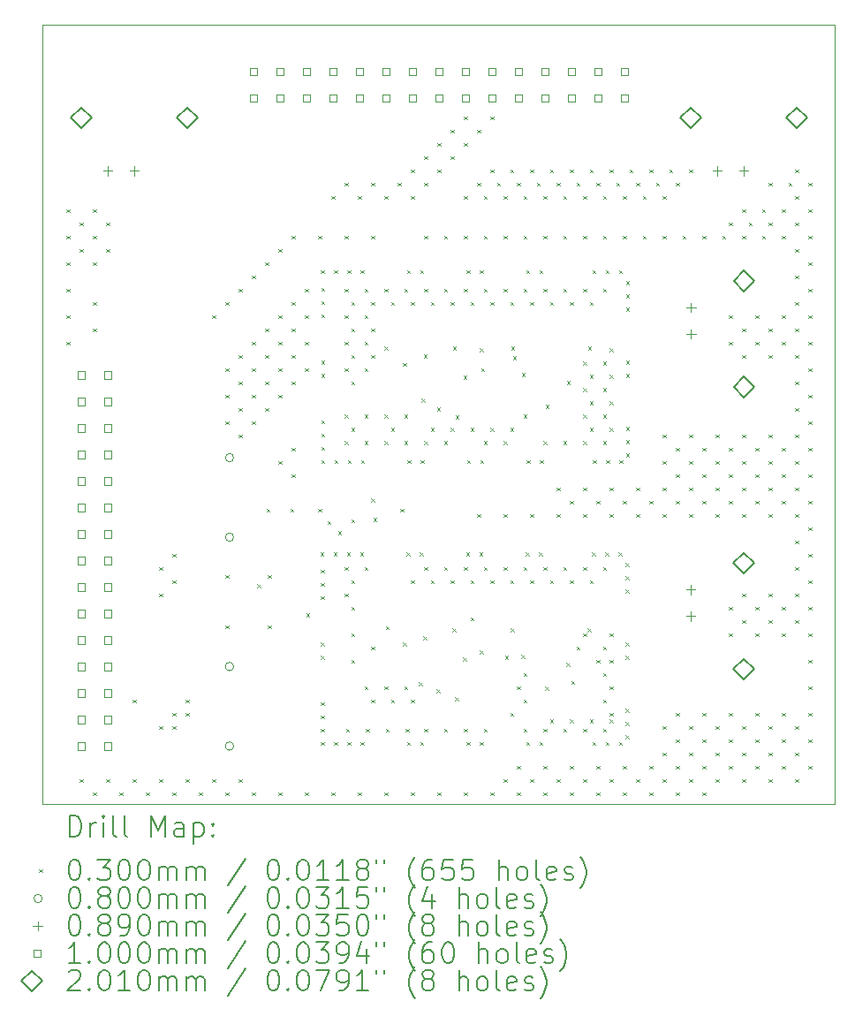
<source format=gbr>
%TF.GenerationSoftware,KiCad,Pcbnew,7.0.7*%
%TF.CreationDate,2023-11-11T11:48:03+00:00*%
%TF.ProjectId,AD3 Front End Amplifier,41443320-4672-46f6-9e74-20456e642041,rev?*%
%TF.SameCoordinates,Original*%
%TF.FileFunction,Drillmap*%
%TF.FilePolarity,Positive*%
%FSLAX45Y45*%
G04 Gerber Fmt 4.5, Leading zero omitted, Abs format (unit mm)*
G04 Created by KiCad (PCBNEW 7.0.7) date 2023-11-11 11:48:03*
%MOMM*%
%LPD*%
G01*
G04 APERTURE LIST*
%ADD10C,0.100000*%
%ADD11C,0.200000*%
%ADD12C,0.030000*%
%ADD13C,0.080000*%
%ADD14C,0.089000*%
%ADD15C,0.201000*%
G04 APERTURE END LIST*
D10*
X17413000Y-6223000D02*
X25000000Y-6223000D01*
X25000000Y-13683000D01*
X17413000Y-13683000D01*
X17413000Y-6223000D01*
D11*
D12*
X17638000Y-7986000D02*
X17668000Y-8016000D01*
X17668000Y-7986000D02*
X17638000Y-8016000D01*
X17638000Y-8240000D02*
X17668000Y-8270000D01*
X17668000Y-8240000D02*
X17638000Y-8270000D01*
X17638000Y-8494000D02*
X17668000Y-8524000D01*
X17668000Y-8494000D02*
X17638000Y-8524000D01*
X17638000Y-8748000D02*
X17668000Y-8778000D01*
X17668000Y-8748000D02*
X17638000Y-8778000D01*
X17638000Y-9002000D02*
X17668000Y-9032000D01*
X17668000Y-9002000D02*
X17638000Y-9032000D01*
X17638000Y-9256000D02*
X17668000Y-9286000D01*
X17668000Y-9256000D02*
X17638000Y-9286000D01*
X17765000Y-8113000D02*
X17795000Y-8143000D01*
X17795000Y-8113000D02*
X17765000Y-8143000D01*
X17765000Y-8367000D02*
X17795000Y-8397000D01*
X17795000Y-8367000D02*
X17765000Y-8397000D01*
X17765000Y-13447000D02*
X17795000Y-13477000D01*
X17795000Y-13447000D02*
X17765000Y-13477000D01*
X17892000Y-7986000D02*
X17922000Y-8016000D01*
X17922000Y-7986000D02*
X17892000Y-8016000D01*
X17892000Y-8240000D02*
X17922000Y-8270000D01*
X17922000Y-8240000D02*
X17892000Y-8270000D01*
X17892000Y-8494000D02*
X17922000Y-8524000D01*
X17922000Y-8494000D02*
X17892000Y-8524000D01*
X17892000Y-8875000D02*
X17922000Y-8905000D01*
X17922000Y-8875000D02*
X17892000Y-8905000D01*
X17892000Y-9129000D02*
X17922000Y-9159000D01*
X17922000Y-9129000D02*
X17892000Y-9159000D01*
X17892000Y-13574000D02*
X17922000Y-13604000D01*
X17922000Y-13574000D02*
X17892000Y-13604000D01*
X18019000Y-8113000D02*
X18049000Y-8143000D01*
X18049000Y-8113000D02*
X18019000Y-8143000D01*
X18019000Y-8367000D02*
X18049000Y-8397000D01*
X18049000Y-8367000D02*
X18019000Y-8397000D01*
X18019000Y-13447000D02*
X18049000Y-13477000D01*
X18049000Y-13447000D02*
X18019000Y-13477000D01*
X18146000Y-13574000D02*
X18176000Y-13604000D01*
X18176000Y-13574000D02*
X18146000Y-13604000D01*
X18273000Y-12685000D02*
X18303000Y-12715000D01*
X18303000Y-12685000D02*
X18273000Y-12715000D01*
X18273000Y-13447000D02*
X18303000Y-13477000D01*
X18303000Y-13447000D02*
X18273000Y-13477000D01*
X18400000Y-13574000D02*
X18430000Y-13604000D01*
X18430000Y-13574000D02*
X18400000Y-13604000D01*
X18527000Y-11415000D02*
X18557000Y-11445000D01*
X18557000Y-11415000D02*
X18527000Y-11445000D01*
X18527000Y-11669000D02*
X18557000Y-11699000D01*
X18557000Y-11669000D02*
X18527000Y-11699000D01*
X18527000Y-12939000D02*
X18557000Y-12969000D01*
X18557000Y-12939000D02*
X18527000Y-12969000D01*
X18527000Y-13447000D02*
X18557000Y-13477000D01*
X18557000Y-13447000D02*
X18527000Y-13477000D01*
X18654000Y-11288000D02*
X18684000Y-11318000D01*
X18684000Y-11288000D02*
X18654000Y-11318000D01*
X18654000Y-11542000D02*
X18684000Y-11572000D01*
X18684000Y-11542000D02*
X18654000Y-11572000D01*
X18654000Y-12812000D02*
X18684000Y-12842000D01*
X18684000Y-12812000D02*
X18654000Y-12842000D01*
X18654000Y-12939000D02*
X18684000Y-12969000D01*
X18684000Y-12939000D02*
X18654000Y-12969000D01*
X18654000Y-13574000D02*
X18684000Y-13604000D01*
X18684000Y-13574000D02*
X18654000Y-13604000D01*
X18781000Y-12685000D02*
X18811000Y-12715000D01*
X18811000Y-12685000D02*
X18781000Y-12715000D01*
X18781000Y-12812000D02*
X18811000Y-12842000D01*
X18811000Y-12812000D02*
X18781000Y-12842000D01*
X18781000Y-13447000D02*
X18811000Y-13477000D01*
X18811000Y-13447000D02*
X18781000Y-13477000D01*
X18908000Y-13574000D02*
X18938000Y-13604000D01*
X18938000Y-13574000D02*
X18908000Y-13604000D01*
X19035000Y-9002000D02*
X19065000Y-9032000D01*
X19065000Y-9002000D02*
X19035000Y-9032000D01*
X19035000Y-13447000D02*
X19065000Y-13477000D01*
X19065000Y-13447000D02*
X19035000Y-13477000D01*
X19162000Y-8875000D02*
X19192000Y-8905000D01*
X19192000Y-8875000D02*
X19162000Y-8905000D01*
X19162000Y-9510000D02*
X19192000Y-9540000D01*
X19192000Y-9510000D02*
X19162000Y-9540000D01*
X19162000Y-9764000D02*
X19192000Y-9794000D01*
X19192000Y-9764000D02*
X19162000Y-9794000D01*
X19162000Y-10018000D02*
X19192000Y-10048000D01*
X19192000Y-10018000D02*
X19162000Y-10048000D01*
X19162000Y-11491200D02*
X19192000Y-11521200D01*
X19192000Y-11491200D02*
X19162000Y-11521200D01*
X19162000Y-11973800D02*
X19192000Y-12003800D01*
X19192000Y-11973800D02*
X19162000Y-12003800D01*
X19162000Y-13574000D02*
X19192000Y-13604000D01*
X19192000Y-13574000D02*
X19162000Y-13604000D01*
X19289000Y-8748000D02*
X19319000Y-8778000D01*
X19319000Y-8748000D02*
X19289000Y-8778000D01*
X19289000Y-9383000D02*
X19319000Y-9413000D01*
X19319000Y-9383000D02*
X19289000Y-9413000D01*
X19289000Y-9637000D02*
X19319000Y-9667000D01*
X19319000Y-9637000D02*
X19289000Y-9667000D01*
X19289000Y-9891000D02*
X19319000Y-9921000D01*
X19319000Y-9891000D02*
X19289000Y-9921000D01*
X19289000Y-10145000D02*
X19319000Y-10175000D01*
X19319000Y-10145000D02*
X19289000Y-10175000D01*
X19289000Y-13447000D02*
X19319000Y-13477000D01*
X19319000Y-13447000D02*
X19289000Y-13477000D01*
X19416000Y-8621000D02*
X19446000Y-8651000D01*
X19446000Y-8621000D02*
X19416000Y-8651000D01*
X19416000Y-9256000D02*
X19446000Y-9286000D01*
X19446000Y-9256000D02*
X19416000Y-9286000D01*
X19416000Y-9510000D02*
X19446000Y-9540000D01*
X19446000Y-9510000D02*
X19416000Y-9540000D01*
X19416000Y-9764000D02*
X19446000Y-9794000D01*
X19446000Y-9764000D02*
X19416000Y-9794000D01*
X19416000Y-10018000D02*
X19446000Y-10048000D01*
X19446000Y-10018000D02*
X19416000Y-10048000D01*
X19416000Y-13574000D02*
X19446000Y-13604000D01*
X19446000Y-13574000D02*
X19416000Y-13604000D01*
X19466800Y-11580100D02*
X19496800Y-11610100D01*
X19496800Y-11580100D02*
X19466800Y-11610100D01*
X19543000Y-8494000D02*
X19573000Y-8524000D01*
X19573000Y-8494000D02*
X19543000Y-8524000D01*
X19543000Y-9129000D02*
X19573000Y-9159000D01*
X19573000Y-9129000D02*
X19543000Y-9159000D01*
X19543000Y-9383000D02*
X19573000Y-9413000D01*
X19573000Y-9383000D02*
X19543000Y-9413000D01*
X19543000Y-9637000D02*
X19573000Y-9667000D01*
X19573000Y-9637000D02*
X19543000Y-9667000D01*
X19543000Y-9891000D02*
X19573000Y-9921000D01*
X19573000Y-9891000D02*
X19543000Y-9921000D01*
X19555700Y-10856200D02*
X19585700Y-10886200D01*
X19585700Y-10856200D02*
X19555700Y-10886200D01*
X19568400Y-11491200D02*
X19598400Y-11521200D01*
X19598400Y-11491200D02*
X19568400Y-11521200D01*
X19568400Y-11973800D02*
X19598400Y-12003800D01*
X19598400Y-11973800D02*
X19568400Y-12003800D01*
X19670000Y-8367000D02*
X19700000Y-8397000D01*
X19700000Y-8367000D02*
X19670000Y-8397000D01*
X19670000Y-9002000D02*
X19700000Y-9032000D01*
X19700000Y-9002000D02*
X19670000Y-9032000D01*
X19670000Y-9256000D02*
X19700000Y-9286000D01*
X19700000Y-9256000D02*
X19670000Y-9286000D01*
X19670000Y-9510000D02*
X19700000Y-9540000D01*
X19700000Y-9510000D02*
X19670000Y-9540000D01*
X19670000Y-9764000D02*
X19700000Y-9794000D01*
X19700000Y-9764000D02*
X19670000Y-9794000D01*
X19670000Y-10399000D02*
X19700000Y-10429000D01*
X19700000Y-10399000D02*
X19670000Y-10429000D01*
X19670000Y-13574000D02*
X19700000Y-13604000D01*
X19700000Y-13574000D02*
X19670000Y-13604000D01*
X19784300Y-10856200D02*
X19814300Y-10886200D01*
X19814300Y-10856200D02*
X19784300Y-10886200D01*
X19797000Y-8240000D02*
X19827000Y-8270000D01*
X19827000Y-8240000D02*
X19797000Y-8270000D01*
X19797000Y-8875000D02*
X19827000Y-8905000D01*
X19827000Y-8875000D02*
X19797000Y-8905000D01*
X19797000Y-9129000D02*
X19827000Y-9159000D01*
X19827000Y-9129000D02*
X19797000Y-9159000D01*
X19797000Y-9383000D02*
X19827000Y-9413000D01*
X19827000Y-9383000D02*
X19797000Y-9413000D01*
X19797000Y-9637000D02*
X19827000Y-9667000D01*
X19827000Y-9637000D02*
X19797000Y-9667000D01*
X19797000Y-10272000D02*
X19827000Y-10302000D01*
X19827000Y-10272000D02*
X19797000Y-10302000D01*
X19797000Y-10526000D02*
X19827000Y-10556000D01*
X19827000Y-10526000D02*
X19797000Y-10556000D01*
X19924000Y-8748000D02*
X19954000Y-8778000D01*
X19954000Y-8748000D02*
X19924000Y-8778000D01*
X19924000Y-9002000D02*
X19954000Y-9032000D01*
X19954000Y-9002000D02*
X19924000Y-9032000D01*
X19924000Y-9256000D02*
X19954000Y-9286000D01*
X19954000Y-9256000D02*
X19924000Y-9286000D01*
X19924000Y-9510000D02*
X19954000Y-9540000D01*
X19954000Y-9510000D02*
X19924000Y-9540000D01*
X19924000Y-13574000D02*
X19954000Y-13604000D01*
X19954000Y-13574000D02*
X19924000Y-13604000D01*
X19936700Y-11859500D02*
X19966700Y-11889500D01*
X19966700Y-11859500D02*
X19936700Y-11889500D01*
X20051000Y-8240000D02*
X20081000Y-8270000D01*
X20081000Y-8240000D02*
X20051000Y-8270000D01*
X20051000Y-10856200D02*
X20081000Y-10886200D01*
X20081000Y-10856200D02*
X20051000Y-10886200D01*
X20073860Y-11274280D02*
X20103860Y-11304280D01*
X20103860Y-11274280D02*
X20073860Y-11304280D01*
X20076400Y-11441920D02*
X20106400Y-11471920D01*
X20106400Y-11441920D02*
X20076400Y-11471920D01*
X20076400Y-11568920D02*
X20106400Y-11598920D01*
X20106400Y-11568920D02*
X20076400Y-11598920D01*
X20076400Y-11695920D02*
X20106400Y-11725920D01*
X20106400Y-11695920D02*
X20076400Y-11725920D01*
X20076400Y-12140420D02*
X20106400Y-12170420D01*
X20106400Y-12140420D02*
X20076400Y-12170420D01*
X20076400Y-12267420D02*
X20106400Y-12297420D01*
X20106400Y-12267420D02*
X20076400Y-12297420D01*
X20076400Y-12711920D02*
X20106400Y-12741920D01*
X20106400Y-12711920D02*
X20076400Y-12741920D01*
X20076400Y-12838920D02*
X20106400Y-12868920D01*
X20106400Y-12838920D02*
X20076400Y-12868920D01*
X20076400Y-12965920D02*
X20106400Y-12995920D01*
X20106400Y-12965920D02*
X20076400Y-12995920D01*
X20076400Y-13092920D02*
X20106400Y-13122920D01*
X20106400Y-13092920D02*
X20076400Y-13122920D01*
X20078940Y-8571720D02*
X20108940Y-8601720D01*
X20108940Y-8571720D02*
X20078940Y-8601720D01*
X20078940Y-8571720D02*
X20108940Y-8601720D01*
X20108940Y-8571720D02*
X20078940Y-8601720D01*
X20081480Y-8739360D02*
X20111480Y-8769360D01*
X20111480Y-8739360D02*
X20081480Y-8769360D01*
X20081480Y-8739360D02*
X20111480Y-8769360D01*
X20111480Y-8739360D02*
X20081480Y-8769360D01*
X20081480Y-8866360D02*
X20111480Y-8896360D01*
X20111480Y-8866360D02*
X20081480Y-8896360D01*
X20081480Y-8866360D02*
X20111480Y-8896360D01*
X20111480Y-8866360D02*
X20081480Y-8896360D01*
X20081480Y-8993360D02*
X20111480Y-9023360D01*
X20111480Y-8993360D02*
X20081480Y-9023360D01*
X20081480Y-8993360D02*
X20111480Y-9023360D01*
X20111480Y-8993360D02*
X20081480Y-9023360D01*
X20081480Y-9437860D02*
X20111480Y-9467860D01*
X20111480Y-9437860D02*
X20081480Y-9467860D01*
X20081480Y-9437860D02*
X20111480Y-9467860D01*
X20111480Y-9437860D02*
X20081480Y-9467860D01*
X20081480Y-9564860D02*
X20111480Y-9594860D01*
X20111480Y-9564860D02*
X20081480Y-9594860D01*
X20081480Y-9564860D02*
X20111480Y-9594860D01*
X20111480Y-9564860D02*
X20081480Y-9594860D01*
X20081480Y-10009360D02*
X20111480Y-10039360D01*
X20111480Y-10009360D02*
X20081480Y-10039360D01*
X20081480Y-10009360D02*
X20111480Y-10039360D01*
X20111480Y-10009360D02*
X20081480Y-10039360D01*
X20081480Y-10136360D02*
X20111480Y-10166360D01*
X20111480Y-10136360D02*
X20081480Y-10166360D01*
X20081480Y-10136360D02*
X20111480Y-10166360D01*
X20111480Y-10136360D02*
X20081480Y-10166360D01*
X20081480Y-10263360D02*
X20111480Y-10293360D01*
X20111480Y-10263360D02*
X20081480Y-10293360D01*
X20081480Y-10263360D02*
X20111480Y-10293360D01*
X20111480Y-10263360D02*
X20081480Y-10293360D01*
X20081480Y-10390360D02*
X20111480Y-10420360D01*
X20111480Y-10390360D02*
X20081480Y-10420360D01*
X20081480Y-10390360D02*
X20111480Y-10420360D01*
X20111480Y-10390360D02*
X20081480Y-10420360D01*
X20143006Y-10973606D02*
X20173006Y-11003606D01*
X20173006Y-10973606D02*
X20143006Y-11003606D01*
X20178000Y-7859000D02*
X20208000Y-7889000D01*
X20208000Y-7859000D02*
X20178000Y-7889000D01*
X20178000Y-13574000D02*
X20208000Y-13604000D01*
X20208000Y-13574000D02*
X20178000Y-13604000D01*
X20200860Y-11274280D02*
X20230860Y-11304280D01*
X20230860Y-11274280D02*
X20200860Y-11304280D01*
X20203400Y-13092920D02*
X20233400Y-13122920D01*
X20233400Y-13092920D02*
X20203400Y-13122920D01*
X20205940Y-8571720D02*
X20235940Y-8601720D01*
X20235940Y-8571720D02*
X20205940Y-8601720D01*
X20205940Y-8571720D02*
X20235940Y-8601720D01*
X20235940Y-8571720D02*
X20205940Y-8601720D01*
X20208480Y-10390360D02*
X20238480Y-10420360D01*
X20238480Y-10390360D02*
X20208480Y-10420360D01*
X20208480Y-10390360D02*
X20238480Y-10420360D01*
X20238480Y-10390360D02*
X20208480Y-10420360D01*
X20241500Y-11072100D02*
X20271500Y-11102100D01*
X20271500Y-11072100D02*
X20241500Y-11102100D01*
X20305000Y-7732000D02*
X20335000Y-7762000D01*
X20335000Y-7732000D02*
X20305000Y-7762000D01*
X20305000Y-8240000D02*
X20335000Y-8270000D01*
X20335000Y-8240000D02*
X20305000Y-8270000D01*
X20305000Y-8748000D02*
X20335000Y-8778000D01*
X20335000Y-8748000D02*
X20305000Y-8778000D01*
X20305000Y-9002000D02*
X20335000Y-9032000D01*
X20335000Y-9002000D02*
X20305000Y-9032000D01*
X20305000Y-9256000D02*
X20335000Y-9286000D01*
X20335000Y-9256000D02*
X20305000Y-9286000D01*
X20305000Y-9510000D02*
X20335000Y-9540000D01*
X20335000Y-9510000D02*
X20305000Y-9540000D01*
X20305000Y-9954500D02*
X20335000Y-9984500D01*
X20335000Y-9954500D02*
X20305000Y-9984500D01*
X20305000Y-10208500D02*
X20335000Y-10238500D01*
X20335000Y-10208500D02*
X20305000Y-10238500D01*
X20305000Y-11415000D02*
X20335000Y-11445000D01*
X20335000Y-11415000D02*
X20305000Y-11445000D01*
X20305000Y-11669000D02*
X20335000Y-11699000D01*
X20335000Y-11669000D02*
X20305000Y-11699000D01*
X20317700Y-12964400D02*
X20347700Y-12994400D01*
X20347700Y-12964400D02*
X20317700Y-12994400D01*
X20327860Y-11274280D02*
X20357860Y-11304280D01*
X20357860Y-11274280D02*
X20327860Y-11304280D01*
X20330400Y-13092920D02*
X20360400Y-13122920D01*
X20360400Y-13092920D02*
X20330400Y-13122920D01*
X20332940Y-8571720D02*
X20362940Y-8601720D01*
X20362940Y-8571720D02*
X20332940Y-8601720D01*
X20332940Y-8571720D02*
X20362940Y-8601720D01*
X20362940Y-8571720D02*
X20332940Y-8601720D01*
X20335480Y-10390360D02*
X20365480Y-10420360D01*
X20365480Y-10390360D02*
X20335480Y-10420360D01*
X20335480Y-10390360D02*
X20365480Y-10420360D01*
X20365480Y-10390360D02*
X20335480Y-10420360D01*
X20368500Y-8875000D02*
X20398500Y-8905000D01*
X20398500Y-8875000D02*
X20368500Y-8905000D01*
X20368500Y-9129000D02*
X20398500Y-9159000D01*
X20398500Y-9129000D02*
X20368500Y-9159000D01*
X20368500Y-9383000D02*
X20398500Y-9413000D01*
X20398500Y-9383000D02*
X20368500Y-9413000D01*
X20368500Y-9637000D02*
X20398500Y-9667000D01*
X20398500Y-9637000D02*
X20368500Y-9667000D01*
X20368500Y-10081500D02*
X20398500Y-10111500D01*
X20398500Y-10081500D02*
X20368500Y-10111500D01*
X20368500Y-10957800D02*
X20398500Y-10987800D01*
X20398500Y-10957800D02*
X20368500Y-10987800D01*
X20368500Y-11542000D02*
X20398500Y-11572000D01*
X20398500Y-11542000D02*
X20368500Y-11572000D01*
X20368500Y-11796000D02*
X20398500Y-11826000D01*
X20398500Y-11796000D02*
X20368500Y-11826000D01*
X20368500Y-12050000D02*
X20398500Y-12080000D01*
X20398500Y-12050000D02*
X20368500Y-12080000D01*
X20368500Y-12304000D02*
X20398500Y-12334000D01*
X20398500Y-12304000D02*
X20368500Y-12334000D01*
X20432000Y-7859000D02*
X20462000Y-7889000D01*
X20462000Y-7859000D02*
X20432000Y-7889000D01*
X20432000Y-13574000D02*
X20462000Y-13604000D01*
X20462000Y-13574000D02*
X20432000Y-13604000D01*
X20454860Y-11274280D02*
X20484860Y-11304280D01*
X20484860Y-11274280D02*
X20454860Y-11304280D01*
X20457400Y-13092920D02*
X20487400Y-13122920D01*
X20487400Y-13092920D02*
X20457400Y-13122920D01*
X20459940Y-8571720D02*
X20489940Y-8601720D01*
X20489940Y-8571720D02*
X20459940Y-8601720D01*
X20459940Y-8571720D02*
X20489940Y-8601720D01*
X20489940Y-8571720D02*
X20459940Y-8601720D01*
X20462480Y-10390360D02*
X20492480Y-10420360D01*
X20492480Y-10390360D02*
X20462480Y-10420360D01*
X20462480Y-10390360D02*
X20492480Y-10420360D01*
X20492480Y-10390360D02*
X20462480Y-10420360D01*
X20495500Y-8748000D02*
X20525500Y-8778000D01*
X20525500Y-8748000D02*
X20495500Y-8778000D01*
X20495500Y-9002000D02*
X20525500Y-9032000D01*
X20525500Y-9002000D02*
X20495500Y-9032000D01*
X20495500Y-9256000D02*
X20525500Y-9286000D01*
X20525500Y-9256000D02*
X20495500Y-9286000D01*
X20495500Y-9510000D02*
X20525500Y-9540000D01*
X20525500Y-9510000D02*
X20495500Y-9540000D01*
X20495500Y-9954500D02*
X20525500Y-9984500D01*
X20525500Y-9954500D02*
X20495500Y-9984500D01*
X20495500Y-10208500D02*
X20525500Y-10238500D01*
X20525500Y-10208500D02*
X20495500Y-10238500D01*
X20495500Y-11415000D02*
X20525500Y-11445000D01*
X20525500Y-11415000D02*
X20495500Y-11445000D01*
X20495500Y-12558000D02*
X20525500Y-12588000D01*
X20525500Y-12558000D02*
X20495500Y-12588000D01*
X20508200Y-12964400D02*
X20538200Y-12994400D01*
X20538200Y-12964400D02*
X20508200Y-12994400D01*
X20559000Y-7732000D02*
X20589000Y-7762000D01*
X20589000Y-7732000D02*
X20559000Y-7762000D01*
X20559000Y-8240000D02*
X20589000Y-8270000D01*
X20589000Y-8240000D02*
X20559000Y-8270000D01*
X20559000Y-8875000D02*
X20589000Y-8905000D01*
X20589000Y-8875000D02*
X20559000Y-8905000D01*
X20559000Y-9129000D02*
X20589000Y-9159000D01*
X20589000Y-9129000D02*
X20559000Y-9159000D01*
X20559000Y-9383000D02*
X20589000Y-9413000D01*
X20589000Y-9383000D02*
X20559000Y-9413000D01*
X20559000Y-12177000D02*
X20589000Y-12207000D01*
X20589000Y-12177000D02*
X20559000Y-12207000D01*
X20559000Y-12685000D02*
X20589000Y-12715000D01*
X20589000Y-12685000D02*
X20559000Y-12715000D01*
X20560650Y-10758750D02*
X20590650Y-10788750D01*
X20590650Y-10758750D02*
X20560650Y-10788750D01*
X20581250Y-10945100D02*
X20611250Y-10975100D01*
X20611250Y-10945100D02*
X20581250Y-10975100D01*
X20686000Y-7859000D02*
X20716000Y-7889000D01*
X20716000Y-7859000D02*
X20686000Y-7889000D01*
X20686000Y-8748000D02*
X20716000Y-8778000D01*
X20716000Y-8748000D02*
X20686000Y-8778000D01*
X20686000Y-9954500D02*
X20716000Y-9984500D01*
X20716000Y-9954500D02*
X20686000Y-9984500D01*
X20686000Y-10208500D02*
X20716000Y-10238500D01*
X20716000Y-10208500D02*
X20686000Y-10238500D01*
X20686000Y-12558000D02*
X20716000Y-12588000D01*
X20716000Y-12558000D02*
X20686000Y-12588000D01*
X20686000Y-13574000D02*
X20716000Y-13604000D01*
X20716000Y-13574000D02*
X20686000Y-13604000D01*
X20687585Y-9304260D02*
X20717585Y-9334260D01*
X20717585Y-9304260D02*
X20687585Y-9334260D01*
X20687585Y-9304260D02*
X20717585Y-9334260D01*
X20717585Y-9304260D02*
X20687585Y-9334260D01*
X20698700Y-12964400D02*
X20728700Y-12994400D01*
X20728700Y-12964400D02*
X20698700Y-12994400D01*
X20701240Y-11983960D02*
X20731240Y-12013960D01*
X20731240Y-11983960D02*
X20701240Y-12013960D01*
X20749500Y-8875000D02*
X20779500Y-8905000D01*
X20779500Y-8875000D02*
X20749500Y-8905000D01*
X20749500Y-10081500D02*
X20779500Y-10111500D01*
X20779500Y-10081500D02*
X20749500Y-10111500D01*
X20749500Y-12685000D02*
X20779500Y-12715000D01*
X20779500Y-12685000D02*
X20749500Y-12715000D01*
X20813000Y-7732000D02*
X20843000Y-7762000D01*
X20843000Y-7732000D02*
X20813000Y-7762000D01*
X20838400Y-10856200D02*
X20868400Y-10886200D01*
X20868400Y-10856200D02*
X20838400Y-10886200D01*
X20863800Y-9459200D02*
X20893800Y-9489200D01*
X20893800Y-9459200D02*
X20863800Y-9489200D01*
X20863800Y-12138900D02*
X20893800Y-12168900D01*
X20893800Y-12138900D02*
X20863800Y-12168900D01*
X20876500Y-8748000D02*
X20906500Y-8778000D01*
X20906500Y-8748000D02*
X20876500Y-8778000D01*
X20876500Y-9954500D02*
X20906500Y-9984500D01*
X20906500Y-9954500D02*
X20876500Y-9984500D01*
X20876500Y-10208500D02*
X20906500Y-10238500D01*
X20906500Y-10208500D02*
X20876500Y-10238500D01*
X20876500Y-12558000D02*
X20906500Y-12588000D01*
X20906500Y-12558000D02*
X20876500Y-12588000D01*
X20889200Y-12964400D02*
X20919200Y-12994400D01*
X20919200Y-12964400D02*
X20889200Y-12994400D01*
X20899360Y-11274280D02*
X20929360Y-11304280D01*
X20929360Y-11274280D02*
X20899360Y-11304280D01*
X20901900Y-13092920D02*
X20931900Y-13122920D01*
X20931900Y-13092920D02*
X20901900Y-13122920D01*
X20904440Y-8571720D02*
X20934440Y-8601720D01*
X20934440Y-8571720D02*
X20904440Y-8601720D01*
X20904440Y-8571720D02*
X20934440Y-8601720D01*
X20934440Y-8571720D02*
X20904440Y-8601720D01*
X20906980Y-10390360D02*
X20936980Y-10420360D01*
X20936980Y-10390360D02*
X20906980Y-10420360D01*
X20906980Y-10390360D02*
X20936980Y-10420360D01*
X20936980Y-10390360D02*
X20906980Y-10420360D01*
X20940000Y-7605000D02*
X20970000Y-7635000D01*
X20970000Y-7605000D02*
X20940000Y-7635000D01*
X20940000Y-7859000D02*
X20970000Y-7889000D01*
X20970000Y-7859000D02*
X20940000Y-7889000D01*
X20940000Y-8875000D02*
X20970000Y-8905000D01*
X20970000Y-8875000D02*
X20940000Y-8905000D01*
X20940000Y-11542000D02*
X20970000Y-11572000D01*
X20970000Y-11542000D02*
X20940000Y-11572000D01*
X20940000Y-12685000D02*
X20970000Y-12715000D01*
X20970000Y-12685000D02*
X20940000Y-12715000D01*
X20940000Y-13574000D02*
X20970000Y-13604000D01*
X20970000Y-13574000D02*
X20940000Y-13604000D01*
X21016200Y-12519900D02*
X21046200Y-12549900D01*
X21046200Y-12519900D02*
X21016200Y-12549900D01*
X21026360Y-11274280D02*
X21056360Y-11304280D01*
X21056360Y-11274280D02*
X21026360Y-11304280D01*
X21028900Y-13092920D02*
X21058900Y-13122920D01*
X21058900Y-13092920D02*
X21028900Y-13122920D01*
X21031440Y-8571720D02*
X21061440Y-8601720D01*
X21061440Y-8571720D02*
X21031440Y-8601720D01*
X21031440Y-8571720D02*
X21061440Y-8601720D01*
X21061440Y-8571720D02*
X21031440Y-8601720D01*
X21033980Y-10390360D02*
X21063980Y-10420360D01*
X21063980Y-10390360D02*
X21033980Y-10420360D01*
X21033980Y-10390360D02*
X21063980Y-10420360D01*
X21063980Y-10390360D02*
X21033980Y-10420360D01*
X21041600Y-9802100D02*
X21071600Y-9832100D01*
X21071600Y-9802100D02*
X21041600Y-9832100D01*
X21060965Y-12080480D02*
X21090965Y-12110480D01*
X21090965Y-12080480D02*
X21060965Y-12110480D01*
X21066045Y-9377920D02*
X21096045Y-9407920D01*
X21096045Y-9377920D02*
X21066045Y-9407920D01*
X21066045Y-9377920D02*
X21096045Y-9407920D01*
X21096045Y-9377920D02*
X21066045Y-9407920D01*
X21067000Y-7478000D02*
X21097000Y-7508000D01*
X21097000Y-7478000D02*
X21067000Y-7508000D01*
X21067000Y-7732000D02*
X21097000Y-7762000D01*
X21097000Y-7732000D02*
X21067000Y-7762000D01*
X21067000Y-8240000D02*
X21097000Y-8270000D01*
X21097000Y-8240000D02*
X21067000Y-8270000D01*
X21067000Y-8748000D02*
X21097000Y-8778000D01*
X21097000Y-8748000D02*
X21067000Y-8778000D01*
X21067000Y-10208500D02*
X21097000Y-10238500D01*
X21097000Y-10208500D02*
X21067000Y-10238500D01*
X21067000Y-11415000D02*
X21097000Y-11445000D01*
X21097000Y-11415000D02*
X21067000Y-11445000D01*
X21067000Y-12964400D02*
X21097000Y-12994400D01*
X21097000Y-12964400D02*
X21067000Y-12994400D01*
X21130500Y-8875000D02*
X21160500Y-8905000D01*
X21160500Y-8875000D02*
X21130500Y-8905000D01*
X21130500Y-10081500D02*
X21160500Y-10111500D01*
X21160500Y-10081500D02*
X21130500Y-10111500D01*
X21130500Y-11542000D02*
X21160500Y-11572000D01*
X21160500Y-11542000D02*
X21130500Y-11572000D01*
X21187965Y-12588480D02*
X21217965Y-12618480D01*
X21217965Y-12588480D02*
X21187965Y-12618480D01*
X21193045Y-9885920D02*
X21223045Y-9915920D01*
X21223045Y-9885920D02*
X21193045Y-9915920D01*
X21193045Y-9885920D02*
X21223045Y-9915920D01*
X21223045Y-9885920D02*
X21193045Y-9915920D01*
X21194000Y-7351000D02*
X21224000Y-7381000D01*
X21224000Y-7351000D02*
X21194000Y-7381000D01*
X21194000Y-7605000D02*
X21224000Y-7635000D01*
X21224000Y-7605000D02*
X21194000Y-7635000D01*
X21194000Y-13574000D02*
X21224000Y-13604000D01*
X21224000Y-13574000D02*
X21194000Y-13604000D01*
X21257500Y-8240000D02*
X21287500Y-8270000D01*
X21287500Y-8240000D02*
X21257500Y-8270000D01*
X21257500Y-8748000D02*
X21287500Y-8778000D01*
X21287500Y-8748000D02*
X21257500Y-8778000D01*
X21257500Y-10208500D02*
X21287500Y-10238500D01*
X21287500Y-10208500D02*
X21257500Y-10238500D01*
X21257500Y-11415000D02*
X21287500Y-11445000D01*
X21287500Y-11415000D02*
X21257500Y-11445000D01*
X21257500Y-12964400D02*
X21287500Y-12994400D01*
X21287500Y-12964400D02*
X21257500Y-12994400D01*
X21321000Y-7224000D02*
X21351000Y-7254000D01*
X21351000Y-7224000D02*
X21321000Y-7254000D01*
X21321000Y-7478000D02*
X21351000Y-7508000D01*
X21351000Y-7478000D02*
X21321000Y-7508000D01*
X21321000Y-8875000D02*
X21351000Y-8905000D01*
X21351000Y-8875000D02*
X21321000Y-8905000D01*
X21321000Y-10081500D02*
X21351000Y-10111500D01*
X21351000Y-10081500D02*
X21321000Y-10111500D01*
X21321000Y-11542000D02*
X21351000Y-11572000D01*
X21351000Y-11542000D02*
X21321000Y-11572000D01*
X21340365Y-12004280D02*
X21370365Y-12034280D01*
X21370365Y-12004280D02*
X21340365Y-12034280D01*
X21345445Y-9301720D02*
X21375445Y-9331720D01*
X21375445Y-9301720D02*
X21345445Y-9331720D01*
X21345445Y-9301720D02*
X21375445Y-9331720D01*
X21375445Y-9301720D02*
X21345445Y-9331720D01*
X21365765Y-12664680D02*
X21395765Y-12694680D01*
X21395765Y-12664680D02*
X21365765Y-12694680D01*
X21370845Y-9962120D02*
X21400845Y-9992120D01*
X21400845Y-9962120D02*
X21370845Y-9992120D01*
X21370845Y-9962120D02*
X21400845Y-9992120D01*
X21400845Y-9962120D02*
X21370845Y-9992120D01*
X21441965Y-12283680D02*
X21471965Y-12313680D01*
X21471965Y-12283680D02*
X21441965Y-12313680D01*
X21447045Y-9581120D02*
X21477045Y-9611120D01*
X21477045Y-9581120D02*
X21447045Y-9611120D01*
X21447045Y-9581120D02*
X21477045Y-9611120D01*
X21477045Y-9581120D02*
X21447045Y-9611120D01*
X21448000Y-7097000D02*
X21478000Y-7127000D01*
X21478000Y-7097000D02*
X21448000Y-7127000D01*
X21448000Y-7351000D02*
X21478000Y-7381000D01*
X21478000Y-7351000D02*
X21448000Y-7381000D01*
X21448000Y-7859000D02*
X21478000Y-7889000D01*
X21478000Y-7859000D02*
X21448000Y-7889000D01*
X21448000Y-8240000D02*
X21478000Y-8270000D01*
X21478000Y-8240000D02*
X21448000Y-8270000D01*
X21448000Y-8748000D02*
X21478000Y-8778000D01*
X21478000Y-8748000D02*
X21448000Y-8778000D01*
X21448000Y-11415000D02*
X21478000Y-11445000D01*
X21478000Y-11415000D02*
X21448000Y-11445000D01*
X21448000Y-12964400D02*
X21478000Y-12994400D01*
X21478000Y-12964400D02*
X21448000Y-12994400D01*
X21448000Y-13574000D02*
X21478000Y-13604000D01*
X21478000Y-13574000D02*
X21448000Y-13604000D01*
X21470860Y-11274280D02*
X21500860Y-11304280D01*
X21500860Y-11274280D02*
X21470860Y-11304280D01*
X21473400Y-13092920D02*
X21503400Y-13122920D01*
X21503400Y-13092920D02*
X21473400Y-13122920D01*
X21475940Y-8571720D02*
X21505940Y-8601720D01*
X21505940Y-8571720D02*
X21475940Y-8601720D01*
X21475940Y-8571720D02*
X21505940Y-8601720D01*
X21505940Y-8571720D02*
X21475940Y-8601720D01*
X21478480Y-10390360D02*
X21508480Y-10420360D01*
X21508480Y-10390360D02*
X21478480Y-10420360D01*
X21478480Y-10390360D02*
X21508480Y-10420360D01*
X21508480Y-10390360D02*
X21478480Y-10420360D01*
X21511500Y-8875000D02*
X21541500Y-8905000D01*
X21541500Y-8875000D02*
X21511500Y-8905000D01*
X21511500Y-10081500D02*
X21541500Y-10111500D01*
X21541500Y-10081500D02*
X21511500Y-10111500D01*
X21511500Y-11542000D02*
X21541500Y-11572000D01*
X21541500Y-11542000D02*
X21511500Y-11572000D01*
X21511500Y-11897600D02*
X21541500Y-11927600D01*
X21541500Y-11897600D02*
X21511500Y-11927600D01*
X21575000Y-7224000D02*
X21605000Y-7254000D01*
X21605000Y-7224000D02*
X21575000Y-7254000D01*
X21575000Y-7732000D02*
X21605000Y-7762000D01*
X21605000Y-7732000D02*
X21575000Y-7762000D01*
X21575000Y-10907000D02*
X21605000Y-10937000D01*
X21605000Y-10907000D02*
X21575000Y-10937000D01*
X21597860Y-11274280D02*
X21627860Y-11304280D01*
X21627860Y-11274280D02*
X21597860Y-11304280D01*
X21600400Y-9319500D02*
X21630400Y-9349500D01*
X21630400Y-9319500D02*
X21600400Y-9349500D01*
X21600400Y-12215100D02*
X21630400Y-12245100D01*
X21630400Y-12215100D02*
X21600400Y-12245100D01*
X21600400Y-13092920D02*
X21630400Y-13122920D01*
X21630400Y-13092920D02*
X21600400Y-13122920D01*
X21602940Y-8571720D02*
X21632940Y-8601720D01*
X21632940Y-8571720D02*
X21602940Y-8601720D01*
X21602940Y-8571720D02*
X21632940Y-8601720D01*
X21632940Y-8571720D02*
X21602940Y-8601720D01*
X21605480Y-10390360D02*
X21635480Y-10420360D01*
X21635480Y-10390360D02*
X21605480Y-10420360D01*
X21605480Y-10390360D02*
X21635480Y-10420360D01*
X21635480Y-10390360D02*
X21605480Y-10420360D01*
X21613100Y-9510000D02*
X21643100Y-9540000D01*
X21643100Y-9510000D02*
X21613100Y-9540000D01*
X21638500Y-7859000D02*
X21668500Y-7889000D01*
X21668500Y-7859000D02*
X21638500Y-7889000D01*
X21638500Y-8240000D02*
X21668500Y-8270000D01*
X21668500Y-8240000D02*
X21638500Y-8270000D01*
X21638500Y-8748000D02*
X21668500Y-8778000D01*
X21668500Y-8748000D02*
X21638500Y-8778000D01*
X21638500Y-10208500D02*
X21668500Y-10238500D01*
X21668500Y-10208500D02*
X21638500Y-10238500D01*
X21638500Y-11415000D02*
X21668500Y-11445000D01*
X21668500Y-11415000D02*
X21638500Y-11445000D01*
X21638500Y-12964400D02*
X21668500Y-12994400D01*
X21668500Y-12964400D02*
X21638500Y-12994400D01*
X21702000Y-7097000D02*
X21732000Y-7127000D01*
X21732000Y-7097000D02*
X21702000Y-7127000D01*
X21702000Y-7605000D02*
X21732000Y-7635000D01*
X21732000Y-7605000D02*
X21702000Y-7635000D01*
X21702000Y-8875000D02*
X21732000Y-8905000D01*
X21732000Y-8875000D02*
X21702000Y-8905000D01*
X21702000Y-10081500D02*
X21732000Y-10111500D01*
X21732000Y-10081500D02*
X21702000Y-10111500D01*
X21702000Y-11542000D02*
X21732000Y-11572000D01*
X21732000Y-11542000D02*
X21702000Y-11572000D01*
X21702000Y-13574000D02*
X21732000Y-13604000D01*
X21732000Y-13574000D02*
X21702000Y-13604000D01*
X21765500Y-7732000D02*
X21795500Y-7762000D01*
X21795500Y-7732000D02*
X21765500Y-7762000D01*
X21829000Y-7859000D02*
X21859000Y-7889000D01*
X21859000Y-7859000D02*
X21829000Y-7889000D01*
X21829000Y-8240000D02*
X21859000Y-8270000D01*
X21859000Y-8240000D02*
X21829000Y-8270000D01*
X21829000Y-8748000D02*
X21859000Y-8778000D01*
X21859000Y-8748000D02*
X21829000Y-8778000D01*
X21829000Y-10208500D02*
X21859000Y-10238500D01*
X21859000Y-10208500D02*
X21829000Y-10238500D01*
X21829000Y-10907000D02*
X21859000Y-10937000D01*
X21859000Y-10907000D02*
X21829000Y-10937000D01*
X21829000Y-11415000D02*
X21859000Y-11445000D01*
X21859000Y-11415000D02*
X21829000Y-11445000D01*
X21829000Y-13447000D02*
X21859000Y-13477000D01*
X21859000Y-13447000D02*
X21829000Y-13477000D01*
X21841700Y-12265900D02*
X21871700Y-12295900D01*
X21871700Y-12265900D02*
X21841700Y-12295900D01*
X21892500Y-7605000D02*
X21922500Y-7635000D01*
X21922500Y-7605000D02*
X21892500Y-7635000D01*
X21892500Y-8875000D02*
X21922500Y-8905000D01*
X21922500Y-8875000D02*
X21892500Y-8905000D01*
X21892500Y-10081500D02*
X21922500Y-10111500D01*
X21922500Y-10081500D02*
X21892500Y-10111500D01*
X21892500Y-11542000D02*
X21922500Y-11572000D01*
X21922500Y-11542000D02*
X21892500Y-11572000D01*
X21892500Y-12812000D02*
X21922500Y-12842000D01*
X21922500Y-12812000D02*
X21892500Y-12842000D01*
X21899165Y-12004280D02*
X21929165Y-12034280D01*
X21929165Y-12004280D02*
X21899165Y-12034280D01*
X21904245Y-9301720D02*
X21934245Y-9331720D01*
X21934245Y-9301720D02*
X21904245Y-9331720D01*
X21904245Y-9301720D02*
X21934245Y-9331720D01*
X21934245Y-9301720D02*
X21904245Y-9331720D01*
X21917900Y-9395700D02*
X21947900Y-9425700D01*
X21947900Y-9395700D02*
X21917900Y-9425700D01*
X21956000Y-7732000D02*
X21986000Y-7762000D01*
X21986000Y-7732000D02*
X21956000Y-7762000D01*
X21956000Y-12558000D02*
X21986000Y-12588000D01*
X21986000Y-12558000D02*
X21956000Y-12588000D01*
X21956000Y-13320000D02*
X21986000Y-13350000D01*
X21986000Y-13320000D02*
X21956000Y-13350000D01*
X21956000Y-13574000D02*
X21986000Y-13604000D01*
X21986000Y-13574000D02*
X21956000Y-13604000D01*
X22000765Y-12258280D02*
X22030765Y-12288280D01*
X22030765Y-12258280D02*
X22000765Y-12288280D01*
X22005845Y-9555720D02*
X22035845Y-9585720D01*
X22035845Y-9555720D02*
X22005845Y-9585720D01*
X22005845Y-9555720D02*
X22035845Y-9585720D01*
X22035845Y-9555720D02*
X22005845Y-9585720D01*
X22019500Y-7859000D02*
X22049500Y-7889000D01*
X22049500Y-7859000D02*
X22019500Y-7889000D01*
X22019500Y-8240000D02*
X22049500Y-8270000D01*
X22049500Y-8240000D02*
X22019500Y-8270000D01*
X22019500Y-8748000D02*
X22049500Y-8778000D01*
X22049500Y-8748000D02*
X22019500Y-8778000D01*
X22019500Y-9954500D02*
X22049500Y-9984500D01*
X22049500Y-9954500D02*
X22019500Y-9984500D01*
X22019500Y-11415000D02*
X22049500Y-11445000D01*
X22049500Y-11415000D02*
X22019500Y-11445000D01*
X22019500Y-12431000D02*
X22049500Y-12461000D01*
X22049500Y-12431000D02*
X22019500Y-12461000D01*
X22019500Y-12685000D02*
X22049500Y-12715000D01*
X22049500Y-12685000D02*
X22019500Y-12715000D01*
X22019500Y-12964400D02*
X22049500Y-12994400D01*
X22049500Y-12964400D02*
X22019500Y-12994400D01*
X22042360Y-11274280D02*
X22072360Y-11304280D01*
X22072360Y-11274280D02*
X22042360Y-11304280D01*
X22044900Y-13092920D02*
X22074900Y-13122920D01*
X22074900Y-13092920D02*
X22044900Y-13122920D01*
X22047440Y-8571720D02*
X22077440Y-8601720D01*
X22077440Y-8571720D02*
X22047440Y-8601720D01*
X22047440Y-8571720D02*
X22077440Y-8601720D01*
X22077440Y-8571720D02*
X22047440Y-8601720D01*
X22049980Y-10390360D02*
X22079980Y-10420360D01*
X22079980Y-10390360D02*
X22049980Y-10420360D01*
X22049980Y-10390360D02*
X22079980Y-10420360D01*
X22079980Y-10390360D02*
X22049980Y-10420360D01*
X22083000Y-7605000D02*
X22113000Y-7635000D01*
X22113000Y-7605000D02*
X22083000Y-7635000D01*
X22083000Y-8875000D02*
X22113000Y-8905000D01*
X22113000Y-8875000D02*
X22083000Y-8905000D01*
X22083000Y-10907000D02*
X22113000Y-10937000D01*
X22113000Y-10907000D02*
X22083000Y-10937000D01*
X22083000Y-11542000D02*
X22113000Y-11572000D01*
X22113000Y-11542000D02*
X22083000Y-11572000D01*
X22083000Y-13447000D02*
X22113000Y-13477000D01*
X22113000Y-13447000D02*
X22083000Y-13477000D01*
X22146500Y-7732000D02*
X22176500Y-7762000D01*
X22176500Y-7732000D02*
X22146500Y-7762000D01*
X22169360Y-11274280D02*
X22199360Y-11304280D01*
X22199360Y-11274280D02*
X22169360Y-11304280D01*
X22171900Y-13092920D02*
X22201900Y-13122920D01*
X22201900Y-13092920D02*
X22171900Y-13122920D01*
X22174440Y-8571720D02*
X22204440Y-8601720D01*
X22204440Y-8571720D02*
X22174440Y-8601720D01*
X22174440Y-8571720D02*
X22204440Y-8601720D01*
X22204440Y-8571720D02*
X22174440Y-8601720D01*
X22176980Y-10390360D02*
X22206980Y-10420360D01*
X22206980Y-10390360D02*
X22176980Y-10420360D01*
X22176980Y-10390360D02*
X22206980Y-10420360D01*
X22206980Y-10390360D02*
X22176980Y-10420360D01*
X22210000Y-7859000D02*
X22240000Y-7889000D01*
X22240000Y-7859000D02*
X22210000Y-7889000D01*
X22210000Y-8240000D02*
X22240000Y-8270000D01*
X22240000Y-8240000D02*
X22210000Y-8270000D01*
X22210000Y-8748000D02*
X22240000Y-8778000D01*
X22240000Y-8748000D02*
X22210000Y-8778000D01*
X22210000Y-10208500D02*
X22240000Y-10238500D01*
X22240000Y-10208500D02*
X22210000Y-10238500D01*
X22210000Y-11415000D02*
X22240000Y-11445000D01*
X22240000Y-11415000D02*
X22210000Y-11445000D01*
X22210000Y-12964400D02*
X22240000Y-12994400D01*
X22240000Y-12964400D02*
X22210000Y-12994400D01*
X22210000Y-13320000D02*
X22240000Y-13350000D01*
X22240000Y-13320000D02*
X22210000Y-13350000D01*
X22210000Y-13574000D02*
X22240000Y-13604000D01*
X22240000Y-13574000D02*
X22210000Y-13604000D01*
X22229365Y-12563080D02*
X22259365Y-12593080D01*
X22259365Y-12563080D02*
X22229365Y-12593080D01*
X22234445Y-9860520D02*
X22264445Y-9890520D01*
X22264445Y-9860520D02*
X22234445Y-9890520D01*
X22234445Y-9860520D02*
X22264445Y-9890520D01*
X22264445Y-9860520D02*
X22234445Y-9890520D01*
X22273500Y-7605000D02*
X22303500Y-7635000D01*
X22303500Y-7605000D02*
X22273500Y-7635000D01*
X22273500Y-8875000D02*
X22303500Y-8905000D01*
X22303500Y-8875000D02*
X22273500Y-8905000D01*
X22273500Y-11542000D02*
X22303500Y-11572000D01*
X22303500Y-11542000D02*
X22273500Y-11572000D01*
X22273500Y-12875500D02*
X22303500Y-12905500D01*
X22303500Y-12875500D02*
X22273500Y-12905500D01*
X22337000Y-7732000D02*
X22367000Y-7762000D01*
X22367000Y-7732000D02*
X22337000Y-7762000D01*
X22337000Y-10653000D02*
X22367000Y-10683000D01*
X22367000Y-10653000D02*
X22337000Y-10683000D01*
X22337000Y-10907000D02*
X22367000Y-10937000D01*
X22367000Y-10907000D02*
X22337000Y-10937000D01*
X22337000Y-13447000D02*
X22367000Y-13477000D01*
X22367000Y-13447000D02*
X22337000Y-13477000D01*
X22400500Y-7859000D02*
X22430500Y-7889000D01*
X22430500Y-7859000D02*
X22400500Y-7889000D01*
X22400500Y-8240000D02*
X22430500Y-8270000D01*
X22430500Y-8240000D02*
X22400500Y-8270000D01*
X22400500Y-8748000D02*
X22430500Y-8778000D01*
X22430500Y-8748000D02*
X22400500Y-8778000D01*
X22400500Y-10208500D02*
X22430500Y-10238500D01*
X22430500Y-10208500D02*
X22400500Y-10238500D01*
X22400500Y-11415000D02*
X22430500Y-11445000D01*
X22430500Y-11415000D02*
X22400500Y-11445000D01*
X22400500Y-12964400D02*
X22430500Y-12994400D01*
X22430500Y-12964400D02*
X22400500Y-12994400D01*
X22432565Y-12334480D02*
X22462565Y-12364480D01*
X22462565Y-12334480D02*
X22432565Y-12364480D01*
X22437645Y-9631920D02*
X22467645Y-9661920D01*
X22467645Y-9631920D02*
X22437645Y-9661920D01*
X22437645Y-9631920D02*
X22467645Y-9661920D01*
X22467645Y-9631920D02*
X22437645Y-9661920D01*
X22464000Y-7605000D02*
X22494000Y-7635000D01*
X22494000Y-7605000D02*
X22464000Y-7635000D01*
X22464000Y-8875000D02*
X22494000Y-8905000D01*
X22494000Y-8875000D02*
X22464000Y-8905000D01*
X22464000Y-10780000D02*
X22494000Y-10810000D01*
X22494000Y-10780000D02*
X22464000Y-10810000D01*
X22464000Y-11542000D02*
X22494000Y-11572000D01*
X22494000Y-11542000D02*
X22464000Y-11572000D01*
X22464000Y-12875500D02*
X22494000Y-12905500D01*
X22494000Y-12875500D02*
X22464000Y-12905500D01*
X22464000Y-13320000D02*
X22494000Y-13350000D01*
X22494000Y-13320000D02*
X22464000Y-13350000D01*
X22464000Y-13574000D02*
X22494000Y-13604000D01*
X22494000Y-13574000D02*
X22464000Y-13604000D01*
X22476700Y-12507200D02*
X22506700Y-12537200D01*
X22506700Y-12507200D02*
X22476700Y-12537200D01*
X22527500Y-7732000D02*
X22557500Y-7762000D01*
X22557500Y-7732000D02*
X22527500Y-7762000D01*
X22527500Y-12177000D02*
X22557500Y-12207000D01*
X22557500Y-12177000D02*
X22527500Y-12207000D01*
X22591000Y-7859000D02*
X22621000Y-7889000D01*
X22621000Y-7859000D02*
X22591000Y-7889000D01*
X22591000Y-8240000D02*
X22621000Y-8270000D01*
X22621000Y-8240000D02*
X22591000Y-8270000D01*
X22591000Y-8748000D02*
X22621000Y-8778000D01*
X22621000Y-8748000D02*
X22591000Y-8778000D01*
X22591000Y-9446500D02*
X22621000Y-9476500D01*
X22621000Y-9446500D02*
X22591000Y-9476500D01*
X22591000Y-9700500D02*
X22621000Y-9730500D01*
X22621000Y-9700500D02*
X22591000Y-9730500D01*
X22591000Y-9954500D02*
X22621000Y-9984500D01*
X22621000Y-9954500D02*
X22591000Y-9984500D01*
X22591000Y-10208500D02*
X22621000Y-10238500D01*
X22621000Y-10208500D02*
X22591000Y-10238500D01*
X22591000Y-10653000D02*
X22621000Y-10683000D01*
X22621000Y-10653000D02*
X22591000Y-10683000D01*
X22591000Y-10907000D02*
X22621000Y-10937000D01*
X22621000Y-10907000D02*
X22591000Y-10937000D01*
X22591000Y-11415000D02*
X22621000Y-11445000D01*
X22621000Y-11415000D02*
X22591000Y-11445000D01*
X22591000Y-12050000D02*
X22621000Y-12080000D01*
X22621000Y-12050000D02*
X22591000Y-12080000D01*
X22591000Y-12964400D02*
X22621000Y-12994400D01*
X22621000Y-12964400D02*
X22591000Y-12994400D01*
X22591000Y-13447000D02*
X22621000Y-13477000D01*
X22621000Y-13447000D02*
X22591000Y-13477000D01*
X22635765Y-12004280D02*
X22665765Y-12034280D01*
X22665765Y-12004280D02*
X22635765Y-12034280D01*
X22640845Y-9301720D02*
X22670845Y-9331720D01*
X22670845Y-9301720D02*
X22640845Y-9331720D01*
X22640845Y-9301720D02*
X22670845Y-9331720D01*
X22670845Y-9301720D02*
X22640845Y-9331720D01*
X22654500Y-7605000D02*
X22684500Y-7635000D01*
X22684500Y-7605000D02*
X22654500Y-7635000D01*
X22654500Y-8875000D02*
X22684500Y-8905000D01*
X22684500Y-8875000D02*
X22654500Y-8905000D01*
X22654500Y-9573500D02*
X22684500Y-9603500D01*
X22684500Y-9573500D02*
X22654500Y-9603500D01*
X22654500Y-9827500D02*
X22684500Y-9857500D01*
X22684500Y-9827500D02*
X22654500Y-9857500D01*
X22654500Y-10081500D02*
X22684500Y-10111500D01*
X22684500Y-10081500D02*
X22654500Y-10111500D01*
X22654500Y-11542000D02*
X22684500Y-11572000D01*
X22684500Y-11542000D02*
X22654500Y-11572000D01*
X22654500Y-12875500D02*
X22684500Y-12905500D01*
X22684500Y-12875500D02*
X22654500Y-12905500D01*
X22677360Y-11274280D02*
X22707360Y-11304280D01*
X22707360Y-11274280D02*
X22677360Y-11304280D01*
X22679900Y-13092920D02*
X22709900Y-13122920D01*
X22709900Y-13092920D02*
X22679900Y-13122920D01*
X22682440Y-8571720D02*
X22712440Y-8601720D01*
X22712440Y-8571720D02*
X22682440Y-8601720D01*
X22682440Y-8571720D02*
X22712440Y-8601720D01*
X22712440Y-8571720D02*
X22682440Y-8601720D01*
X22684980Y-10390360D02*
X22714980Y-10420360D01*
X22714980Y-10390360D02*
X22684980Y-10420360D01*
X22684980Y-10390360D02*
X22714980Y-10420360D01*
X22714980Y-10390360D02*
X22684980Y-10420360D01*
X22718000Y-7732000D02*
X22748000Y-7762000D01*
X22748000Y-7732000D02*
X22718000Y-7762000D01*
X22718000Y-10780000D02*
X22748000Y-10810000D01*
X22748000Y-10780000D02*
X22718000Y-10810000D01*
X22718000Y-12304000D02*
X22748000Y-12334000D01*
X22748000Y-12304000D02*
X22718000Y-12334000D01*
X22718000Y-13320000D02*
X22748000Y-13350000D01*
X22748000Y-13320000D02*
X22718000Y-13350000D01*
X22718000Y-13574000D02*
X22748000Y-13604000D01*
X22748000Y-13574000D02*
X22718000Y-13604000D01*
X22781500Y-7859000D02*
X22811500Y-7889000D01*
X22811500Y-7859000D02*
X22781500Y-7889000D01*
X22781500Y-8240000D02*
X22811500Y-8270000D01*
X22811500Y-8240000D02*
X22781500Y-8270000D01*
X22781500Y-8748000D02*
X22811500Y-8778000D01*
X22811500Y-8748000D02*
X22781500Y-8778000D01*
X22781500Y-9446500D02*
X22811500Y-9476500D01*
X22811500Y-9446500D02*
X22781500Y-9476500D01*
X22781500Y-9700500D02*
X22811500Y-9730500D01*
X22811500Y-9700500D02*
X22781500Y-9730500D01*
X22781500Y-9954500D02*
X22811500Y-9984500D01*
X22811500Y-9954500D02*
X22781500Y-9984500D01*
X22781500Y-10208500D02*
X22811500Y-10238500D01*
X22811500Y-10208500D02*
X22781500Y-10238500D01*
X22781500Y-11415000D02*
X22811500Y-11445000D01*
X22811500Y-11415000D02*
X22781500Y-11445000D01*
X22781500Y-12177000D02*
X22811500Y-12207000D01*
X22811500Y-12177000D02*
X22781500Y-12207000D01*
X22781500Y-12431000D02*
X22811500Y-12461000D01*
X22811500Y-12431000D02*
X22781500Y-12461000D01*
X22781500Y-12685000D02*
X22811500Y-12715000D01*
X22811500Y-12685000D02*
X22781500Y-12715000D01*
X22781500Y-12964400D02*
X22811500Y-12994400D01*
X22811500Y-12964400D02*
X22781500Y-12994400D01*
X22804360Y-11274280D02*
X22834360Y-11304280D01*
X22834360Y-11274280D02*
X22804360Y-11304280D01*
X22806900Y-13092920D02*
X22836900Y-13122920D01*
X22836900Y-13092920D02*
X22806900Y-13122920D01*
X22809440Y-8571720D02*
X22839440Y-8601720D01*
X22839440Y-8571720D02*
X22809440Y-8601720D01*
X22809440Y-8571720D02*
X22839440Y-8601720D01*
X22839440Y-8571720D02*
X22809440Y-8601720D01*
X22811980Y-10390360D02*
X22841980Y-10420360D01*
X22841980Y-10390360D02*
X22811980Y-10420360D01*
X22811980Y-10390360D02*
X22841980Y-10420360D01*
X22841980Y-10390360D02*
X22811980Y-10420360D01*
X22845000Y-7605000D02*
X22875000Y-7635000D01*
X22875000Y-7605000D02*
X22845000Y-7635000D01*
X22845000Y-9319500D02*
X22875000Y-9349500D01*
X22875000Y-9319500D02*
X22845000Y-9349500D01*
X22845000Y-9573500D02*
X22875000Y-9603500D01*
X22875000Y-9573500D02*
X22845000Y-9603500D01*
X22845000Y-9827500D02*
X22875000Y-9857500D01*
X22875000Y-9827500D02*
X22845000Y-9857500D01*
X22845000Y-10081500D02*
X22875000Y-10111500D01*
X22875000Y-10081500D02*
X22845000Y-10111500D01*
X22845000Y-10653000D02*
X22875000Y-10683000D01*
X22875000Y-10653000D02*
X22845000Y-10683000D01*
X22845000Y-10907000D02*
X22875000Y-10937000D01*
X22875000Y-10907000D02*
X22845000Y-10937000D01*
X22845000Y-12050000D02*
X22875000Y-12080000D01*
X22875000Y-12050000D02*
X22845000Y-12080000D01*
X22845000Y-12304000D02*
X22875000Y-12334000D01*
X22875000Y-12304000D02*
X22845000Y-12334000D01*
X22845000Y-12558000D02*
X22875000Y-12588000D01*
X22875000Y-12558000D02*
X22845000Y-12588000D01*
X22845000Y-12812000D02*
X22875000Y-12842000D01*
X22875000Y-12812000D02*
X22845000Y-12842000D01*
X22845000Y-12875500D02*
X22875000Y-12905500D01*
X22875000Y-12875500D02*
X22845000Y-12905500D01*
X22845000Y-13447000D02*
X22875000Y-13477000D01*
X22875000Y-13447000D02*
X22845000Y-13477000D01*
X22908500Y-7732000D02*
X22938500Y-7762000D01*
X22938500Y-7732000D02*
X22908500Y-7762000D01*
X22931360Y-11274280D02*
X22961360Y-11304280D01*
X22961360Y-11274280D02*
X22931360Y-11304280D01*
X22933900Y-13092920D02*
X22963900Y-13122920D01*
X22963900Y-13092920D02*
X22933900Y-13122920D01*
X22936440Y-8571720D02*
X22966440Y-8601720D01*
X22966440Y-8571720D02*
X22936440Y-8601720D01*
X22936440Y-8571720D02*
X22966440Y-8601720D01*
X22966440Y-8571720D02*
X22936440Y-8601720D01*
X22938980Y-10390360D02*
X22968980Y-10420360D01*
X22968980Y-10390360D02*
X22938980Y-10420360D01*
X22938980Y-10390360D02*
X22968980Y-10420360D01*
X22968980Y-10390360D02*
X22938980Y-10420360D01*
X22972000Y-7859000D02*
X23002000Y-7889000D01*
X23002000Y-7859000D02*
X22972000Y-7889000D01*
X22972000Y-8240000D02*
X23002000Y-8270000D01*
X23002000Y-8240000D02*
X22972000Y-8270000D01*
X22972000Y-10780000D02*
X23002000Y-10810000D01*
X23002000Y-10780000D02*
X22972000Y-10810000D01*
X22972000Y-13320000D02*
X23002000Y-13350000D01*
X23002000Y-13320000D02*
X22972000Y-13350000D01*
X22972000Y-13574000D02*
X23002000Y-13604000D01*
X23002000Y-13574000D02*
X22972000Y-13604000D01*
X22997400Y-11378420D02*
X23027400Y-11408420D01*
X23027400Y-11378420D02*
X22997400Y-11408420D01*
X22997400Y-11505420D02*
X23027400Y-11535420D01*
X23027400Y-11505420D02*
X22997400Y-11535420D01*
X22997400Y-11632420D02*
X23027400Y-11662420D01*
X23027400Y-11632420D02*
X22997400Y-11662420D01*
X22997400Y-12140420D02*
X23027400Y-12170420D01*
X23027400Y-12140420D02*
X22997400Y-12170420D01*
X22997400Y-12267420D02*
X23027400Y-12297420D01*
X23027400Y-12267420D02*
X22997400Y-12297420D01*
X22997400Y-12775420D02*
X23027400Y-12805420D01*
X23027400Y-12775420D02*
X22997400Y-12805420D01*
X22997400Y-12902420D02*
X23027400Y-12932420D01*
X23027400Y-12902420D02*
X22997400Y-12932420D01*
X22997400Y-13029420D02*
X23027400Y-13059420D01*
X23027400Y-13029420D02*
X22997400Y-13059420D01*
X23002480Y-8675860D02*
X23032480Y-8705860D01*
X23032480Y-8675860D02*
X23002480Y-8705860D01*
X23002480Y-8675860D02*
X23032480Y-8705860D01*
X23032480Y-8675860D02*
X23002480Y-8705860D01*
X23002480Y-8802860D02*
X23032480Y-8832860D01*
X23032480Y-8802860D02*
X23002480Y-8832860D01*
X23002480Y-8802860D02*
X23032480Y-8832860D01*
X23032480Y-8802860D02*
X23002480Y-8832860D01*
X23002480Y-8929860D02*
X23032480Y-8959860D01*
X23032480Y-8929860D02*
X23002480Y-8959860D01*
X23002480Y-8929860D02*
X23032480Y-8959860D01*
X23032480Y-8929860D02*
X23002480Y-8959860D01*
X23002480Y-9437860D02*
X23032480Y-9467860D01*
X23032480Y-9437860D02*
X23002480Y-9467860D01*
X23002480Y-9437860D02*
X23032480Y-9467860D01*
X23032480Y-9437860D02*
X23002480Y-9467860D01*
X23002480Y-9564860D02*
X23032480Y-9594860D01*
X23032480Y-9564860D02*
X23002480Y-9594860D01*
X23002480Y-9564860D02*
X23032480Y-9594860D01*
X23032480Y-9564860D02*
X23002480Y-9594860D01*
X23002480Y-10072860D02*
X23032480Y-10102860D01*
X23032480Y-10072860D02*
X23002480Y-10102860D01*
X23002480Y-10072860D02*
X23032480Y-10102860D01*
X23032480Y-10072860D02*
X23002480Y-10102860D01*
X23002480Y-10199860D02*
X23032480Y-10229860D01*
X23032480Y-10199860D02*
X23002480Y-10229860D01*
X23002480Y-10199860D02*
X23032480Y-10229860D01*
X23032480Y-10199860D02*
X23002480Y-10229860D01*
X23002480Y-10326860D02*
X23032480Y-10356860D01*
X23032480Y-10326860D02*
X23002480Y-10356860D01*
X23002480Y-10326860D02*
X23032480Y-10356860D01*
X23032480Y-10326860D02*
X23002480Y-10356860D01*
X23035500Y-7605000D02*
X23065500Y-7635000D01*
X23065500Y-7605000D02*
X23035500Y-7635000D01*
X23099000Y-7732000D02*
X23129000Y-7762000D01*
X23129000Y-7732000D02*
X23099000Y-7762000D01*
X23099000Y-10653000D02*
X23129000Y-10683000D01*
X23129000Y-10653000D02*
X23099000Y-10683000D01*
X23099000Y-10907000D02*
X23129000Y-10937000D01*
X23129000Y-10907000D02*
X23099000Y-10937000D01*
X23099000Y-13447000D02*
X23129000Y-13477000D01*
X23129000Y-13447000D02*
X23099000Y-13477000D01*
X23162500Y-7859000D02*
X23192500Y-7889000D01*
X23192500Y-7859000D02*
X23162500Y-7889000D01*
X23162500Y-8240000D02*
X23192500Y-8270000D01*
X23192500Y-8240000D02*
X23162500Y-8270000D01*
X23226000Y-7605000D02*
X23256000Y-7635000D01*
X23256000Y-7605000D02*
X23226000Y-7635000D01*
X23226000Y-10780000D02*
X23256000Y-10810000D01*
X23256000Y-10780000D02*
X23226000Y-10810000D01*
X23226000Y-13320000D02*
X23256000Y-13350000D01*
X23256000Y-13320000D02*
X23226000Y-13350000D01*
X23226000Y-13574000D02*
X23256000Y-13604000D01*
X23256000Y-13574000D02*
X23226000Y-13604000D01*
X23289500Y-7732000D02*
X23319500Y-7762000D01*
X23319500Y-7732000D02*
X23289500Y-7762000D01*
X23353000Y-7859000D02*
X23383000Y-7889000D01*
X23383000Y-7859000D02*
X23353000Y-7889000D01*
X23353000Y-8240000D02*
X23383000Y-8270000D01*
X23383000Y-8240000D02*
X23353000Y-8270000D01*
X23353000Y-10145000D02*
X23383000Y-10175000D01*
X23383000Y-10145000D02*
X23353000Y-10175000D01*
X23353000Y-10399000D02*
X23383000Y-10429000D01*
X23383000Y-10399000D02*
X23353000Y-10429000D01*
X23353000Y-10653000D02*
X23383000Y-10683000D01*
X23383000Y-10653000D02*
X23353000Y-10683000D01*
X23353000Y-10907000D02*
X23383000Y-10937000D01*
X23383000Y-10907000D02*
X23353000Y-10937000D01*
X23353000Y-12939000D02*
X23383000Y-12969000D01*
X23383000Y-12939000D02*
X23353000Y-12969000D01*
X23353000Y-13193000D02*
X23383000Y-13223000D01*
X23383000Y-13193000D02*
X23353000Y-13223000D01*
X23353000Y-13447000D02*
X23383000Y-13477000D01*
X23383000Y-13447000D02*
X23353000Y-13477000D01*
X23416500Y-7605000D02*
X23446500Y-7635000D01*
X23446500Y-7605000D02*
X23416500Y-7635000D01*
X23480000Y-7732000D02*
X23510000Y-7762000D01*
X23510000Y-7732000D02*
X23480000Y-7762000D01*
X23480000Y-10272000D02*
X23510000Y-10302000D01*
X23510000Y-10272000D02*
X23480000Y-10302000D01*
X23480000Y-10526000D02*
X23510000Y-10556000D01*
X23510000Y-10526000D02*
X23480000Y-10556000D01*
X23480000Y-10780000D02*
X23510000Y-10810000D01*
X23510000Y-10780000D02*
X23480000Y-10810000D01*
X23480000Y-12812000D02*
X23510000Y-12842000D01*
X23510000Y-12812000D02*
X23480000Y-12842000D01*
X23480000Y-13066000D02*
X23510000Y-13096000D01*
X23510000Y-13066000D02*
X23480000Y-13096000D01*
X23480000Y-13320000D02*
X23510000Y-13350000D01*
X23510000Y-13320000D02*
X23480000Y-13350000D01*
X23480000Y-13574000D02*
X23510000Y-13604000D01*
X23510000Y-13574000D02*
X23480000Y-13604000D01*
X23543500Y-8240000D02*
X23573500Y-8270000D01*
X23573500Y-8240000D02*
X23543500Y-8270000D01*
X23607000Y-7605000D02*
X23637000Y-7635000D01*
X23637000Y-7605000D02*
X23607000Y-7635000D01*
X23607000Y-10145000D02*
X23637000Y-10175000D01*
X23637000Y-10145000D02*
X23607000Y-10175000D01*
X23607000Y-10399000D02*
X23637000Y-10429000D01*
X23637000Y-10399000D02*
X23607000Y-10429000D01*
X23607000Y-10653000D02*
X23637000Y-10683000D01*
X23637000Y-10653000D02*
X23607000Y-10683000D01*
X23607000Y-10907000D02*
X23637000Y-10937000D01*
X23637000Y-10907000D02*
X23607000Y-10937000D01*
X23607000Y-12939000D02*
X23637000Y-12969000D01*
X23637000Y-12939000D02*
X23607000Y-12969000D01*
X23607000Y-13193000D02*
X23637000Y-13223000D01*
X23637000Y-13193000D02*
X23607000Y-13223000D01*
X23607000Y-13447000D02*
X23637000Y-13477000D01*
X23637000Y-13447000D02*
X23607000Y-13477000D01*
X23734000Y-8240000D02*
X23764000Y-8270000D01*
X23764000Y-8240000D02*
X23734000Y-8270000D01*
X23734000Y-10272000D02*
X23764000Y-10302000D01*
X23764000Y-10272000D02*
X23734000Y-10302000D01*
X23734000Y-10526000D02*
X23764000Y-10556000D01*
X23764000Y-10526000D02*
X23734000Y-10556000D01*
X23734000Y-10780000D02*
X23764000Y-10810000D01*
X23764000Y-10780000D02*
X23734000Y-10810000D01*
X23734000Y-12812000D02*
X23764000Y-12842000D01*
X23764000Y-12812000D02*
X23734000Y-12842000D01*
X23734000Y-13066000D02*
X23764000Y-13096000D01*
X23764000Y-13066000D02*
X23734000Y-13096000D01*
X23734000Y-13320000D02*
X23764000Y-13350000D01*
X23764000Y-13320000D02*
X23734000Y-13350000D01*
X23734000Y-13574000D02*
X23764000Y-13604000D01*
X23764000Y-13574000D02*
X23734000Y-13604000D01*
X23861000Y-10145000D02*
X23891000Y-10175000D01*
X23891000Y-10145000D02*
X23861000Y-10175000D01*
X23861000Y-10399000D02*
X23891000Y-10429000D01*
X23891000Y-10399000D02*
X23861000Y-10429000D01*
X23861000Y-10653000D02*
X23891000Y-10683000D01*
X23891000Y-10653000D02*
X23861000Y-10683000D01*
X23861000Y-10907000D02*
X23891000Y-10937000D01*
X23891000Y-10907000D02*
X23861000Y-10937000D01*
X23861000Y-12939000D02*
X23891000Y-12969000D01*
X23891000Y-12939000D02*
X23861000Y-12969000D01*
X23861000Y-13193000D02*
X23891000Y-13223000D01*
X23891000Y-13193000D02*
X23861000Y-13223000D01*
X23861000Y-13447000D02*
X23891000Y-13477000D01*
X23891000Y-13447000D02*
X23861000Y-13477000D01*
X23924500Y-8240000D02*
X23954500Y-8270000D01*
X23954500Y-8240000D02*
X23924500Y-8270000D01*
X23988000Y-8113000D02*
X24018000Y-8143000D01*
X24018000Y-8113000D02*
X23988000Y-8143000D01*
X23988000Y-9002000D02*
X24018000Y-9032000D01*
X24018000Y-9002000D02*
X23988000Y-9032000D01*
X23988000Y-9256000D02*
X24018000Y-9286000D01*
X24018000Y-9256000D02*
X23988000Y-9286000D01*
X23988000Y-10272000D02*
X24018000Y-10302000D01*
X24018000Y-10272000D02*
X23988000Y-10302000D01*
X23988000Y-10526000D02*
X24018000Y-10556000D01*
X24018000Y-10526000D02*
X23988000Y-10556000D01*
X23988000Y-10780000D02*
X24018000Y-10810000D01*
X24018000Y-10780000D02*
X23988000Y-10810000D01*
X23988000Y-11796000D02*
X24018000Y-11826000D01*
X24018000Y-11796000D02*
X23988000Y-11826000D01*
X23988000Y-12050000D02*
X24018000Y-12080000D01*
X24018000Y-12050000D02*
X23988000Y-12080000D01*
X23988000Y-12812000D02*
X24018000Y-12842000D01*
X24018000Y-12812000D02*
X23988000Y-12842000D01*
X23988000Y-13066000D02*
X24018000Y-13096000D01*
X24018000Y-13066000D02*
X23988000Y-13096000D01*
X23988000Y-13320000D02*
X24018000Y-13350000D01*
X24018000Y-13320000D02*
X23988000Y-13350000D01*
X24115000Y-7986000D02*
X24145000Y-8016000D01*
X24145000Y-7986000D02*
X24115000Y-8016000D01*
X24115000Y-8240000D02*
X24145000Y-8270000D01*
X24145000Y-8240000D02*
X24115000Y-8270000D01*
X24115000Y-9129000D02*
X24145000Y-9159000D01*
X24145000Y-9129000D02*
X24115000Y-9159000D01*
X24115000Y-9383000D02*
X24145000Y-9413000D01*
X24145000Y-9383000D02*
X24115000Y-9413000D01*
X24115000Y-10145000D02*
X24145000Y-10175000D01*
X24145000Y-10145000D02*
X24115000Y-10175000D01*
X24115000Y-10399000D02*
X24145000Y-10429000D01*
X24145000Y-10399000D02*
X24115000Y-10429000D01*
X24115000Y-10653000D02*
X24145000Y-10683000D01*
X24145000Y-10653000D02*
X24115000Y-10683000D01*
X24115000Y-10907000D02*
X24145000Y-10937000D01*
X24145000Y-10907000D02*
X24115000Y-10937000D01*
X24115000Y-11669000D02*
X24145000Y-11699000D01*
X24145000Y-11669000D02*
X24115000Y-11699000D01*
X24115000Y-11923000D02*
X24145000Y-11953000D01*
X24145000Y-11923000D02*
X24115000Y-11953000D01*
X24115000Y-12939000D02*
X24145000Y-12969000D01*
X24145000Y-12939000D02*
X24115000Y-12969000D01*
X24115000Y-13193000D02*
X24145000Y-13223000D01*
X24145000Y-13193000D02*
X24115000Y-13223000D01*
X24115000Y-13447000D02*
X24145000Y-13477000D01*
X24145000Y-13447000D02*
X24115000Y-13477000D01*
X24178500Y-8113000D02*
X24208500Y-8143000D01*
X24208500Y-8113000D02*
X24178500Y-8143000D01*
X24242000Y-9002000D02*
X24272000Y-9032000D01*
X24272000Y-9002000D02*
X24242000Y-9032000D01*
X24242000Y-9256000D02*
X24272000Y-9286000D01*
X24272000Y-9256000D02*
X24242000Y-9286000D01*
X24242000Y-10272000D02*
X24272000Y-10302000D01*
X24272000Y-10272000D02*
X24242000Y-10302000D01*
X24242000Y-10526000D02*
X24272000Y-10556000D01*
X24272000Y-10526000D02*
X24242000Y-10556000D01*
X24242000Y-10780000D02*
X24272000Y-10810000D01*
X24272000Y-10780000D02*
X24242000Y-10810000D01*
X24242000Y-11796000D02*
X24272000Y-11826000D01*
X24272000Y-11796000D02*
X24242000Y-11826000D01*
X24242000Y-12050000D02*
X24272000Y-12080000D01*
X24272000Y-12050000D02*
X24242000Y-12080000D01*
X24242000Y-12812000D02*
X24272000Y-12842000D01*
X24272000Y-12812000D02*
X24242000Y-12842000D01*
X24242000Y-13066000D02*
X24272000Y-13096000D01*
X24272000Y-13066000D02*
X24242000Y-13096000D01*
X24242000Y-13320000D02*
X24272000Y-13350000D01*
X24272000Y-13320000D02*
X24242000Y-13350000D01*
X24305500Y-7986000D02*
X24335500Y-8016000D01*
X24335500Y-7986000D02*
X24305500Y-8016000D01*
X24305500Y-8240000D02*
X24335500Y-8270000D01*
X24335500Y-8240000D02*
X24305500Y-8270000D01*
X24369000Y-7732000D02*
X24399000Y-7762000D01*
X24399000Y-7732000D02*
X24369000Y-7762000D01*
X24369000Y-8113000D02*
X24399000Y-8143000D01*
X24399000Y-8113000D02*
X24369000Y-8143000D01*
X24369000Y-9129000D02*
X24399000Y-9159000D01*
X24399000Y-9129000D02*
X24369000Y-9159000D01*
X24369000Y-9383000D02*
X24399000Y-9413000D01*
X24399000Y-9383000D02*
X24369000Y-9413000D01*
X24369000Y-10145000D02*
X24399000Y-10175000D01*
X24399000Y-10145000D02*
X24369000Y-10175000D01*
X24369000Y-10399000D02*
X24399000Y-10429000D01*
X24399000Y-10399000D02*
X24369000Y-10429000D01*
X24369000Y-10653000D02*
X24399000Y-10683000D01*
X24399000Y-10653000D02*
X24369000Y-10683000D01*
X24369000Y-10907000D02*
X24399000Y-10937000D01*
X24399000Y-10907000D02*
X24369000Y-10937000D01*
X24369000Y-11669000D02*
X24399000Y-11699000D01*
X24399000Y-11669000D02*
X24369000Y-11699000D01*
X24369000Y-11923000D02*
X24399000Y-11953000D01*
X24399000Y-11923000D02*
X24369000Y-11953000D01*
X24369000Y-12939000D02*
X24399000Y-12969000D01*
X24399000Y-12939000D02*
X24369000Y-12969000D01*
X24369000Y-13193000D02*
X24399000Y-13223000D01*
X24399000Y-13193000D02*
X24369000Y-13223000D01*
X24369000Y-13447000D02*
X24399000Y-13477000D01*
X24399000Y-13447000D02*
X24369000Y-13477000D01*
X24496000Y-7986000D02*
X24526000Y-8016000D01*
X24526000Y-7986000D02*
X24496000Y-8016000D01*
X24496000Y-8240000D02*
X24526000Y-8270000D01*
X24526000Y-8240000D02*
X24496000Y-8270000D01*
X24496000Y-9002000D02*
X24526000Y-9032000D01*
X24526000Y-9002000D02*
X24496000Y-9032000D01*
X24496000Y-9256000D02*
X24526000Y-9286000D01*
X24526000Y-9256000D02*
X24496000Y-9286000D01*
X24496000Y-10272000D02*
X24526000Y-10302000D01*
X24526000Y-10272000D02*
X24496000Y-10302000D01*
X24496000Y-10526000D02*
X24526000Y-10556000D01*
X24526000Y-10526000D02*
X24496000Y-10556000D01*
X24496000Y-10780000D02*
X24526000Y-10810000D01*
X24526000Y-10780000D02*
X24496000Y-10810000D01*
X24496000Y-11796000D02*
X24526000Y-11826000D01*
X24526000Y-11796000D02*
X24496000Y-11826000D01*
X24496000Y-12050000D02*
X24526000Y-12080000D01*
X24526000Y-12050000D02*
X24496000Y-12080000D01*
X24496000Y-12812000D02*
X24526000Y-12842000D01*
X24526000Y-12812000D02*
X24496000Y-12842000D01*
X24496000Y-13066000D02*
X24526000Y-13096000D01*
X24526000Y-13066000D02*
X24496000Y-13096000D01*
X24496000Y-13320000D02*
X24526000Y-13350000D01*
X24526000Y-13320000D02*
X24496000Y-13350000D01*
X24559500Y-7732000D02*
X24589500Y-7762000D01*
X24589500Y-7732000D02*
X24559500Y-7762000D01*
X24623000Y-7605000D02*
X24653000Y-7635000D01*
X24653000Y-7605000D02*
X24623000Y-7635000D01*
X24623000Y-7859000D02*
X24653000Y-7889000D01*
X24653000Y-7859000D02*
X24623000Y-7889000D01*
X24623000Y-8113000D02*
X24653000Y-8143000D01*
X24653000Y-8113000D02*
X24623000Y-8143000D01*
X24623000Y-8367000D02*
X24653000Y-8397000D01*
X24653000Y-8367000D02*
X24623000Y-8397000D01*
X24623000Y-8621000D02*
X24653000Y-8651000D01*
X24653000Y-8621000D02*
X24623000Y-8651000D01*
X24623000Y-8875000D02*
X24653000Y-8905000D01*
X24653000Y-8875000D02*
X24623000Y-8905000D01*
X24623000Y-9129000D02*
X24653000Y-9159000D01*
X24653000Y-9129000D02*
X24623000Y-9159000D01*
X24623000Y-9383000D02*
X24653000Y-9413000D01*
X24653000Y-9383000D02*
X24623000Y-9413000D01*
X24623000Y-9637000D02*
X24653000Y-9667000D01*
X24653000Y-9637000D02*
X24623000Y-9667000D01*
X24623000Y-9891000D02*
X24653000Y-9921000D01*
X24653000Y-9891000D02*
X24623000Y-9921000D01*
X24623000Y-10145000D02*
X24653000Y-10175000D01*
X24653000Y-10145000D02*
X24623000Y-10175000D01*
X24623000Y-10399000D02*
X24653000Y-10429000D01*
X24653000Y-10399000D02*
X24623000Y-10429000D01*
X24623000Y-10653000D02*
X24653000Y-10683000D01*
X24653000Y-10653000D02*
X24623000Y-10683000D01*
X24623000Y-10907000D02*
X24653000Y-10937000D01*
X24653000Y-10907000D02*
X24623000Y-10937000D01*
X24623000Y-11161000D02*
X24653000Y-11191000D01*
X24653000Y-11161000D02*
X24623000Y-11191000D01*
X24623000Y-11415000D02*
X24653000Y-11445000D01*
X24653000Y-11415000D02*
X24623000Y-11445000D01*
X24623000Y-11669000D02*
X24653000Y-11699000D01*
X24653000Y-11669000D02*
X24623000Y-11699000D01*
X24623000Y-11923000D02*
X24653000Y-11953000D01*
X24653000Y-11923000D02*
X24623000Y-11953000D01*
X24623000Y-12939000D02*
X24653000Y-12969000D01*
X24653000Y-12939000D02*
X24623000Y-12969000D01*
X24623000Y-13193000D02*
X24653000Y-13223000D01*
X24653000Y-13193000D02*
X24623000Y-13223000D01*
X24623000Y-13447000D02*
X24653000Y-13477000D01*
X24653000Y-13447000D02*
X24623000Y-13477000D01*
X24750000Y-7732000D02*
X24780000Y-7762000D01*
X24780000Y-7732000D02*
X24750000Y-7762000D01*
X24750000Y-7986000D02*
X24780000Y-8016000D01*
X24780000Y-7986000D02*
X24750000Y-8016000D01*
X24750000Y-8240000D02*
X24780000Y-8270000D01*
X24780000Y-8240000D02*
X24750000Y-8270000D01*
X24750000Y-8494000D02*
X24780000Y-8524000D01*
X24780000Y-8494000D02*
X24750000Y-8524000D01*
X24750000Y-8748000D02*
X24780000Y-8778000D01*
X24780000Y-8748000D02*
X24750000Y-8778000D01*
X24750000Y-9002000D02*
X24780000Y-9032000D01*
X24780000Y-9002000D02*
X24750000Y-9032000D01*
X24750000Y-9256000D02*
X24780000Y-9286000D01*
X24780000Y-9256000D02*
X24750000Y-9286000D01*
X24750000Y-9510000D02*
X24780000Y-9540000D01*
X24780000Y-9510000D02*
X24750000Y-9540000D01*
X24750000Y-9764000D02*
X24780000Y-9794000D01*
X24780000Y-9764000D02*
X24750000Y-9794000D01*
X24750000Y-10018000D02*
X24780000Y-10048000D01*
X24780000Y-10018000D02*
X24750000Y-10048000D01*
X24750000Y-10272000D02*
X24780000Y-10302000D01*
X24780000Y-10272000D02*
X24750000Y-10302000D01*
X24750000Y-10526000D02*
X24780000Y-10556000D01*
X24780000Y-10526000D02*
X24750000Y-10556000D01*
X24750000Y-10780000D02*
X24780000Y-10810000D01*
X24780000Y-10780000D02*
X24750000Y-10810000D01*
X24750000Y-11034000D02*
X24780000Y-11064000D01*
X24780000Y-11034000D02*
X24750000Y-11064000D01*
X24750000Y-11288000D02*
X24780000Y-11318000D01*
X24780000Y-11288000D02*
X24750000Y-11318000D01*
X24750000Y-11542000D02*
X24780000Y-11572000D01*
X24780000Y-11542000D02*
X24750000Y-11572000D01*
X24750000Y-11796000D02*
X24780000Y-11826000D01*
X24780000Y-11796000D02*
X24750000Y-11826000D01*
X24750000Y-12050000D02*
X24780000Y-12080000D01*
X24780000Y-12050000D02*
X24750000Y-12080000D01*
X24750000Y-12304000D02*
X24780000Y-12334000D01*
X24780000Y-12304000D02*
X24750000Y-12334000D01*
X24750000Y-12558000D02*
X24780000Y-12588000D01*
X24780000Y-12558000D02*
X24750000Y-12588000D01*
X24750000Y-12812000D02*
X24780000Y-12842000D01*
X24780000Y-12812000D02*
X24750000Y-12842000D01*
X24750000Y-13066000D02*
X24780000Y-13096000D01*
X24780000Y-13066000D02*
X24750000Y-13096000D01*
X24750000Y-13320000D02*
X24780000Y-13350000D01*
X24780000Y-13320000D02*
X24750000Y-13350000D01*
D13*
X19242400Y-10367450D02*
G75*
G03*
X19242400Y-10367450I-40000J0D01*
G01*
X19242400Y-11129450D02*
G75*
G03*
X19242400Y-11129450I-40000J0D01*
G01*
X19242400Y-12369800D02*
G75*
G03*
X19242400Y-12369800I-40000J0D01*
G01*
X19242400Y-13131800D02*
G75*
G03*
X19242400Y-13131800I-40000J0D01*
G01*
D14*
X18034000Y-7575500D02*
X18034000Y-7664500D01*
X17989500Y-7620000D02*
X18078500Y-7620000D01*
X18288000Y-7575500D02*
X18288000Y-7664500D01*
X18243500Y-7620000D02*
X18332500Y-7620000D01*
X23622000Y-11588700D02*
X23622000Y-11677700D01*
X23577500Y-11633200D02*
X23666500Y-11633200D01*
X23622000Y-11842700D02*
X23622000Y-11931700D01*
X23577500Y-11887200D02*
X23666500Y-11887200D01*
X23627080Y-8886140D02*
X23627080Y-8975140D01*
X23582580Y-8930640D02*
X23671580Y-8930640D01*
X23627080Y-9140140D02*
X23627080Y-9229140D01*
X23582580Y-9184640D02*
X23671580Y-9184640D01*
X23876000Y-7575500D02*
X23876000Y-7664500D01*
X23831500Y-7620000D02*
X23920500Y-7620000D01*
X24130000Y-7575500D02*
X24130000Y-7664500D01*
X24085500Y-7620000D02*
X24174500Y-7620000D01*
D10*
X17814676Y-9612156D02*
X17814676Y-9541444D01*
X17743964Y-9541444D01*
X17743964Y-9612156D01*
X17814676Y-9612156D01*
X17814676Y-9866156D02*
X17814676Y-9795444D01*
X17743964Y-9795444D01*
X17743964Y-9866156D01*
X17814676Y-9866156D01*
X17814676Y-10120156D02*
X17814676Y-10049444D01*
X17743964Y-10049444D01*
X17743964Y-10120156D01*
X17814676Y-10120156D01*
X17814676Y-10374156D02*
X17814676Y-10303444D01*
X17743964Y-10303444D01*
X17743964Y-10374156D01*
X17814676Y-10374156D01*
X17814676Y-10628156D02*
X17814676Y-10557444D01*
X17743964Y-10557444D01*
X17743964Y-10628156D01*
X17814676Y-10628156D01*
X17814676Y-10882156D02*
X17814676Y-10811444D01*
X17743964Y-10811444D01*
X17743964Y-10882156D01*
X17814676Y-10882156D01*
X17814676Y-11136156D02*
X17814676Y-11065444D01*
X17743964Y-11065444D01*
X17743964Y-11136156D01*
X17814676Y-11136156D01*
X17814676Y-11390156D02*
X17814676Y-11319444D01*
X17743964Y-11319444D01*
X17743964Y-11390156D01*
X17814676Y-11390156D01*
X17814676Y-11644156D02*
X17814676Y-11573444D01*
X17743964Y-11573444D01*
X17743964Y-11644156D01*
X17814676Y-11644156D01*
X17814676Y-11898156D02*
X17814676Y-11827444D01*
X17743964Y-11827444D01*
X17743964Y-11898156D01*
X17814676Y-11898156D01*
X17814676Y-12152156D02*
X17814676Y-12081444D01*
X17743964Y-12081444D01*
X17743964Y-12152156D01*
X17814676Y-12152156D01*
X17814676Y-12406156D02*
X17814676Y-12335444D01*
X17743964Y-12335444D01*
X17743964Y-12406156D01*
X17814676Y-12406156D01*
X17814676Y-12660156D02*
X17814676Y-12589444D01*
X17743964Y-12589444D01*
X17743964Y-12660156D01*
X17814676Y-12660156D01*
X17814676Y-12914156D02*
X17814676Y-12843444D01*
X17743964Y-12843444D01*
X17743964Y-12914156D01*
X17814676Y-12914156D01*
X17814676Y-13168156D02*
X17814676Y-13097444D01*
X17743964Y-13097444D01*
X17743964Y-13168156D01*
X17814676Y-13168156D01*
X18069356Y-9611156D02*
X18069356Y-9540444D01*
X17998644Y-9540444D01*
X17998644Y-9611156D01*
X18069356Y-9611156D01*
X18069356Y-9865156D02*
X18069356Y-9794444D01*
X17998644Y-9794444D01*
X17998644Y-9865156D01*
X18069356Y-9865156D01*
X18069356Y-10119156D02*
X18069356Y-10048444D01*
X17998644Y-10048444D01*
X17998644Y-10119156D01*
X18069356Y-10119156D01*
X18069356Y-10373156D02*
X18069356Y-10302444D01*
X17998644Y-10302444D01*
X17998644Y-10373156D01*
X18069356Y-10373156D01*
X18069356Y-10627156D02*
X18069356Y-10556444D01*
X17998644Y-10556444D01*
X17998644Y-10627156D01*
X18069356Y-10627156D01*
X18069356Y-10881156D02*
X18069356Y-10810444D01*
X17998644Y-10810444D01*
X17998644Y-10881156D01*
X18069356Y-10881156D01*
X18069356Y-11135156D02*
X18069356Y-11064444D01*
X17998644Y-11064444D01*
X17998644Y-11135156D01*
X18069356Y-11135156D01*
X18069356Y-11389156D02*
X18069356Y-11318444D01*
X17998644Y-11318444D01*
X17998644Y-11389156D01*
X18069356Y-11389156D01*
X18069356Y-11643156D02*
X18069356Y-11572444D01*
X17998644Y-11572444D01*
X17998644Y-11643156D01*
X18069356Y-11643156D01*
X18069356Y-11897156D02*
X18069356Y-11826444D01*
X17998644Y-11826444D01*
X17998644Y-11897156D01*
X18069356Y-11897156D01*
X18069356Y-12151156D02*
X18069356Y-12080444D01*
X17998644Y-12080444D01*
X17998644Y-12151156D01*
X18069356Y-12151156D01*
X18069356Y-12405156D02*
X18069356Y-12334444D01*
X17998644Y-12334444D01*
X17998644Y-12405156D01*
X18069356Y-12405156D01*
X18069356Y-12659156D02*
X18069356Y-12588444D01*
X17998644Y-12588444D01*
X17998644Y-12659156D01*
X18069356Y-12659156D01*
X18069356Y-12913156D02*
X18069356Y-12842444D01*
X17998644Y-12842444D01*
X17998644Y-12913156D01*
X18069356Y-12913156D01*
X18069356Y-13167156D02*
X18069356Y-13096444D01*
X17998644Y-13096444D01*
X17998644Y-13167156D01*
X18069356Y-13167156D01*
X19466356Y-6702856D02*
X19466356Y-6632144D01*
X19395644Y-6632144D01*
X19395644Y-6702856D01*
X19466356Y-6702856D01*
X19466356Y-6956906D02*
X19466356Y-6886194D01*
X19395644Y-6886194D01*
X19395644Y-6956906D01*
X19466356Y-6956906D01*
X19720356Y-6702856D02*
X19720356Y-6632144D01*
X19649644Y-6632144D01*
X19649644Y-6702856D01*
X19720356Y-6702856D01*
X19720356Y-6956906D02*
X19720356Y-6886194D01*
X19649644Y-6886194D01*
X19649644Y-6956906D01*
X19720356Y-6956906D01*
X19974356Y-6702856D02*
X19974356Y-6632144D01*
X19903644Y-6632144D01*
X19903644Y-6702856D01*
X19974356Y-6702856D01*
X19974356Y-6956906D02*
X19974356Y-6886194D01*
X19903644Y-6886194D01*
X19903644Y-6956906D01*
X19974356Y-6956906D01*
X20228356Y-6702856D02*
X20228356Y-6632144D01*
X20157644Y-6632144D01*
X20157644Y-6702856D01*
X20228356Y-6702856D01*
X20228356Y-6956906D02*
X20228356Y-6886194D01*
X20157644Y-6886194D01*
X20157644Y-6956906D01*
X20228356Y-6956906D01*
X20482356Y-6702856D02*
X20482356Y-6632144D01*
X20411644Y-6632144D01*
X20411644Y-6702856D01*
X20482356Y-6702856D01*
X20482356Y-6956906D02*
X20482356Y-6886194D01*
X20411644Y-6886194D01*
X20411644Y-6956906D01*
X20482356Y-6956906D01*
X20736356Y-6702856D02*
X20736356Y-6632144D01*
X20665644Y-6632144D01*
X20665644Y-6702856D01*
X20736356Y-6702856D01*
X20736356Y-6956906D02*
X20736356Y-6886194D01*
X20665644Y-6886194D01*
X20665644Y-6956906D01*
X20736356Y-6956906D01*
X20990356Y-6702856D02*
X20990356Y-6632144D01*
X20919644Y-6632144D01*
X20919644Y-6702856D01*
X20990356Y-6702856D01*
X20990356Y-6956906D02*
X20990356Y-6886194D01*
X20919644Y-6886194D01*
X20919644Y-6956906D01*
X20990356Y-6956906D01*
X21244356Y-6702856D02*
X21244356Y-6632144D01*
X21173644Y-6632144D01*
X21173644Y-6702856D01*
X21244356Y-6702856D01*
X21244356Y-6956906D02*
X21244356Y-6886194D01*
X21173644Y-6886194D01*
X21173644Y-6956906D01*
X21244356Y-6956906D01*
X21498356Y-6702856D02*
X21498356Y-6632144D01*
X21427644Y-6632144D01*
X21427644Y-6702856D01*
X21498356Y-6702856D01*
X21498356Y-6956906D02*
X21498356Y-6886194D01*
X21427644Y-6886194D01*
X21427644Y-6956906D01*
X21498356Y-6956906D01*
X21752356Y-6702856D02*
X21752356Y-6632144D01*
X21681644Y-6632144D01*
X21681644Y-6702856D01*
X21752356Y-6702856D01*
X21752356Y-6956906D02*
X21752356Y-6886194D01*
X21681644Y-6886194D01*
X21681644Y-6956906D01*
X21752356Y-6956906D01*
X22006356Y-6702856D02*
X22006356Y-6632144D01*
X21935644Y-6632144D01*
X21935644Y-6702856D01*
X22006356Y-6702856D01*
X22006356Y-6956906D02*
X22006356Y-6886194D01*
X21935644Y-6886194D01*
X21935644Y-6956906D01*
X22006356Y-6956906D01*
X22260356Y-6702856D02*
X22260356Y-6632144D01*
X22189644Y-6632144D01*
X22189644Y-6702856D01*
X22260356Y-6702856D01*
X22260356Y-6956906D02*
X22260356Y-6886194D01*
X22189644Y-6886194D01*
X22189644Y-6956906D01*
X22260356Y-6956906D01*
X22514356Y-6702856D02*
X22514356Y-6632144D01*
X22443644Y-6632144D01*
X22443644Y-6702856D01*
X22514356Y-6702856D01*
X22514356Y-6956906D02*
X22514356Y-6886194D01*
X22443644Y-6886194D01*
X22443644Y-6956906D01*
X22514356Y-6956906D01*
X22768356Y-6702856D02*
X22768356Y-6632144D01*
X22697644Y-6632144D01*
X22697644Y-6702856D01*
X22768356Y-6702856D01*
X22768356Y-6956906D02*
X22768356Y-6886194D01*
X22697644Y-6886194D01*
X22697644Y-6956906D01*
X22768356Y-6956906D01*
X23022356Y-6702856D02*
X23022356Y-6632144D01*
X22951644Y-6632144D01*
X22951644Y-6702856D01*
X23022356Y-6702856D01*
X23022356Y-6956906D02*
X23022356Y-6886194D01*
X22951644Y-6886194D01*
X22951644Y-6956906D01*
X23022356Y-6956906D01*
D15*
X17780000Y-7212500D02*
X17880500Y-7112000D01*
X17780000Y-7011500D01*
X17679500Y-7112000D01*
X17780000Y-7212500D01*
X18796000Y-7212500D02*
X18896500Y-7112000D01*
X18796000Y-7011500D01*
X18695500Y-7112000D01*
X18796000Y-7212500D01*
X23622000Y-7212500D02*
X23722500Y-7112000D01*
X23622000Y-7011500D01*
X23521500Y-7112000D01*
X23622000Y-7212500D01*
X24130000Y-11479700D02*
X24230500Y-11379200D01*
X24130000Y-11278700D01*
X24029500Y-11379200D01*
X24130000Y-11479700D01*
X24130000Y-12495700D02*
X24230500Y-12395200D01*
X24130000Y-12294700D01*
X24029500Y-12395200D01*
X24130000Y-12495700D01*
X24135080Y-8777140D02*
X24235580Y-8676640D01*
X24135080Y-8576140D01*
X24034580Y-8676640D01*
X24135080Y-8777140D01*
X24135080Y-9793140D02*
X24235580Y-9692640D01*
X24135080Y-9592140D01*
X24034580Y-9692640D01*
X24135080Y-9793140D01*
X24638000Y-7212500D02*
X24738500Y-7112000D01*
X24638000Y-7011500D01*
X24537500Y-7112000D01*
X24638000Y-7212500D01*
D11*
X17668777Y-13999484D02*
X17668777Y-13799484D01*
X17668777Y-13799484D02*
X17716396Y-13799484D01*
X17716396Y-13799484D02*
X17744967Y-13809008D01*
X17744967Y-13809008D02*
X17764015Y-13828055D01*
X17764015Y-13828055D02*
X17773539Y-13847103D01*
X17773539Y-13847103D02*
X17783063Y-13885198D01*
X17783063Y-13885198D02*
X17783063Y-13913769D01*
X17783063Y-13913769D02*
X17773539Y-13951865D01*
X17773539Y-13951865D02*
X17764015Y-13970912D01*
X17764015Y-13970912D02*
X17744967Y-13989960D01*
X17744967Y-13989960D02*
X17716396Y-13999484D01*
X17716396Y-13999484D02*
X17668777Y-13999484D01*
X17868777Y-13999484D02*
X17868777Y-13866150D01*
X17868777Y-13904246D02*
X17878301Y-13885198D01*
X17878301Y-13885198D02*
X17887824Y-13875674D01*
X17887824Y-13875674D02*
X17906872Y-13866150D01*
X17906872Y-13866150D02*
X17925920Y-13866150D01*
X17992586Y-13999484D02*
X17992586Y-13866150D01*
X17992586Y-13799484D02*
X17983063Y-13809008D01*
X17983063Y-13809008D02*
X17992586Y-13818531D01*
X17992586Y-13818531D02*
X18002110Y-13809008D01*
X18002110Y-13809008D02*
X17992586Y-13799484D01*
X17992586Y-13799484D02*
X17992586Y-13818531D01*
X18116396Y-13999484D02*
X18097348Y-13989960D01*
X18097348Y-13989960D02*
X18087824Y-13970912D01*
X18087824Y-13970912D02*
X18087824Y-13799484D01*
X18221158Y-13999484D02*
X18202110Y-13989960D01*
X18202110Y-13989960D02*
X18192586Y-13970912D01*
X18192586Y-13970912D02*
X18192586Y-13799484D01*
X18449729Y-13999484D02*
X18449729Y-13799484D01*
X18449729Y-13799484D02*
X18516396Y-13942341D01*
X18516396Y-13942341D02*
X18583063Y-13799484D01*
X18583063Y-13799484D02*
X18583063Y-13999484D01*
X18764015Y-13999484D02*
X18764015Y-13894722D01*
X18764015Y-13894722D02*
X18754491Y-13875674D01*
X18754491Y-13875674D02*
X18735444Y-13866150D01*
X18735444Y-13866150D02*
X18697348Y-13866150D01*
X18697348Y-13866150D02*
X18678301Y-13875674D01*
X18764015Y-13989960D02*
X18744967Y-13999484D01*
X18744967Y-13999484D02*
X18697348Y-13999484D01*
X18697348Y-13999484D02*
X18678301Y-13989960D01*
X18678301Y-13989960D02*
X18668777Y-13970912D01*
X18668777Y-13970912D02*
X18668777Y-13951865D01*
X18668777Y-13951865D02*
X18678301Y-13932817D01*
X18678301Y-13932817D02*
X18697348Y-13923293D01*
X18697348Y-13923293D02*
X18744967Y-13923293D01*
X18744967Y-13923293D02*
X18764015Y-13913769D01*
X18859253Y-13866150D02*
X18859253Y-14066150D01*
X18859253Y-13875674D02*
X18878301Y-13866150D01*
X18878301Y-13866150D02*
X18916396Y-13866150D01*
X18916396Y-13866150D02*
X18935444Y-13875674D01*
X18935444Y-13875674D02*
X18944967Y-13885198D01*
X18944967Y-13885198D02*
X18954491Y-13904246D01*
X18954491Y-13904246D02*
X18954491Y-13961388D01*
X18954491Y-13961388D02*
X18944967Y-13980436D01*
X18944967Y-13980436D02*
X18935444Y-13989960D01*
X18935444Y-13989960D02*
X18916396Y-13999484D01*
X18916396Y-13999484D02*
X18878301Y-13999484D01*
X18878301Y-13999484D02*
X18859253Y-13989960D01*
X19040205Y-13980436D02*
X19049729Y-13989960D01*
X19049729Y-13989960D02*
X19040205Y-13999484D01*
X19040205Y-13999484D02*
X19030682Y-13989960D01*
X19030682Y-13989960D02*
X19040205Y-13980436D01*
X19040205Y-13980436D02*
X19040205Y-13999484D01*
X19040205Y-13875674D02*
X19049729Y-13885198D01*
X19049729Y-13885198D02*
X19040205Y-13894722D01*
X19040205Y-13894722D02*
X19030682Y-13885198D01*
X19030682Y-13885198D02*
X19040205Y-13875674D01*
X19040205Y-13875674D02*
X19040205Y-13894722D01*
D12*
X17378000Y-14313000D02*
X17408000Y-14343000D01*
X17408000Y-14313000D02*
X17378000Y-14343000D01*
D11*
X17706872Y-14219484D02*
X17725920Y-14219484D01*
X17725920Y-14219484D02*
X17744967Y-14229008D01*
X17744967Y-14229008D02*
X17754491Y-14238531D01*
X17754491Y-14238531D02*
X17764015Y-14257579D01*
X17764015Y-14257579D02*
X17773539Y-14295674D01*
X17773539Y-14295674D02*
X17773539Y-14343293D01*
X17773539Y-14343293D02*
X17764015Y-14381388D01*
X17764015Y-14381388D02*
X17754491Y-14400436D01*
X17754491Y-14400436D02*
X17744967Y-14409960D01*
X17744967Y-14409960D02*
X17725920Y-14419484D01*
X17725920Y-14419484D02*
X17706872Y-14419484D01*
X17706872Y-14419484D02*
X17687824Y-14409960D01*
X17687824Y-14409960D02*
X17678301Y-14400436D01*
X17678301Y-14400436D02*
X17668777Y-14381388D01*
X17668777Y-14381388D02*
X17659253Y-14343293D01*
X17659253Y-14343293D02*
X17659253Y-14295674D01*
X17659253Y-14295674D02*
X17668777Y-14257579D01*
X17668777Y-14257579D02*
X17678301Y-14238531D01*
X17678301Y-14238531D02*
X17687824Y-14229008D01*
X17687824Y-14229008D02*
X17706872Y-14219484D01*
X17859253Y-14400436D02*
X17868777Y-14409960D01*
X17868777Y-14409960D02*
X17859253Y-14419484D01*
X17859253Y-14419484D02*
X17849729Y-14409960D01*
X17849729Y-14409960D02*
X17859253Y-14400436D01*
X17859253Y-14400436D02*
X17859253Y-14419484D01*
X17935444Y-14219484D02*
X18059253Y-14219484D01*
X18059253Y-14219484D02*
X17992586Y-14295674D01*
X17992586Y-14295674D02*
X18021158Y-14295674D01*
X18021158Y-14295674D02*
X18040205Y-14305198D01*
X18040205Y-14305198D02*
X18049729Y-14314722D01*
X18049729Y-14314722D02*
X18059253Y-14333769D01*
X18059253Y-14333769D02*
X18059253Y-14381388D01*
X18059253Y-14381388D02*
X18049729Y-14400436D01*
X18049729Y-14400436D02*
X18040205Y-14409960D01*
X18040205Y-14409960D02*
X18021158Y-14419484D01*
X18021158Y-14419484D02*
X17964015Y-14419484D01*
X17964015Y-14419484D02*
X17944967Y-14409960D01*
X17944967Y-14409960D02*
X17935444Y-14400436D01*
X18183063Y-14219484D02*
X18202110Y-14219484D01*
X18202110Y-14219484D02*
X18221158Y-14229008D01*
X18221158Y-14229008D02*
X18230682Y-14238531D01*
X18230682Y-14238531D02*
X18240205Y-14257579D01*
X18240205Y-14257579D02*
X18249729Y-14295674D01*
X18249729Y-14295674D02*
X18249729Y-14343293D01*
X18249729Y-14343293D02*
X18240205Y-14381388D01*
X18240205Y-14381388D02*
X18230682Y-14400436D01*
X18230682Y-14400436D02*
X18221158Y-14409960D01*
X18221158Y-14409960D02*
X18202110Y-14419484D01*
X18202110Y-14419484D02*
X18183063Y-14419484D01*
X18183063Y-14419484D02*
X18164015Y-14409960D01*
X18164015Y-14409960D02*
X18154491Y-14400436D01*
X18154491Y-14400436D02*
X18144967Y-14381388D01*
X18144967Y-14381388D02*
X18135444Y-14343293D01*
X18135444Y-14343293D02*
X18135444Y-14295674D01*
X18135444Y-14295674D02*
X18144967Y-14257579D01*
X18144967Y-14257579D02*
X18154491Y-14238531D01*
X18154491Y-14238531D02*
X18164015Y-14229008D01*
X18164015Y-14229008D02*
X18183063Y-14219484D01*
X18373539Y-14219484D02*
X18392586Y-14219484D01*
X18392586Y-14219484D02*
X18411634Y-14229008D01*
X18411634Y-14229008D02*
X18421158Y-14238531D01*
X18421158Y-14238531D02*
X18430682Y-14257579D01*
X18430682Y-14257579D02*
X18440205Y-14295674D01*
X18440205Y-14295674D02*
X18440205Y-14343293D01*
X18440205Y-14343293D02*
X18430682Y-14381388D01*
X18430682Y-14381388D02*
X18421158Y-14400436D01*
X18421158Y-14400436D02*
X18411634Y-14409960D01*
X18411634Y-14409960D02*
X18392586Y-14419484D01*
X18392586Y-14419484D02*
X18373539Y-14419484D01*
X18373539Y-14419484D02*
X18354491Y-14409960D01*
X18354491Y-14409960D02*
X18344967Y-14400436D01*
X18344967Y-14400436D02*
X18335444Y-14381388D01*
X18335444Y-14381388D02*
X18325920Y-14343293D01*
X18325920Y-14343293D02*
X18325920Y-14295674D01*
X18325920Y-14295674D02*
X18335444Y-14257579D01*
X18335444Y-14257579D02*
X18344967Y-14238531D01*
X18344967Y-14238531D02*
X18354491Y-14229008D01*
X18354491Y-14229008D02*
X18373539Y-14219484D01*
X18525920Y-14419484D02*
X18525920Y-14286150D01*
X18525920Y-14305198D02*
X18535444Y-14295674D01*
X18535444Y-14295674D02*
X18554491Y-14286150D01*
X18554491Y-14286150D02*
X18583063Y-14286150D01*
X18583063Y-14286150D02*
X18602110Y-14295674D01*
X18602110Y-14295674D02*
X18611634Y-14314722D01*
X18611634Y-14314722D02*
X18611634Y-14419484D01*
X18611634Y-14314722D02*
X18621158Y-14295674D01*
X18621158Y-14295674D02*
X18640205Y-14286150D01*
X18640205Y-14286150D02*
X18668777Y-14286150D01*
X18668777Y-14286150D02*
X18687825Y-14295674D01*
X18687825Y-14295674D02*
X18697348Y-14314722D01*
X18697348Y-14314722D02*
X18697348Y-14419484D01*
X18792586Y-14419484D02*
X18792586Y-14286150D01*
X18792586Y-14305198D02*
X18802110Y-14295674D01*
X18802110Y-14295674D02*
X18821158Y-14286150D01*
X18821158Y-14286150D02*
X18849729Y-14286150D01*
X18849729Y-14286150D02*
X18868777Y-14295674D01*
X18868777Y-14295674D02*
X18878301Y-14314722D01*
X18878301Y-14314722D02*
X18878301Y-14419484D01*
X18878301Y-14314722D02*
X18887825Y-14295674D01*
X18887825Y-14295674D02*
X18906872Y-14286150D01*
X18906872Y-14286150D02*
X18935444Y-14286150D01*
X18935444Y-14286150D02*
X18954491Y-14295674D01*
X18954491Y-14295674D02*
X18964015Y-14314722D01*
X18964015Y-14314722D02*
X18964015Y-14419484D01*
X19354491Y-14209960D02*
X19183063Y-14467103D01*
X19611634Y-14219484D02*
X19630682Y-14219484D01*
X19630682Y-14219484D02*
X19649729Y-14229008D01*
X19649729Y-14229008D02*
X19659253Y-14238531D01*
X19659253Y-14238531D02*
X19668777Y-14257579D01*
X19668777Y-14257579D02*
X19678301Y-14295674D01*
X19678301Y-14295674D02*
X19678301Y-14343293D01*
X19678301Y-14343293D02*
X19668777Y-14381388D01*
X19668777Y-14381388D02*
X19659253Y-14400436D01*
X19659253Y-14400436D02*
X19649729Y-14409960D01*
X19649729Y-14409960D02*
X19630682Y-14419484D01*
X19630682Y-14419484D02*
X19611634Y-14419484D01*
X19611634Y-14419484D02*
X19592587Y-14409960D01*
X19592587Y-14409960D02*
X19583063Y-14400436D01*
X19583063Y-14400436D02*
X19573539Y-14381388D01*
X19573539Y-14381388D02*
X19564015Y-14343293D01*
X19564015Y-14343293D02*
X19564015Y-14295674D01*
X19564015Y-14295674D02*
X19573539Y-14257579D01*
X19573539Y-14257579D02*
X19583063Y-14238531D01*
X19583063Y-14238531D02*
X19592587Y-14229008D01*
X19592587Y-14229008D02*
X19611634Y-14219484D01*
X19764015Y-14400436D02*
X19773539Y-14409960D01*
X19773539Y-14409960D02*
X19764015Y-14419484D01*
X19764015Y-14419484D02*
X19754491Y-14409960D01*
X19754491Y-14409960D02*
X19764015Y-14400436D01*
X19764015Y-14400436D02*
X19764015Y-14419484D01*
X19897348Y-14219484D02*
X19916396Y-14219484D01*
X19916396Y-14219484D02*
X19935444Y-14229008D01*
X19935444Y-14229008D02*
X19944968Y-14238531D01*
X19944968Y-14238531D02*
X19954491Y-14257579D01*
X19954491Y-14257579D02*
X19964015Y-14295674D01*
X19964015Y-14295674D02*
X19964015Y-14343293D01*
X19964015Y-14343293D02*
X19954491Y-14381388D01*
X19954491Y-14381388D02*
X19944968Y-14400436D01*
X19944968Y-14400436D02*
X19935444Y-14409960D01*
X19935444Y-14409960D02*
X19916396Y-14419484D01*
X19916396Y-14419484D02*
X19897348Y-14419484D01*
X19897348Y-14419484D02*
X19878301Y-14409960D01*
X19878301Y-14409960D02*
X19868777Y-14400436D01*
X19868777Y-14400436D02*
X19859253Y-14381388D01*
X19859253Y-14381388D02*
X19849729Y-14343293D01*
X19849729Y-14343293D02*
X19849729Y-14295674D01*
X19849729Y-14295674D02*
X19859253Y-14257579D01*
X19859253Y-14257579D02*
X19868777Y-14238531D01*
X19868777Y-14238531D02*
X19878301Y-14229008D01*
X19878301Y-14229008D02*
X19897348Y-14219484D01*
X20154491Y-14419484D02*
X20040206Y-14419484D01*
X20097348Y-14419484D02*
X20097348Y-14219484D01*
X20097348Y-14219484D02*
X20078301Y-14248055D01*
X20078301Y-14248055D02*
X20059253Y-14267103D01*
X20059253Y-14267103D02*
X20040206Y-14276627D01*
X20344968Y-14419484D02*
X20230682Y-14419484D01*
X20287825Y-14419484D02*
X20287825Y-14219484D01*
X20287825Y-14219484D02*
X20268777Y-14248055D01*
X20268777Y-14248055D02*
X20249729Y-14267103D01*
X20249729Y-14267103D02*
X20230682Y-14276627D01*
X20459253Y-14305198D02*
X20440206Y-14295674D01*
X20440206Y-14295674D02*
X20430682Y-14286150D01*
X20430682Y-14286150D02*
X20421158Y-14267103D01*
X20421158Y-14267103D02*
X20421158Y-14257579D01*
X20421158Y-14257579D02*
X20430682Y-14238531D01*
X20430682Y-14238531D02*
X20440206Y-14229008D01*
X20440206Y-14229008D02*
X20459253Y-14219484D01*
X20459253Y-14219484D02*
X20497349Y-14219484D01*
X20497349Y-14219484D02*
X20516396Y-14229008D01*
X20516396Y-14229008D02*
X20525920Y-14238531D01*
X20525920Y-14238531D02*
X20535444Y-14257579D01*
X20535444Y-14257579D02*
X20535444Y-14267103D01*
X20535444Y-14267103D02*
X20525920Y-14286150D01*
X20525920Y-14286150D02*
X20516396Y-14295674D01*
X20516396Y-14295674D02*
X20497349Y-14305198D01*
X20497349Y-14305198D02*
X20459253Y-14305198D01*
X20459253Y-14305198D02*
X20440206Y-14314722D01*
X20440206Y-14314722D02*
X20430682Y-14324246D01*
X20430682Y-14324246D02*
X20421158Y-14343293D01*
X20421158Y-14343293D02*
X20421158Y-14381388D01*
X20421158Y-14381388D02*
X20430682Y-14400436D01*
X20430682Y-14400436D02*
X20440206Y-14409960D01*
X20440206Y-14409960D02*
X20459253Y-14419484D01*
X20459253Y-14419484D02*
X20497349Y-14419484D01*
X20497349Y-14419484D02*
X20516396Y-14409960D01*
X20516396Y-14409960D02*
X20525920Y-14400436D01*
X20525920Y-14400436D02*
X20535444Y-14381388D01*
X20535444Y-14381388D02*
X20535444Y-14343293D01*
X20535444Y-14343293D02*
X20525920Y-14324246D01*
X20525920Y-14324246D02*
X20516396Y-14314722D01*
X20516396Y-14314722D02*
X20497349Y-14305198D01*
X20611634Y-14219484D02*
X20611634Y-14257579D01*
X20687825Y-14219484D02*
X20687825Y-14257579D01*
X20983063Y-14495674D02*
X20973539Y-14486150D01*
X20973539Y-14486150D02*
X20954491Y-14457579D01*
X20954491Y-14457579D02*
X20944968Y-14438531D01*
X20944968Y-14438531D02*
X20935444Y-14409960D01*
X20935444Y-14409960D02*
X20925920Y-14362341D01*
X20925920Y-14362341D02*
X20925920Y-14324246D01*
X20925920Y-14324246D02*
X20935444Y-14276627D01*
X20935444Y-14276627D02*
X20944968Y-14248055D01*
X20944968Y-14248055D02*
X20954491Y-14229008D01*
X20954491Y-14229008D02*
X20973539Y-14200436D01*
X20973539Y-14200436D02*
X20983063Y-14190912D01*
X21144968Y-14219484D02*
X21106872Y-14219484D01*
X21106872Y-14219484D02*
X21087825Y-14229008D01*
X21087825Y-14229008D02*
X21078301Y-14238531D01*
X21078301Y-14238531D02*
X21059253Y-14267103D01*
X21059253Y-14267103D02*
X21049730Y-14305198D01*
X21049730Y-14305198D02*
X21049730Y-14381388D01*
X21049730Y-14381388D02*
X21059253Y-14400436D01*
X21059253Y-14400436D02*
X21068777Y-14409960D01*
X21068777Y-14409960D02*
X21087825Y-14419484D01*
X21087825Y-14419484D02*
X21125920Y-14419484D01*
X21125920Y-14419484D02*
X21144968Y-14409960D01*
X21144968Y-14409960D02*
X21154491Y-14400436D01*
X21154491Y-14400436D02*
X21164015Y-14381388D01*
X21164015Y-14381388D02*
X21164015Y-14333769D01*
X21164015Y-14333769D02*
X21154491Y-14314722D01*
X21154491Y-14314722D02*
X21144968Y-14305198D01*
X21144968Y-14305198D02*
X21125920Y-14295674D01*
X21125920Y-14295674D02*
X21087825Y-14295674D01*
X21087825Y-14295674D02*
X21068777Y-14305198D01*
X21068777Y-14305198D02*
X21059253Y-14314722D01*
X21059253Y-14314722D02*
X21049730Y-14333769D01*
X21344968Y-14219484D02*
X21249730Y-14219484D01*
X21249730Y-14219484D02*
X21240206Y-14314722D01*
X21240206Y-14314722D02*
X21249730Y-14305198D01*
X21249730Y-14305198D02*
X21268777Y-14295674D01*
X21268777Y-14295674D02*
X21316396Y-14295674D01*
X21316396Y-14295674D02*
X21335444Y-14305198D01*
X21335444Y-14305198D02*
X21344968Y-14314722D01*
X21344968Y-14314722D02*
X21354491Y-14333769D01*
X21354491Y-14333769D02*
X21354491Y-14381388D01*
X21354491Y-14381388D02*
X21344968Y-14400436D01*
X21344968Y-14400436D02*
X21335444Y-14409960D01*
X21335444Y-14409960D02*
X21316396Y-14419484D01*
X21316396Y-14419484D02*
X21268777Y-14419484D01*
X21268777Y-14419484D02*
X21249730Y-14409960D01*
X21249730Y-14409960D02*
X21240206Y-14400436D01*
X21535444Y-14219484D02*
X21440206Y-14219484D01*
X21440206Y-14219484D02*
X21430682Y-14314722D01*
X21430682Y-14314722D02*
X21440206Y-14305198D01*
X21440206Y-14305198D02*
X21459253Y-14295674D01*
X21459253Y-14295674D02*
X21506872Y-14295674D01*
X21506872Y-14295674D02*
X21525920Y-14305198D01*
X21525920Y-14305198D02*
X21535444Y-14314722D01*
X21535444Y-14314722D02*
X21544968Y-14333769D01*
X21544968Y-14333769D02*
X21544968Y-14381388D01*
X21544968Y-14381388D02*
X21535444Y-14400436D01*
X21535444Y-14400436D02*
X21525920Y-14409960D01*
X21525920Y-14409960D02*
X21506872Y-14419484D01*
X21506872Y-14419484D02*
X21459253Y-14419484D01*
X21459253Y-14419484D02*
X21440206Y-14409960D01*
X21440206Y-14409960D02*
X21430682Y-14400436D01*
X21783063Y-14419484D02*
X21783063Y-14219484D01*
X21868777Y-14419484D02*
X21868777Y-14314722D01*
X21868777Y-14314722D02*
X21859253Y-14295674D01*
X21859253Y-14295674D02*
X21840206Y-14286150D01*
X21840206Y-14286150D02*
X21811634Y-14286150D01*
X21811634Y-14286150D02*
X21792587Y-14295674D01*
X21792587Y-14295674D02*
X21783063Y-14305198D01*
X21992587Y-14419484D02*
X21973539Y-14409960D01*
X21973539Y-14409960D02*
X21964015Y-14400436D01*
X21964015Y-14400436D02*
X21954492Y-14381388D01*
X21954492Y-14381388D02*
X21954492Y-14324246D01*
X21954492Y-14324246D02*
X21964015Y-14305198D01*
X21964015Y-14305198D02*
X21973539Y-14295674D01*
X21973539Y-14295674D02*
X21992587Y-14286150D01*
X21992587Y-14286150D02*
X22021158Y-14286150D01*
X22021158Y-14286150D02*
X22040206Y-14295674D01*
X22040206Y-14295674D02*
X22049730Y-14305198D01*
X22049730Y-14305198D02*
X22059253Y-14324246D01*
X22059253Y-14324246D02*
X22059253Y-14381388D01*
X22059253Y-14381388D02*
X22049730Y-14400436D01*
X22049730Y-14400436D02*
X22040206Y-14409960D01*
X22040206Y-14409960D02*
X22021158Y-14419484D01*
X22021158Y-14419484D02*
X21992587Y-14419484D01*
X22173539Y-14419484D02*
X22154492Y-14409960D01*
X22154492Y-14409960D02*
X22144968Y-14390912D01*
X22144968Y-14390912D02*
X22144968Y-14219484D01*
X22325920Y-14409960D02*
X22306873Y-14419484D01*
X22306873Y-14419484D02*
X22268777Y-14419484D01*
X22268777Y-14419484D02*
X22249730Y-14409960D01*
X22249730Y-14409960D02*
X22240206Y-14390912D01*
X22240206Y-14390912D02*
X22240206Y-14314722D01*
X22240206Y-14314722D02*
X22249730Y-14295674D01*
X22249730Y-14295674D02*
X22268777Y-14286150D01*
X22268777Y-14286150D02*
X22306873Y-14286150D01*
X22306873Y-14286150D02*
X22325920Y-14295674D01*
X22325920Y-14295674D02*
X22335444Y-14314722D01*
X22335444Y-14314722D02*
X22335444Y-14333769D01*
X22335444Y-14333769D02*
X22240206Y-14352817D01*
X22411634Y-14409960D02*
X22430682Y-14419484D01*
X22430682Y-14419484D02*
X22468777Y-14419484D01*
X22468777Y-14419484D02*
X22487825Y-14409960D01*
X22487825Y-14409960D02*
X22497349Y-14390912D01*
X22497349Y-14390912D02*
X22497349Y-14381388D01*
X22497349Y-14381388D02*
X22487825Y-14362341D01*
X22487825Y-14362341D02*
X22468777Y-14352817D01*
X22468777Y-14352817D02*
X22440206Y-14352817D01*
X22440206Y-14352817D02*
X22421158Y-14343293D01*
X22421158Y-14343293D02*
X22411634Y-14324246D01*
X22411634Y-14324246D02*
X22411634Y-14314722D01*
X22411634Y-14314722D02*
X22421158Y-14295674D01*
X22421158Y-14295674D02*
X22440206Y-14286150D01*
X22440206Y-14286150D02*
X22468777Y-14286150D01*
X22468777Y-14286150D02*
X22487825Y-14295674D01*
X22564015Y-14495674D02*
X22573539Y-14486150D01*
X22573539Y-14486150D02*
X22592587Y-14457579D01*
X22592587Y-14457579D02*
X22602111Y-14438531D01*
X22602111Y-14438531D02*
X22611634Y-14409960D01*
X22611634Y-14409960D02*
X22621158Y-14362341D01*
X22621158Y-14362341D02*
X22621158Y-14324246D01*
X22621158Y-14324246D02*
X22611634Y-14276627D01*
X22611634Y-14276627D02*
X22602111Y-14248055D01*
X22602111Y-14248055D02*
X22592587Y-14229008D01*
X22592587Y-14229008D02*
X22573539Y-14200436D01*
X22573539Y-14200436D02*
X22564015Y-14190912D01*
D13*
X17408000Y-14592000D02*
G75*
G03*
X17408000Y-14592000I-40000J0D01*
G01*
D11*
X17706872Y-14483484D02*
X17725920Y-14483484D01*
X17725920Y-14483484D02*
X17744967Y-14493008D01*
X17744967Y-14493008D02*
X17754491Y-14502531D01*
X17754491Y-14502531D02*
X17764015Y-14521579D01*
X17764015Y-14521579D02*
X17773539Y-14559674D01*
X17773539Y-14559674D02*
X17773539Y-14607293D01*
X17773539Y-14607293D02*
X17764015Y-14645388D01*
X17764015Y-14645388D02*
X17754491Y-14664436D01*
X17754491Y-14664436D02*
X17744967Y-14673960D01*
X17744967Y-14673960D02*
X17725920Y-14683484D01*
X17725920Y-14683484D02*
X17706872Y-14683484D01*
X17706872Y-14683484D02*
X17687824Y-14673960D01*
X17687824Y-14673960D02*
X17678301Y-14664436D01*
X17678301Y-14664436D02*
X17668777Y-14645388D01*
X17668777Y-14645388D02*
X17659253Y-14607293D01*
X17659253Y-14607293D02*
X17659253Y-14559674D01*
X17659253Y-14559674D02*
X17668777Y-14521579D01*
X17668777Y-14521579D02*
X17678301Y-14502531D01*
X17678301Y-14502531D02*
X17687824Y-14493008D01*
X17687824Y-14493008D02*
X17706872Y-14483484D01*
X17859253Y-14664436D02*
X17868777Y-14673960D01*
X17868777Y-14673960D02*
X17859253Y-14683484D01*
X17859253Y-14683484D02*
X17849729Y-14673960D01*
X17849729Y-14673960D02*
X17859253Y-14664436D01*
X17859253Y-14664436D02*
X17859253Y-14683484D01*
X17983063Y-14569198D02*
X17964015Y-14559674D01*
X17964015Y-14559674D02*
X17954491Y-14550150D01*
X17954491Y-14550150D02*
X17944967Y-14531103D01*
X17944967Y-14531103D02*
X17944967Y-14521579D01*
X17944967Y-14521579D02*
X17954491Y-14502531D01*
X17954491Y-14502531D02*
X17964015Y-14493008D01*
X17964015Y-14493008D02*
X17983063Y-14483484D01*
X17983063Y-14483484D02*
X18021158Y-14483484D01*
X18021158Y-14483484D02*
X18040205Y-14493008D01*
X18040205Y-14493008D02*
X18049729Y-14502531D01*
X18049729Y-14502531D02*
X18059253Y-14521579D01*
X18059253Y-14521579D02*
X18059253Y-14531103D01*
X18059253Y-14531103D02*
X18049729Y-14550150D01*
X18049729Y-14550150D02*
X18040205Y-14559674D01*
X18040205Y-14559674D02*
X18021158Y-14569198D01*
X18021158Y-14569198D02*
X17983063Y-14569198D01*
X17983063Y-14569198D02*
X17964015Y-14578722D01*
X17964015Y-14578722D02*
X17954491Y-14588246D01*
X17954491Y-14588246D02*
X17944967Y-14607293D01*
X17944967Y-14607293D02*
X17944967Y-14645388D01*
X17944967Y-14645388D02*
X17954491Y-14664436D01*
X17954491Y-14664436D02*
X17964015Y-14673960D01*
X17964015Y-14673960D02*
X17983063Y-14683484D01*
X17983063Y-14683484D02*
X18021158Y-14683484D01*
X18021158Y-14683484D02*
X18040205Y-14673960D01*
X18040205Y-14673960D02*
X18049729Y-14664436D01*
X18049729Y-14664436D02*
X18059253Y-14645388D01*
X18059253Y-14645388D02*
X18059253Y-14607293D01*
X18059253Y-14607293D02*
X18049729Y-14588246D01*
X18049729Y-14588246D02*
X18040205Y-14578722D01*
X18040205Y-14578722D02*
X18021158Y-14569198D01*
X18183063Y-14483484D02*
X18202110Y-14483484D01*
X18202110Y-14483484D02*
X18221158Y-14493008D01*
X18221158Y-14493008D02*
X18230682Y-14502531D01*
X18230682Y-14502531D02*
X18240205Y-14521579D01*
X18240205Y-14521579D02*
X18249729Y-14559674D01*
X18249729Y-14559674D02*
X18249729Y-14607293D01*
X18249729Y-14607293D02*
X18240205Y-14645388D01*
X18240205Y-14645388D02*
X18230682Y-14664436D01*
X18230682Y-14664436D02*
X18221158Y-14673960D01*
X18221158Y-14673960D02*
X18202110Y-14683484D01*
X18202110Y-14683484D02*
X18183063Y-14683484D01*
X18183063Y-14683484D02*
X18164015Y-14673960D01*
X18164015Y-14673960D02*
X18154491Y-14664436D01*
X18154491Y-14664436D02*
X18144967Y-14645388D01*
X18144967Y-14645388D02*
X18135444Y-14607293D01*
X18135444Y-14607293D02*
X18135444Y-14559674D01*
X18135444Y-14559674D02*
X18144967Y-14521579D01*
X18144967Y-14521579D02*
X18154491Y-14502531D01*
X18154491Y-14502531D02*
X18164015Y-14493008D01*
X18164015Y-14493008D02*
X18183063Y-14483484D01*
X18373539Y-14483484D02*
X18392586Y-14483484D01*
X18392586Y-14483484D02*
X18411634Y-14493008D01*
X18411634Y-14493008D02*
X18421158Y-14502531D01*
X18421158Y-14502531D02*
X18430682Y-14521579D01*
X18430682Y-14521579D02*
X18440205Y-14559674D01*
X18440205Y-14559674D02*
X18440205Y-14607293D01*
X18440205Y-14607293D02*
X18430682Y-14645388D01*
X18430682Y-14645388D02*
X18421158Y-14664436D01*
X18421158Y-14664436D02*
X18411634Y-14673960D01*
X18411634Y-14673960D02*
X18392586Y-14683484D01*
X18392586Y-14683484D02*
X18373539Y-14683484D01*
X18373539Y-14683484D02*
X18354491Y-14673960D01*
X18354491Y-14673960D02*
X18344967Y-14664436D01*
X18344967Y-14664436D02*
X18335444Y-14645388D01*
X18335444Y-14645388D02*
X18325920Y-14607293D01*
X18325920Y-14607293D02*
X18325920Y-14559674D01*
X18325920Y-14559674D02*
X18335444Y-14521579D01*
X18335444Y-14521579D02*
X18344967Y-14502531D01*
X18344967Y-14502531D02*
X18354491Y-14493008D01*
X18354491Y-14493008D02*
X18373539Y-14483484D01*
X18525920Y-14683484D02*
X18525920Y-14550150D01*
X18525920Y-14569198D02*
X18535444Y-14559674D01*
X18535444Y-14559674D02*
X18554491Y-14550150D01*
X18554491Y-14550150D02*
X18583063Y-14550150D01*
X18583063Y-14550150D02*
X18602110Y-14559674D01*
X18602110Y-14559674D02*
X18611634Y-14578722D01*
X18611634Y-14578722D02*
X18611634Y-14683484D01*
X18611634Y-14578722D02*
X18621158Y-14559674D01*
X18621158Y-14559674D02*
X18640205Y-14550150D01*
X18640205Y-14550150D02*
X18668777Y-14550150D01*
X18668777Y-14550150D02*
X18687825Y-14559674D01*
X18687825Y-14559674D02*
X18697348Y-14578722D01*
X18697348Y-14578722D02*
X18697348Y-14683484D01*
X18792586Y-14683484D02*
X18792586Y-14550150D01*
X18792586Y-14569198D02*
X18802110Y-14559674D01*
X18802110Y-14559674D02*
X18821158Y-14550150D01*
X18821158Y-14550150D02*
X18849729Y-14550150D01*
X18849729Y-14550150D02*
X18868777Y-14559674D01*
X18868777Y-14559674D02*
X18878301Y-14578722D01*
X18878301Y-14578722D02*
X18878301Y-14683484D01*
X18878301Y-14578722D02*
X18887825Y-14559674D01*
X18887825Y-14559674D02*
X18906872Y-14550150D01*
X18906872Y-14550150D02*
X18935444Y-14550150D01*
X18935444Y-14550150D02*
X18954491Y-14559674D01*
X18954491Y-14559674D02*
X18964015Y-14578722D01*
X18964015Y-14578722D02*
X18964015Y-14683484D01*
X19354491Y-14473960D02*
X19183063Y-14731103D01*
X19611634Y-14483484D02*
X19630682Y-14483484D01*
X19630682Y-14483484D02*
X19649729Y-14493008D01*
X19649729Y-14493008D02*
X19659253Y-14502531D01*
X19659253Y-14502531D02*
X19668777Y-14521579D01*
X19668777Y-14521579D02*
X19678301Y-14559674D01*
X19678301Y-14559674D02*
X19678301Y-14607293D01*
X19678301Y-14607293D02*
X19668777Y-14645388D01*
X19668777Y-14645388D02*
X19659253Y-14664436D01*
X19659253Y-14664436D02*
X19649729Y-14673960D01*
X19649729Y-14673960D02*
X19630682Y-14683484D01*
X19630682Y-14683484D02*
X19611634Y-14683484D01*
X19611634Y-14683484D02*
X19592587Y-14673960D01*
X19592587Y-14673960D02*
X19583063Y-14664436D01*
X19583063Y-14664436D02*
X19573539Y-14645388D01*
X19573539Y-14645388D02*
X19564015Y-14607293D01*
X19564015Y-14607293D02*
X19564015Y-14559674D01*
X19564015Y-14559674D02*
X19573539Y-14521579D01*
X19573539Y-14521579D02*
X19583063Y-14502531D01*
X19583063Y-14502531D02*
X19592587Y-14493008D01*
X19592587Y-14493008D02*
X19611634Y-14483484D01*
X19764015Y-14664436D02*
X19773539Y-14673960D01*
X19773539Y-14673960D02*
X19764015Y-14683484D01*
X19764015Y-14683484D02*
X19754491Y-14673960D01*
X19754491Y-14673960D02*
X19764015Y-14664436D01*
X19764015Y-14664436D02*
X19764015Y-14683484D01*
X19897348Y-14483484D02*
X19916396Y-14483484D01*
X19916396Y-14483484D02*
X19935444Y-14493008D01*
X19935444Y-14493008D02*
X19944968Y-14502531D01*
X19944968Y-14502531D02*
X19954491Y-14521579D01*
X19954491Y-14521579D02*
X19964015Y-14559674D01*
X19964015Y-14559674D02*
X19964015Y-14607293D01*
X19964015Y-14607293D02*
X19954491Y-14645388D01*
X19954491Y-14645388D02*
X19944968Y-14664436D01*
X19944968Y-14664436D02*
X19935444Y-14673960D01*
X19935444Y-14673960D02*
X19916396Y-14683484D01*
X19916396Y-14683484D02*
X19897348Y-14683484D01*
X19897348Y-14683484D02*
X19878301Y-14673960D01*
X19878301Y-14673960D02*
X19868777Y-14664436D01*
X19868777Y-14664436D02*
X19859253Y-14645388D01*
X19859253Y-14645388D02*
X19849729Y-14607293D01*
X19849729Y-14607293D02*
X19849729Y-14559674D01*
X19849729Y-14559674D02*
X19859253Y-14521579D01*
X19859253Y-14521579D02*
X19868777Y-14502531D01*
X19868777Y-14502531D02*
X19878301Y-14493008D01*
X19878301Y-14493008D02*
X19897348Y-14483484D01*
X20030682Y-14483484D02*
X20154491Y-14483484D01*
X20154491Y-14483484D02*
X20087825Y-14559674D01*
X20087825Y-14559674D02*
X20116396Y-14559674D01*
X20116396Y-14559674D02*
X20135444Y-14569198D01*
X20135444Y-14569198D02*
X20144968Y-14578722D01*
X20144968Y-14578722D02*
X20154491Y-14597769D01*
X20154491Y-14597769D02*
X20154491Y-14645388D01*
X20154491Y-14645388D02*
X20144968Y-14664436D01*
X20144968Y-14664436D02*
X20135444Y-14673960D01*
X20135444Y-14673960D02*
X20116396Y-14683484D01*
X20116396Y-14683484D02*
X20059253Y-14683484D01*
X20059253Y-14683484D02*
X20040206Y-14673960D01*
X20040206Y-14673960D02*
X20030682Y-14664436D01*
X20344968Y-14683484D02*
X20230682Y-14683484D01*
X20287825Y-14683484D02*
X20287825Y-14483484D01*
X20287825Y-14483484D02*
X20268777Y-14512055D01*
X20268777Y-14512055D02*
X20249729Y-14531103D01*
X20249729Y-14531103D02*
X20230682Y-14540627D01*
X20525920Y-14483484D02*
X20430682Y-14483484D01*
X20430682Y-14483484D02*
X20421158Y-14578722D01*
X20421158Y-14578722D02*
X20430682Y-14569198D01*
X20430682Y-14569198D02*
X20449729Y-14559674D01*
X20449729Y-14559674D02*
X20497349Y-14559674D01*
X20497349Y-14559674D02*
X20516396Y-14569198D01*
X20516396Y-14569198D02*
X20525920Y-14578722D01*
X20525920Y-14578722D02*
X20535444Y-14597769D01*
X20535444Y-14597769D02*
X20535444Y-14645388D01*
X20535444Y-14645388D02*
X20525920Y-14664436D01*
X20525920Y-14664436D02*
X20516396Y-14673960D01*
X20516396Y-14673960D02*
X20497349Y-14683484D01*
X20497349Y-14683484D02*
X20449729Y-14683484D01*
X20449729Y-14683484D02*
X20430682Y-14673960D01*
X20430682Y-14673960D02*
X20421158Y-14664436D01*
X20611634Y-14483484D02*
X20611634Y-14521579D01*
X20687825Y-14483484D02*
X20687825Y-14521579D01*
X20983063Y-14759674D02*
X20973539Y-14750150D01*
X20973539Y-14750150D02*
X20954491Y-14721579D01*
X20954491Y-14721579D02*
X20944968Y-14702531D01*
X20944968Y-14702531D02*
X20935444Y-14673960D01*
X20935444Y-14673960D02*
X20925920Y-14626341D01*
X20925920Y-14626341D02*
X20925920Y-14588246D01*
X20925920Y-14588246D02*
X20935444Y-14540627D01*
X20935444Y-14540627D02*
X20944968Y-14512055D01*
X20944968Y-14512055D02*
X20954491Y-14493008D01*
X20954491Y-14493008D02*
X20973539Y-14464436D01*
X20973539Y-14464436D02*
X20983063Y-14454912D01*
X21144968Y-14550150D02*
X21144968Y-14683484D01*
X21097349Y-14473960D02*
X21049730Y-14616817D01*
X21049730Y-14616817D02*
X21173539Y-14616817D01*
X21402111Y-14683484D02*
X21402111Y-14483484D01*
X21487825Y-14683484D02*
X21487825Y-14578722D01*
X21487825Y-14578722D02*
X21478301Y-14559674D01*
X21478301Y-14559674D02*
X21459253Y-14550150D01*
X21459253Y-14550150D02*
X21430682Y-14550150D01*
X21430682Y-14550150D02*
X21411634Y-14559674D01*
X21411634Y-14559674D02*
X21402111Y-14569198D01*
X21611634Y-14683484D02*
X21592587Y-14673960D01*
X21592587Y-14673960D02*
X21583063Y-14664436D01*
X21583063Y-14664436D02*
X21573539Y-14645388D01*
X21573539Y-14645388D02*
X21573539Y-14588246D01*
X21573539Y-14588246D02*
X21583063Y-14569198D01*
X21583063Y-14569198D02*
X21592587Y-14559674D01*
X21592587Y-14559674D02*
X21611634Y-14550150D01*
X21611634Y-14550150D02*
X21640206Y-14550150D01*
X21640206Y-14550150D02*
X21659253Y-14559674D01*
X21659253Y-14559674D02*
X21668777Y-14569198D01*
X21668777Y-14569198D02*
X21678301Y-14588246D01*
X21678301Y-14588246D02*
X21678301Y-14645388D01*
X21678301Y-14645388D02*
X21668777Y-14664436D01*
X21668777Y-14664436D02*
X21659253Y-14673960D01*
X21659253Y-14673960D02*
X21640206Y-14683484D01*
X21640206Y-14683484D02*
X21611634Y-14683484D01*
X21792587Y-14683484D02*
X21773539Y-14673960D01*
X21773539Y-14673960D02*
X21764015Y-14654912D01*
X21764015Y-14654912D02*
X21764015Y-14483484D01*
X21944968Y-14673960D02*
X21925920Y-14683484D01*
X21925920Y-14683484D02*
X21887825Y-14683484D01*
X21887825Y-14683484D02*
X21868777Y-14673960D01*
X21868777Y-14673960D02*
X21859253Y-14654912D01*
X21859253Y-14654912D02*
X21859253Y-14578722D01*
X21859253Y-14578722D02*
X21868777Y-14559674D01*
X21868777Y-14559674D02*
X21887825Y-14550150D01*
X21887825Y-14550150D02*
X21925920Y-14550150D01*
X21925920Y-14550150D02*
X21944968Y-14559674D01*
X21944968Y-14559674D02*
X21954492Y-14578722D01*
X21954492Y-14578722D02*
X21954492Y-14597769D01*
X21954492Y-14597769D02*
X21859253Y-14616817D01*
X22030682Y-14673960D02*
X22049730Y-14683484D01*
X22049730Y-14683484D02*
X22087825Y-14683484D01*
X22087825Y-14683484D02*
X22106873Y-14673960D01*
X22106873Y-14673960D02*
X22116396Y-14654912D01*
X22116396Y-14654912D02*
X22116396Y-14645388D01*
X22116396Y-14645388D02*
X22106873Y-14626341D01*
X22106873Y-14626341D02*
X22087825Y-14616817D01*
X22087825Y-14616817D02*
X22059253Y-14616817D01*
X22059253Y-14616817D02*
X22040206Y-14607293D01*
X22040206Y-14607293D02*
X22030682Y-14588246D01*
X22030682Y-14588246D02*
X22030682Y-14578722D01*
X22030682Y-14578722D02*
X22040206Y-14559674D01*
X22040206Y-14559674D02*
X22059253Y-14550150D01*
X22059253Y-14550150D02*
X22087825Y-14550150D01*
X22087825Y-14550150D02*
X22106873Y-14559674D01*
X22183063Y-14759674D02*
X22192587Y-14750150D01*
X22192587Y-14750150D02*
X22211634Y-14721579D01*
X22211634Y-14721579D02*
X22221158Y-14702531D01*
X22221158Y-14702531D02*
X22230682Y-14673960D01*
X22230682Y-14673960D02*
X22240206Y-14626341D01*
X22240206Y-14626341D02*
X22240206Y-14588246D01*
X22240206Y-14588246D02*
X22230682Y-14540627D01*
X22230682Y-14540627D02*
X22221158Y-14512055D01*
X22221158Y-14512055D02*
X22211634Y-14493008D01*
X22211634Y-14493008D02*
X22192587Y-14464436D01*
X22192587Y-14464436D02*
X22183063Y-14454912D01*
D14*
X17363500Y-14811500D02*
X17363500Y-14900500D01*
X17319000Y-14856000D02*
X17408000Y-14856000D01*
D11*
X17706872Y-14747484D02*
X17725920Y-14747484D01*
X17725920Y-14747484D02*
X17744967Y-14757008D01*
X17744967Y-14757008D02*
X17754491Y-14766531D01*
X17754491Y-14766531D02*
X17764015Y-14785579D01*
X17764015Y-14785579D02*
X17773539Y-14823674D01*
X17773539Y-14823674D02*
X17773539Y-14871293D01*
X17773539Y-14871293D02*
X17764015Y-14909388D01*
X17764015Y-14909388D02*
X17754491Y-14928436D01*
X17754491Y-14928436D02*
X17744967Y-14937960D01*
X17744967Y-14937960D02*
X17725920Y-14947484D01*
X17725920Y-14947484D02*
X17706872Y-14947484D01*
X17706872Y-14947484D02*
X17687824Y-14937960D01*
X17687824Y-14937960D02*
X17678301Y-14928436D01*
X17678301Y-14928436D02*
X17668777Y-14909388D01*
X17668777Y-14909388D02*
X17659253Y-14871293D01*
X17659253Y-14871293D02*
X17659253Y-14823674D01*
X17659253Y-14823674D02*
X17668777Y-14785579D01*
X17668777Y-14785579D02*
X17678301Y-14766531D01*
X17678301Y-14766531D02*
X17687824Y-14757008D01*
X17687824Y-14757008D02*
X17706872Y-14747484D01*
X17859253Y-14928436D02*
X17868777Y-14937960D01*
X17868777Y-14937960D02*
X17859253Y-14947484D01*
X17859253Y-14947484D02*
X17849729Y-14937960D01*
X17849729Y-14937960D02*
X17859253Y-14928436D01*
X17859253Y-14928436D02*
X17859253Y-14947484D01*
X17983063Y-14833198D02*
X17964015Y-14823674D01*
X17964015Y-14823674D02*
X17954491Y-14814150D01*
X17954491Y-14814150D02*
X17944967Y-14795103D01*
X17944967Y-14795103D02*
X17944967Y-14785579D01*
X17944967Y-14785579D02*
X17954491Y-14766531D01*
X17954491Y-14766531D02*
X17964015Y-14757008D01*
X17964015Y-14757008D02*
X17983063Y-14747484D01*
X17983063Y-14747484D02*
X18021158Y-14747484D01*
X18021158Y-14747484D02*
X18040205Y-14757008D01*
X18040205Y-14757008D02*
X18049729Y-14766531D01*
X18049729Y-14766531D02*
X18059253Y-14785579D01*
X18059253Y-14785579D02*
X18059253Y-14795103D01*
X18059253Y-14795103D02*
X18049729Y-14814150D01*
X18049729Y-14814150D02*
X18040205Y-14823674D01*
X18040205Y-14823674D02*
X18021158Y-14833198D01*
X18021158Y-14833198D02*
X17983063Y-14833198D01*
X17983063Y-14833198D02*
X17964015Y-14842722D01*
X17964015Y-14842722D02*
X17954491Y-14852246D01*
X17954491Y-14852246D02*
X17944967Y-14871293D01*
X17944967Y-14871293D02*
X17944967Y-14909388D01*
X17944967Y-14909388D02*
X17954491Y-14928436D01*
X17954491Y-14928436D02*
X17964015Y-14937960D01*
X17964015Y-14937960D02*
X17983063Y-14947484D01*
X17983063Y-14947484D02*
X18021158Y-14947484D01*
X18021158Y-14947484D02*
X18040205Y-14937960D01*
X18040205Y-14937960D02*
X18049729Y-14928436D01*
X18049729Y-14928436D02*
X18059253Y-14909388D01*
X18059253Y-14909388D02*
X18059253Y-14871293D01*
X18059253Y-14871293D02*
X18049729Y-14852246D01*
X18049729Y-14852246D02*
X18040205Y-14842722D01*
X18040205Y-14842722D02*
X18021158Y-14833198D01*
X18154491Y-14947484D02*
X18192586Y-14947484D01*
X18192586Y-14947484D02*
X18211634Y-14937960D01*
X18211634Y-14937960D02*
X18221158Y-14928436D01*
X18221158Y-14928436D02*
X18240205Y-14899865D01*
X18240205Y-14899865D02*
X18249729Y-14861769D01*
X18249729Y-14861769D02*
X18249729Y-14785579D01*
X18249729Y-14785579D02*
X18240205Y-14766531D01*
X18240205Y-14766531D02*
X18230682Y-14757008D01*
X18230682Y-14757008D02*
X18211634Y-14747484D01*
X18211634Y-14747484D02*
X18173539Y-14747484D01*
X18173539Y-14747484D02*
X18154491Y-14757008D01*
X18154491Y-14757008D02*
X18144967Y-14766531D01*
X18144967Y-14766531D02*
X18135444Y-14785579D01*
X18135444Y-14785579D02*
X18135444Y-14833198D01*
X18135444Y-14833198D02*
X18144967Y-14852246D01*
X18144967Y-14852246D02*
X18154491Y-14861769D01*
X18154491Y-14861769D02*
X18173539Y-14871293D01*
X18173539Y-14871293D02*
X18211634Y-14871293D01*
X18211634Y-14871293D02*
X18230682Y-14861769D01*
X18230682Y-14861769D02*
X18240205Y-14852246D01*
X18240205Y-14852246D02*
X18249729Y-14833198D01*
X18373539Y-14747484D02*
X18392586Y-14747484D01*
X18392586Y-14747484D02*
X18411634Y-14757008D01*
X18411634Y-14757008D02*
X18421158Y-14766531D01*
X18421158Y-14766531D02*
X18430682Y-14785579D01*
X18430682Y-14785579D02*
X18440205Y-14823674D01*
X18440205Y-14823674D02*
X18440205Y-14871293D01*
X18440205Y-14871293D02*
X18430682Y-14909388D01*
X18430682Y-14909388D02*
X18421158Y-14928436D01*
X18421158Y-14928436D02*
X18411634Y-14937960D01*
X18411634Y-14937960D02*
X18392586Y-14947484D01*
X18392586Y-14947484D02*
X18373539Y-14947484D01*
X18373539Y-14947484D02*
X18354491Y-14937960D01*
X18354491Y-14937960D02*
X18344967Y-14928436D01*
X18344967Y-14928436D02*
X18335444Y-14909388D01*
X18335444Y-14909388D02*
X18325920Y-14871293D01*
X18325920Y-14871293D02*
X18325920Y-14823674D01*
X18325920Y-14823674D02*
X18335444Y-14785579D01*
X18335444Y-14785579D02*
X18344967Y-14766531D01*
X18344967Y-14766531D02*
X18354491Y-14757008D01*
X18354491Y-14757008D02*
X18373539Y-14747484D01*
X18525920Y-14947484D02*
X18525920Y-14814150D01*
X18525920Y-14833198D02*
X18535444Y-14823674D01*
X18535444Y-14823674D02*
X18554491Y-14814150D01*
X18554491Y-14814150D02*
X18583063Y-14814150D01*
X18583063Y-14814150D02*
X18602110Y-14823674D01*
X18602110Y-14823674D02*
X18611634Y-14842722D01*
X18611634Y-14842722D02*
X18611634Y-14947484D01*
X18611634Y-14842722D02*
X18621158Y-14823674D01*
X18621158Y-14823674D02*
X18640205Y-14814150D01*
X18640205Y-14814150D02*
X18668777Y-14814150D01*
X18668777Y-14814150D02*
X18687825Y-14823674D01*
X18687825Y-14823674D02*
X18697348Y-14842722D01*
X18697348Y-14842722D02*
X18697348Y-14947484D01*
X18792586Y-14947484D02*
X18792586Y-14814150D01*
X18792586Y-14833198D02*
X18802110Y-14823674D01*
X18802110Y-14823674D02*
X18821158Y-14814150D01*
X18821158Y-14814150D02*
X18849729Y-14814150D01*
X18849729Y-14814150D02*
X18868777Y-14823674D01*
X18868777Y-14823674D02*
X18878301Y-14842722D01*
X18878301Y-14842722D02*
X18878301Y-14947484D01*
X18878301Y-14842722D02*
X18887825Y-14823674D01*
X18887825Y-14823674D02*
X18906872Y-14814150D01*
X18906872Y-14814150D02*
X18935444Y-14814150D01*
X18935444Y-14814150D02*
X18954491Y-14823674D01*
X18954491Y-14823674D02*
X18964015Y-14842722D01*
X18964015Y-14842722D02*
X18964015Y-14947484D01*
X19354491Y-14737960D02*
X19183063Y-14995103D01*
X19611634Y-14747484D02*
X19630682Y-14747484D01*
X19630682Y-14747484D02*
X19649729Y-14757008D01*
X19649729Y-14757008D02*
X19659253Y-14766531D01*
X19659253Y-14766531D02*
X19668777Y-14785579D01*
X19668777Y-14785579D02*
X19678301Y-14823674D01*
X19678301Y-14823674D02*
X19678301Y-14871293D01*
X19678301Y-14871293D02*
X19668777Y-14909388D01*
X19668777Y-14909388D02*
X19659253Y-14928436D01*
X19659253Y-14928436D02*
X19649729Y-14937960D01*
X19649729Y-14937960D02*
X19630682Y-14947484D01*
X19630682Y-14947484D02*
X19611634Y-14947484D01*
X19611634Y-14947484D02*
X19592587Y-14937960D01*
X19592587Y-14937960D02*
X19583063Y-14928436D01*
X19583063Y-14928436D02*
X19573539Y-14909388D01*
X19573539Y-14909388D02*
X19564015Y-14871293D01*
X19564015Y-14871293D02*
X19564015Y-14823674D01*
X19564015Y-14823674D02*
X19573539Y-14785579D01*
X19573539Y-14785579D02*
X19583063Y-14766531D01*
X19583063Y-14766531D02*
X19592587Y-14757008D01*
X19592587Y-14757008D02*
X19611634Y-14747484D01*
X19764015Y-14928436D02*
X19773539Y-14937960D01*
X19773539Y-14937960D02*
X19764015Y-14947484D01*
X19764015Y-14947484D02*
X19754491Y-14937960D01*
X19754491Y-14937960D02*
X19764015Y-14928436D01*
X19764015Y-14928436D02*
X19764015Y-14947484D01*
X19897348Y-14747484D02*
X19916396Y-14747484D01*
X19916396Y-14747484D02*
X19935444Y-14757008D01*
X19935444Y-14757008D02*
X19944968Y-14766531D01*
X19944968Y-14766531D02*
X19954491Y-14785579D01*
X19954491Y-14785579D02*
X19964015Y-14823674D01*
X19964015Y-14823674D02*
X19964015Y-14871293D01*
X19964015Y-14871293D02*
X19954491Y-14909388D01*
X19954491Y-14909388D02*
X19944968Y-14928436D01*
X19944968Y-14928436D02*
X19935444Y-14937960D01*
X19935444Y-14937960D02*
X19916396Y-14947484D01*
X19916396Y-14947484D02*
X19897348Y-14947484D01*
X19897348Y-14947484D02*
X19878301Y-14937960D01*
X19878301Y-14937960D02*
X19868777Y-14928436D01*
X19868777Y-14928436D02*
X19859253Y-14909388D01*
X19859253Y-14909388D02*
X19849729Y-14871293D01*
X19849729Y-14871293D02*
X19849729Y-14823674D01*
X19849729Y-14823674D02*
X19859253Y-14785579D01*
X19859253Y-14785579D02*
X19868777Y-14766531D01*
X19868777Y-14766531D02*
X19878301Y-14757008D01*
X19878301Y-14757008D02*
X19897348Y-14747484D01*
X20030682Y-14747484D02*
X20154491Y-14747484D01*
X20154491Y-14747484D02*
X20087825Y-14823674D01*
X20087825Y-14823674D02*
X20116396Y-14823674D01*
X20116396Y-14823674D02*
X20135444Y-14833198D01*
X20135444Y-14833198D02*
X20144968Y-14842722D01*
X20144968Y-14842722D02*
X20154491Y-14861769D01*
X20154491Y-14861769D02*
X20154491Y-14909388D01*
X20154491Y-14909388D02*
X20144968Y-14928436D01*
X20144968Y-14928436D02*
X20135444Y-14937960D01*
X20135444Y-14937960D02*
X20116396Y-14947484D01*
X20116396Y-14947484D02*
X20059253Y-14947484D01*
X20059253Y-14947484D02*
X20040206Y-14937960D01*
X20040206Y-14937960D02*
X20030682Y-14928436D01*
X20335444Y-14747484D02*
X20240206Y-14747484D01*
X20240206Y-14747484D02*
X20230682Y-14842722D01*
X20230682Y-14842722D02*
X20240206Y-14833198D01*
X20240206Y-14833198D02*
X20259253Y-14823674D01*
X20259253Y-14823674D02*
X20306872Y-14823674D01*
X20306872Y-14823674D02*
X20325920Y-14833198D01*
X20325920Y-14833198D02*
X20335444Y-14842722D01*
X20335444Y-14842722D02*
X20344968Y-14861769D01*
X20344968Y-14861769D02*
X20344968Y-14909388D01*
X20344968Y-14909388D02*
X20335444Y-14928436D01*
X20335444Y-14928436D02*
X20325920Y-14937960D01*
X20325920Y-14937960D02*
X20306872Y-14947484D01*
X20306872Y-14947484D02*
X20259253Y-14947484D01*
X20259253Y-14947484D02*
X20240206Y-14937960D01*
X20240206Y-14937960D02*
X20230682Y-14928436D01*
X20468777Y-14747484D02*
X20487825Y-14747484D01*
X20487825Y-14747484D02*
X20506872Y-14757008D01*
X20506872Y-14757008D02*
X20516396Y-14766531D01*
X20516396Y-14766531D02*
X20525920Y-14785579D01*
X20525920Y-14785579D02*
X20535444Y-14823674D01*
X20535444Y-14823674D02*
X20535444Y-14871293D01*
X20535444Y-14871293D02*
X20525920Y-14909388D01*
X20525920Y-14909388D02*
X20516396Y-14928436D01*
X20516396Y-14928436D02*
X20506872Y-14937960D01*
X20506872Y-14937960D02*
X20487825Y-14947484D01*
X20487825Y-14947484D02*
X20468777Y-14947484D01*
X20468777Y-14947484D02*
X20449729Y-14937960D01*
X20449729Y-14937960D02*
X20440206Y-14928436D01*
X20440206Y-14928436D02*
X20430682Y-14909388D01*
X20430682Y-14909388D02*
X20421158Y-14871293D01*
X20421158Y-14871293D02*
X20421158Y-14823674D01*
X20421158Y-14823674D02*
X20430682Y-14785579D01*
X20430682Y-14785579D02*
X20440206Y-14766531D01*
X20440206Y-14766531D02*
X20449729Y-14757008D01*
X20449729Y-14757008D02*
X20468777Y-14747484D01*
X20611634Y-14747484D02*
X20611634Y-14785579D01*
X20687825Y-14747484D02*
X20687825Y-14785579D01*
X20983063Y-15023674D02*
X20973539Y-15014150D01*
X20973539Y-15014150D02*
X20954491Y-14985579D01*
X20954491Y-14985579D02*
X20944968Y-14966531D01*
X20944968Y-14966531D02*
X20935444Y-14937960D01*
X20935444Y-14937960D02*
X20925920Y-14890341D01*
X20925920Y-14890341D02*
X20925920Y-14852246D01*
X20925920Y-14852246D02*
X20935444Y-14804627D01*
X20935444Y-14804627D02*
X20944968Y-14776055D01*
X20944968Y-14776055D02*
X20954491Y-14757008D01*
X20954491Y-14757008D02*
X20973539Y-14728436D01*
X20973539Y-14728436D02*
X20983063Y-14718912D01*
X21087825Y-14833198D02*
X21068777Y-14823674D01*
X21068777Y-14823674D02*
X21059253Y-14814150D01*
X21059253Y-14814150D02*
X21049730Y-14795103D01*
X21049730Y-14795103D02*
X21049730Y-14785579D01*
X21049730Y-14785579D02*
X21059253Y-14766531D01*
X21059253Y-14766531D02*
X21068777Y-14757008D01*
X21068777Y-14757008D02*
X21087825Y-14747484D01*
X21087825Y-14747484D02*
X21125920Y-14747484D01*
X21125920Y-14747484D02*
X21144968Y-14757008D01*
X21144968Y-14757008D02*
X21154491Y-14766531D01*
X21154491Y-14766531D02*
X21164015Y-14785579D01*
X21164015Y-14785579D02*
X21164015Y-14795103D01*
X21164015Y-14795103D02*
X21154491Y-14814150D01*
X21154491Y-14814150D02*
X21144968Y-14823674D01*
X21144968Y-14823674D02*
X21125920Y-14833198D01*
X21125920Y-14833198D02*
X21087825Y-14833198D01*
X21087825Y-14833198D02*
X21068777Y-14842722D01*
X21068777Y-14842722D02*
X21059253Y-14852246D01*
X21059253Y-14852246D02*
X21049730Y-14871293D01*
X21049730Y-14871293D02*
X21049730Y-14909388D01*
X21049730Y-14909388D02*
X21059253Y-14928436D01*
X21059253Y-14928436D02*
X21068777Y-14937960D01*
X21068777Y-14937960D02*
X21087825Y-14947484D01*
X21087825Y-14947484D02*
X21125920Y-14947484D01*
X21125920Y-14947484D02*
X21144968Y-14937960D01*
X21144968Y-14937960D02*
X21154491Y-14928436D01*
X21154491Y-14928436D02*
X21164015Y-14909388D01*
X21164015Y-14909388D02*
X21164015Y-14871293D01*
X21164015Y-14871293D02*
X21154491Y-14852246D01*
X21154491Y-14852246D02*
X21144968Y-14842722D01*
X21144968Y-14842722D02*
X21125920Y-14833198D01*
X21402111Y-14947484D02*
X21402111Y-14747484D01*
X21487825Y-14947484D02*
X21487825Y-14842722D01*
X21487825Y-14842722D02*
X21478301Y-14823674D01*
X21478301Y-14823674D02*
X21459253Y-14814150D01*
X21459253Y-14814150D02*
X21430682Y-14814150D01*
X21430682Y-14814150D02*
X21411634Y-14823674D01*
X21411634Y-14823674D02*
X21402111Y-14833198D01*
X21611634Y-14947484D02*
X21592587Y-14937960D01*
X21592587Y-14937960D02*
X21583063Y-14928436D01*
X21583063Y-14928436D02*
X21573539Y-14909388D01*
X21573539Y-14909388D02*
X21573539Y-14852246D01*
X21573539Y-14852246D02*
X21583063Y-14833198D01*
X21583063Y-14833198D02*
X21592587Y-14823674D01*
X21592587Y-14823674D02*
X21611634Y-14814150D01*
X21611634Y-14814150D02*
X21640206Y-14814150D01*
X21640206Y-14814150D02*
X21659253Y-14823674D01*
X21659253Y-14823674D02*
X21668777Y-14833198D01*
X21668777Y-14833198D02*
X21678301Y-14852246D01*
X21678301Y-14852246D02*
X21678301Y-14909388D01*
X21678301Y-14909388D02*
X21668777Y-14928436D01*
X21668777Y-14928436D02*
X21659253Y-14937960D01*
X21659253Y-14937960D02*
X21640206Y-14947484D01*
X21640206Y-14947484D02*
X21611634Y-14947484D01*
X21792587Y-14947484D02*
X21773539Y-14937960D01*
X21773539Y-14937960D02*
X21764015Y-14918912D01*
X21764015Y-14918912D02*
X21764015Y-14747484D01*
X21944968Y-14937960D02*
X21925920Y-14947484D01*
X21925920Y-14947484D02*
X21887825Y-14947484D01*
X21887825Y-14947484D02*
X21868777Y-14937960D01*
X21868777Y-14937960D02*
X21859253Y-14918912D01*
X21859253Y-14918912D02*
X21859253Y-14842722D01*
X21859253Y-14842722D02*
X21868777Y-14823674D01*
X21868777Y-14823674D02*
X21887825Y-14814150D01*
X21887825Y-14814150D02*
X21925920Y-14814150D01*
X21925920Y-14814150D02*
X21944968Y-14823674D01*
X21944968Y-14823674D02*
X21954492Y-14842722D01*
X21954492Y-14842722D02*
X21954492Y-14861769D01*
X21954492Y-14861769D02*
X21859253Y-14880817D01*
X22030682Y-14937960D02*
X22049730Y-14947484D01*
X22049730Y-14947484D02*
X22087825Y-14947484D01*
X22087825Y-14947484D02*
X22106873Y-14937960D01*
X22106873Y-14937960D02*
X22116396Y-14918912D01*
X22116396Y-14918912D02*
X22116396Y-14909388D01*
X22116396Y-14909388D02*
X22106873Y-14890341D01*
X22106873Y-14890341D02*
X22087825Y-14880817D01*
X22087825Y-14880817D02*
X22059253Y-14880817D01*
X22059253Y-14880817D02*
X22040206Y-14871293D01*
X22040206Y-14871293D02*
X22030682Y-14852246D01*
X22030682Y-14852246D02*
X22030682Y-14842722D01*
X22030682Y-14842722D02*
X22040206Y-14823674D01*
X22040206Y-14823674D02*
X22059253Y-14814150D01*
X22059253Y-14814150D02*
X22087825Y-14814150D01*
X22087825Y-14814150D02*
X22106873Y-14823674D01*
X22183063Y-15023674D02*
X22192587Y-15014150D01*
X22192587Y-15014150D02*
X22211634Y-14985579D01*
X22211634Y-14985579D02*
X22221158Y-14966531D01*
X22221158Y-14966531D02*
X22230682Y-14937960D01*
X22230682Y-14937960D02*
X22240206Y-14890341D01*
X22240206Y-14890341D02*
X22240206Y-14852246D01*
X22240206Y-14852246D02*
X22230682Y-14804627D01*
X22230682Y-14804627D02*
X22221158Y-14776055D01*
X22221158Y-14776055D02*
X22211634Y-14757008D01*
X22211634Y-14757008D02*
X22192587Y-14728436D01*
X22192587Y-14728436D02*
X22183063Y-14718912D01*
D10*
X17393356Y-15155356D02*
X17393356Y-15084644D01*
X17322644Y-15084644D01*
X17322644Y-15155356D01*
X17393356Y-15155356D01*
D11*
X17773539Y-15211484D02*
X17659253Y-15211484D01*
X17716396Y-15211484D02*
X17716396Y-15011484D01*
X17716396Y-15011484D02*
X17697348Y-15040055D01*
X17697348Y-15040055D02*
X17678301Y-15059103D01*
X17678301Y-15059103D02*
X17659253Y-15068627D01*
X17859253Y-15192436D02*
X17868777Y-15201960D01*
X17868777Y-15201960D02*
X17859253Y-15211484D01*
X17859253Y-15211484D02*
X17849729Y-15201960D01*
X17849729Y-15201960D02*
X17859253Y-15192436D01*
X17859253Y-15192436D02*
X17859253Y-15211484D01*
X17992586Y-15011484D02*
X18011634Y-15011484D01*
X18011634Y-15011484D02*
X18030682Y-15021008D01*
X18030682Y-15021008D02*
X18040205Y-15030531D01*
X18040205Y-15030531D02*
X18049729Y-15049579D01*
X18049729Y-15049579D02*
X18059253Y-15087674D01*
X18059253Y-15087674D02*
X18059253Y-15135293D01*
X18059253Y-15135293D02*
X18049729Y-15173388D01*
X18049729Y-15173388D02*
X18040205Y-15192436D01*
X18040205Y-15192436D02*
X18030682Y-15201960D01*
X18030682Y-15201960D02*
X18011634Y-15211484D01*
X18011634Y-15211484D02*
X17992586Y-15211484D01*
X17992586Y-15211484D02*
X17973539Y-15201960D01*
X17973539Y-15201960D02*
X17964015Y-15192436D01*
X17964015Y-15192436D02*
X17954491Y-15173388D01*
X17954491Y-15173388D02*
X17944967Y-15135293D01*
X17944967Y-15135293D02*
X17944967Y-15087674D01*
X17944967Y-15087674D02*
X17954491Y-15049579D01*
X17954491Y-15049579D02*
X17964015Y-15030531D01*
X17964015Y-15030531D02*
X17973539Y-15021008D01*
X17973539Y-15021008D02*
X17992586Y-15011484D01*
X18183063Y-15011484D02*
X18202110Y-15011484D01*
X18202110Y-15011484D02*
X18221158Y-15021008D01*
X18221158Y-15021008D02*
X18230682Y-15030531D01*
X18230682Y-15030531D02*
X18240205Y-15049579D01*
X18240205Y-15049579D02*
X18249729Y-15087674D01*
X18249729Y-15087674D02*
X18249729Y-15135293D01*
X18249729Y-15135293D02*
X18240205Y-15173388D01*
X18240205Y-15173388D02*
X18230682Y-15192436D01*
X18230682Y-15192436D02*
X18221158Y-15201960D01*
X18221158Y-15201960D02*
X18202110Y-15211484D01*
X18202110Y-15211484D02*
X18183063Y-15211484D01*
X18183063Y-15211484D02*
X18164015Y-15201960D01*
X18164015Y-15201960D02*
X18154491Y-15192436D01*
X18154491Y-15192436D02*
X18144967Y-15173388D01*
X18144967Y-15173388D02*
X18135444Y-15135293D01*
X18135444Y-15135293D02*
X18135444Y-15087674D01*
X18135444Y-15087674D02*
X18144967Y-15049579D01*
X18144967Y-15049579D02*
X18154491Y-15030531D01*
X18154491Y-15030531D02*
X18164015Y-15021008D01*
X18164015Y-15021008D02*
X18183063Y-15011484D01*
X18373539Y-15011484D02*
X18392586Y-15011484D01*
X18392586Y-15011484D02*
X18411634Y-15021008D01*
X18411634Y-15021008D02*
X18421158Y-15030531D01*
X18421158Y-15030531D02*
X18430682Y-15049579D01*
X18430682Y-15049579D02*
X18440205Y-15087674D01*
X18440205Y-15087674D02*
X18440205Y-15135293D01*
X18440205Y-15135293D02*
X18430682Y-15173388D01*
X18430682Y-15173388D02*
X18421158Y-15192436D01*
X18421158Y-15192436D02*
X18411634Y-15201960D01*
X18411634Y-15201960D02*
X18392586Y-15211484D01*
X18392586Y-15211484D02*
X18373539Y-15211484D01*
X18373539Y-15211484D02*
X18354491Y-15201960D01*
X18354491Y-15201960D02*
X18344967Y-15192436D01*
X18344967Y-15192436D02*
X18335444Y-15173388D01*
X18335444Y-15173388D02*
X18325920Y-15135293D01*
X18325920Y-15135293D02*
X18325920Y-15087674D01*
X18325920Y-15087674D02*
X18335444Y-15049579D01*
X18335444Y-15049579D02*
X18344967Y-15030531D01*
X18344967Y-15030531D02*
X18354491Y-15021008D01*
X18354491Y-15021008D02*
X18373539Y-15011484D01*
X18525920Y-15211484D02*
X18525920Y-15078150D01*
X18525920Y-15097198D02*
X18535444Y-15087674D01*
X18535444Y-15087674D02*
X18554491Y-15078150D01*
X18554491Y-15078150D02*
X18583063Y-15078150D01*
X18583063Y-15078150D02*
X18602110Y-15087674D01*
X18602110Y-15087674D02*
X18611634Y-15106722D01*
X18611634Y-15106722D02*
X18611634Y-15211484D01*
X18611634Y-15106722D02*
X18621158Y-15087674D01*
X18621158Y-15087674D02*
X18640205Y-15078150D01*
X18640205Y-15078150D02*
X18668777Y-15078150D01*
X18668777Y-15078150D02*
X18687825Y-15087674D01*
X18687825Y-15087674D02*
X18697348Y-15106722D01*
X18697348Y-15106722D02*
X18697348Y-15211484D01*
X18792586Y-15211484D02*
X18792586Y-15078150D01*
X18792586Y-15097198D02*
X18802110Y-15087674D01*
X18802110Y-15087674D02*
X18821158Y-15078150D01*
X18821158Y-15078150D02*
X18849729Y-15078150D01*
X18849729Y-15078150D02*
X18868777Y-15087674D01*
X18868777Y-15087674D02*
X18878301Y-15106722D01*
X18878301Y-15106722D02*
X18878301Y-15211484D01*
X18878301Y-15106722D02*
X18887825Y-15087674D01*
X18887825Y-15087674D02*
X18906872Y-15078150D01*
X18906872Y-15078150D02*
X18935444Y-15078150D01*
X18935444Y-15078150D02*
X18954491Y-15087674D01*
X18954491Y-15087674D02*
X18964015Y-15106722D01*
X18964015Y-15106722D02*
X18964015Y-15211484D01*
X19354491Y-15001960D02*
X19183063Y-15259103D01*
X19611634Y-15011484D02*
X19630682Y-15011484D01*
X19630682Y-15011484D02*
X19649729Y-15021008D01*
X19649729Y-15021008D02*
X19659253Y-15030531D01*
X19659253Y-15030531D02*
X19668777Y-15049579D01*
X19668777Y-15049579D02*
X19678301Y-15087674D01*
X19678301Y-15087674D02*
X19678301Y-15135293D01*
X19678301Y-15135293D02*
X19668777Y-15173388D01*
X19668777Y-15173388D02*
X19659253Y-15192436D01*
X19659253Y-15192436D02*
X19649729Y-15201960D01*
X19649729Y-15201960D02*
X19630682Y-15211484D01*
X19630682Y-15211484D02*
X19611634Y-15211484D01*
X19611634Y-15211484D02*
X19592587Y-15201960D01*
X19592587Y-15201960D02*
X19583063Y-15192436D01*
X19583063Y-15192436D02*
X19573539Y-15173388D01*
X19573539Y-15173388D02*
X19564015Y-15135293D01*
X19564015Y-15135293D02*
X19564015Y-15087674D01*
X19564015Y-15087674D02*
X19573539Y-15049579D01*
X19573539Y-15049579D02*
X19583063Y-15030531D01*
X19583063Y-15030531D02*
X19592587Y-15021008D01*
X19592587Y-15021008D02*
X19611634Y-15011484D01*
X19764015Y-15192436D02*
X19773539Y-15201960D01*
X19773539Y-15201960D02*
X19764015Y-15211484D01*
X19764015Y-15211484D02*
X19754491Y-15201960D01*
X19754491Y-15201960D02*
X19764015Y-15192436D01*
X19764015Y-15192436D02*
X19764015Y-15211484D01*
X19897348Y-15011484D02*
X19916396Y-15011484D01*
X19916396Y-15011484D02*
X19935444Y-15021008D01*
X19935444Y-15021008D02*
X19944968Y-15030531D01*
X19944968Y-15030531D02*
X19954491Y-15049579D01*
X19954491Y-15049579D02*
X19964015Y-15087674D01*
X19964015Y-15087674D02*
X19964015Y-15135293D01*
X19964015Y-15135293D02*
X19954491Y-15173388D01*
X19954491Y-15173388D02*
X19944968Y-15192436D01*
X19944968Y-15192436D02*
X19935444Y-15201960D01*
X19935444Y-15201960D02*
X19916396Y-15211484D01*
X19916396Y-15211484D02*
X19897348Y-15211484D01*
X19897348Y-15211484D02*
X19878301Y-15201960D01*
X19878301Y-15201960D02*
X19868777Y-15192436D01*
X19868777Y-15192436D02*
X19859253Y-15173388D01*
X19859253Y-15173388D02*
X19849729Y-15135293D01*
X19849729Y-15135293D02*
X19849729Y-15087674D01*
X19849729Y-15087674D02*
X19859253Y-15049579D01*
X19859253Y-15049579D02*
X19868777Y-15030531D01*
X19868777Y-15030531D02*
X19878301Y-15021008D01*
X19878301Y-15021008D02*
X19897348Y-15011484D01*
X20030682Y-15011484D02*
X20154491Y-15011484D01*
X20154491Y-15011484D02*
X20087825Y-15087674D01*
X20087825Y-15087674D02*
X20116396Y-15087674D01*
X20116396Y-15087674D02*
X20135444Y-15097198D01*
X20135444Y-15097198D02*
X20144968Y-15106722D01*
X20144968Y-15106722D02*
X20154491Y-15125769D01*
X20154491Y-15125769D02*
X20154491Y-15173388D01*
X20154491Y-15173388D02*
X20144968Y-15192436D01*
X20144968Y-15192436D02*
X20135444Y-15201960D01*
X20135444Y-15201960D02*
X20116396Y-15211484D01*
X20116396Y-15211484D02*
X20059253Y-15211484D01*
X20059253Y-15211484D02*
X20040206Y-15201960D01*
X20040206Y-15201960D02*
X20030682Y-15192436D01*
X20249729Y-15211484D02*
X20287825Y-15211484D01*
X20287825Y-15211484D02*
X20306872Y-15201960D01*
X20306872Y-15201960D02*
X20316396Y-15192436D01*
X20316396Y-15192436D02*
X20335444Y-15163865D01*
X20335444Y-15163865D02*
X20344968Y-15125769D01*
X20344968Y-15125769D02*
X20344968Y-15049579D01*
X20344968Y-15049579D02*
X20335444Y-15030531D01*
X20335444Y-15030531D02*
X20325920Y-15021008D01*
X20325920Y-15021008D02*
X20306872Y-15011484D01*
X20306872Y-15011484D02*
X20268777Y-15011484D01*
X20268777Y-15011484D02*
X20249729Y-15021008D01*
X20249729Y-15021008D02*
X20240206Y-15030531D01*
X20240206Y-15030531D02*
X20230682Y-15049579D01*
X20230682Y-15049579D02*
X20230682Y-15097198D01*
X20230682Y-15097198D02*
X20240206Y-15116246D01*
X20240206Y-15116246D02*
X20249729Y-15125769D01*
X20249729Y-15125769D02*
X20268777Y-15135293D01*
X20268777Y-15135293D02*
X20306872Y-15135293D01*
X20306872Y-15135293D02*
X20325920Y-15125769D01*
X20325920Y-15125769D02*
X20335444Y-15116246D01*
X20335444Y-15116246D02*
X20344968Y-15097198D01*
X20516396Y-15078150D02*
X20516396Y-15211484D01*
X20468777Y-15001960D02*
X20421158Y-15144817D01*
X20421158Y-15144817D02*
X20544968Y-15144817D01*
X20611634Y-15011484D02*
X20611634Y-15049579D01*
X20687825Y-15011484D02*
X20687825Y-15049579D01*
X20983063Y-15287674D02*
X20973539Y-15278150D01*
X20973539Y-15278150D02*
X20954491Y-15249579D01*
X20954491Y-15249579D02*
X20944968Y-15230531D01*
X20944968Y-15230531D02*
X20935444Y-15201960D01*
X20935444Y-15201960D02*
X20925920Y-15154341D01*
X20925920Y-15154341D02*
X20925920Y-15116246D01*
X20925920Y-15116246D02*
X20935444Y-15068627D01*
X20935444Y-15068627D02*
X20944968Y-15040055D01*
X20944968Y-15040055D02*
X20954491Y-15021008D01*
X20954491Y-15021008D02*
X20973539Y-14992436D01*
X20973539Y-14992436D02*
X20983063Y-14982912D01*
X21144968Y-15011484D02*
X21106872Y-15011484D01*
X21106872Y-15011484D02*
X21087825Y-15021008D01*
X21087825Y-15021008D02*
X21078301Y-15030531D01*
X21078301Y-15030531D02*
X21059253Y-15059103D01*
X21059253Y-15059103D02*
X21049730Y-15097198D01*
X21049730Y-15097198D02*
X21049730Y-15173388D01*
X21049730Y-15173388D02*
X21059253Y-15192436D01*
X21059253Y-15192436D02*
X21068777Y-15201960D01*
X21068777Y-15201960D02*
X21087825Y-15211484D01*
X21087825Y-15211484D02*
X21125920Y-15211484D01*
X21125920Y-15211484D02*
X21144968Y-15201960D01*
X21144968Y-15201960D02*
X21154491Y-15192436D01*
X21154491Y-15192436D02*
X21164015Y-15173388D01*
X21164015Y-15173388D02*
X21164015Y-15125769D01*
X21164015Y-15125769D02*
X21154491Y-15106722D01*
X21154491Y-15106722D02*
X21144968Y-15097198D01*
X21144968Y-15097198D02*
X21125920Y-15087674D01*
X21125920Y-15087674D02*
X21087825Y-15087674D01*
X21087825Y-15087674D02*
X21068777Y-15097198D01*
X21068777Y-15097198D02*
X21059253Y-15106722D01*
X21059253Y-15106722D02*
X21049730Y-15125769D01*
X21287825Y-15011484D02*
X21306872Y-15011484D01*
X21306872Y-15011484D02*
X21325920Y-15021008D01*
X21325920Y-15021008D02*
X21335444Y-15030531D01*
X21335444Y-15030531D02*
X21344968Y-15049579D01*
X21344968Y-15049579D02*
X21354491Y-15087674D01*
X21354491Y-15087674D02*
X21354491Y-15135293D01*
X21354491Y-15135293D02*
X21344968Y-15173388D01*
X21344968Y-15173388D02*
X21335444Y-15192436D01*
X21335444Y-15192436D02*
X21325920Y-15201960D01*
X21325920Y-15201960D02*
X21306872Y-15211484D01*
X21306872Y-15211484D02*
X21287825Y-15211484D01*
X21287825Y-15211484D02*
X21268777Y-15201960D01*
X21268777Y-15201960D02*
X21259253Y-15192436D01*
X21259253Y-15192436D02*
X21249730Y-15173388D01*
X21249730Y-15173388D02*
X21240206Y-15135293D01*
X21240206Y-15135293D02*
X21240206Y-15087674D01*
X21240206Y-15087674D02*
X21249730Y-15049579D01*
X21249730Y-15049579D02*
X21259253Y-15030531D01*
X21259253Y-15030531D02*
X21268777Y-15021008D01*
X21268777Y-15021008D02*
X21287825Y-15011484D01*
X21592587Y-15211484D02*
X21592587Y-15011484D01*
X21678301Y-15211484D02*
X21678301Y-15106722D01*
X21678301Y-15106722D02*
X21668777Y-15087674D01*
X21668777Y-15087674D02*
X21649730Y-15078150D01*
X21649730Y-15078150D02*
X21621158Y-15078150D01*
X21621158Y-15078150D02*
X21602111Y-15087674D01*
X21602111Y-15087674D02*
X21592587Y-15097198D01*
X21802111Y-15211484D02*
X21783063Y-15201960D01*
X21783063Y-15201960D02*
X21773539Y-15192436D01*
X21773539Y-15192436D02*
X21764015Y-15173388D01*
X21764015Y-15173388D02*
X21764015Y-15116246D01*
X21764015Y-15116246D02*
X21773539Y-15097198D01*
X21773539Y-15097198D02*
X21783063Y-15087674D01*
X21783063Y-15087674D02*
X21802111Y-15078150D01*
X21802111Y-15078150D02*
X21830682Y-15078150D01*
X21830682Y-15078150D02*
X21849730Y-15087674D01*
X21849730Y-15087674D02*
X21859253Y-15097198D01*
X21859253Y-15097198D02*
X21868777Y-15116246D01*
X21868777Y-15116246D02*
X21868777Y-15173388D01*
X21868777Y-15173388D02*
X21859253Y-15192436D01*
X21859253Y-15192436D02*
X21849730Y-15201960D01*
X21849730Y-15201960D02*
X21830682Y-15211484D01*
X21830682Y-15211484D02*
X21802111Y-15211484D01*
X21983063Y-15211484D02*
X21964015Y-15201960D01*
X21964015Y-15201960D02*
X21954492Y-15182912D01*
X21954492Y-15182912D02*
X21954492Y-15011484D01*
X22135444Y-15201960D02*
X22116396Y-15211484D01*
X22116396Y-15211484D02*
X22078301Y-15211484D01*
X22078301Y-15211484D02*
X22059253Y-15201960D01*
X22059253Y-15201960D02*
X22049730Y-15182912D01*
X22049730Y-15182912D02*
X22049730Y-15106722D01*
X22049730Y-15106722D02*
X22059253Y-15087674D01*
X22059253Y-15087674D02*
X22078301Y-15078150D01*
X22078301Y-15078150D02*
X22116396Y-15078150D01*
X22116396Y-15078150D02*
X22135444Y-15087674D01*
X22135444Y-15087674D02*
X22144968Y-15106722D01*
X22144968Y-15106722D02*
X22144968Y-15125769D01*
X22144968Y-15125769D02*
X22049730Y-15144817D01*
X22221158Y-15201960D02*
X22240206Y-15211484D01*
X22240206Y-15211484D02*
X22278301Y-15211484D01*
X22278301Y-15211484D02*
X22297349Y-15201960D01*
X22297349Y-15201960D02*
X22306873Y-15182912D01*
X22306873Y-15182912D02*
X22306873Y-15173388D01*
X22306873Y-15173388D02*
X22297349Y-15154341D01*
X22297349Y-15154341D02*
X22278301Y-15144817D01*
X22278301Y-15144817D02*
X22249730Y-15144817D01*
X22249730Y-15144817D02*
X22230682Y-15135293D01*
X22230682Y-15135293D02*
X22221158Y-15116246D01*
X22221158Y-15116246D02*
X22221158Y-15106722D01*
X22221158Y-15106722D02*
X22230682Y-15087674D01*
X22230682Y-15087674D02*
X22249730Y-15078150D01*
X22249730Y-15078150D02*
X22278301Y-15078150D01*
X22278301Y-15078150D02*
X22297349Y-15087674D01*
X22373539Y-15287674D02*
X22383063Y-15278150D01*
X22383063Y-15278150D02*
X22402111Y-15249579D01*
X22402111Y-15249579D02*
X22411634Y-15230531D01*
X22411634Y-15230531D02*
X22421158Y-15201960D01*
X22421158Y-15201960D02*
X22430682Y-15154341D01*
X22430682Y-15154341D02*
X22430682Y-15116246D01*
X22430682Y-15116246D02*
X22421158Y-15068627D01*
X22421158Y-15068627D02*
X22411634Y-15040055D01*
X22411634Y-15040055D02*
X22402111Y-15021008D01*
X22402111Y-15021008D02*
X22383063Y-14992436D01*
X22383063Y-14992436D02*
X22373539Y-14982912D01*
X17308000Y-15484000D02*
X17408000Y-15384000D01*
X17308000Y-15284000D01*
X17208000Y-15384000D01*
X17308000Y-15484000D01*
X17659253Y-15294531D02*
X17668777Y-15285008D01*
X17668777Y-15285008D02*
X17687824Y-15275484D01*
X17687824Y-15275484D02*
X17735444Y-15275484D01*
X17735444Y-15275484D02*
X17754491Y-15285008D01*
X17754491Y-15285008D02*
X17764015Y-15294531D01*
X17764015Y-15294531D02*
X17773539Y-15313579D01*
X17773539Y-15313579D02*
X17773539Y-15332627D01*
X17773539Y-15332627D02*
X17764015Y-15361198D01*
X17764015Y-15361198D02*
X17649729Y-15475484D01*
X17649729Y-15475484D02*
X17773539Y-15475484D01*
X17859253Y-15456436D02*
X17868777Y-15465960D01*
X17868777Y-15465960D02*
X17859253Y-15475484D01*
X17859253Y-15475484D02*
X17849729Y-15465960D01*
X17849729Y-15465960D02*
X17859253Y-15456436D01*
X17859253Y-15456436D02*
X17859253Y-15475484D01*
X17992586Y-15275484D02*
X18011634Y-15275484D01*
X18011634Y-15275484D02*
X18030682Y-15285008D01*
X18030682Y-15285008D02*
X18040205Y-15294531D01*
X18040205Y-15294531D02*
X18049729Y-15313579D01*
X18049729Y-15313579D02*
X18059253Y-15351674D01*
X18059253Y-15351674D02*
X18059253Y-15399293D01*
X18059253Y-15399293D02*
X18049729Y-15437388D01*
X18049729Y-15437388D02*
X18040205Y-15456436D01*
X18040205Y-15456436D02*
X18030682Y-15465960D01*
X18030682Y-15465960D02*
X18011634Y-15475484D01*
X18011634Y-15475484D02*
X17992586Y-15475484D01*
X17992586Y-15475484D02*
X17973539Y-15465960D01*
X17973539Y-15465960D02*
X17964015Y-15456436D01*
X17964015Y-15456436D02*
X17954491Y-15437388D01*
X17954491Y-15437388D02*
X17944967Y-15399293D01*
X17944967Y-15399293D02*
X17944967Y-15351674D01*
X17944967Y-15351674D02*
X17954491Y-15313579D01*
X17954491Y-15313579D02*
X17964015Y-15294531D01*
X17964015Y-15294531D02*
X17973539Y-15285008D01*
X17973539Y-15285008D02*
X17992586Y-15275484D01*
X18249729Y-15475484D02*
X18135444Y-15475484D01*
X18192586Y-15475484D02*
X18192586Y-15275484D01*
X18192586Y-15275484D02*
X18173539Y-15304055D01*
X18173539Y-15304055D02*
X18154491Y-15323103D01*
X18154491Y-15323103D02*
X18135444Y-15332627D01*
X18373539Y-15275484D02*
X18392586Y-15275484D01*
X18392586Y-15275484D02*
X18411634Y-15285008D01*
X18411634Y-15285008D02*
X18421158Y-15294531D01*
X18421158Y-15294531D02*
X18430682Y-15313579D01*
X18430682Y-15313579D02*
X18440205Y-15351674D01*
X18440205Y-15351674D02*
X18440205Y-15399293D01*
X18440205Y-15399293D02*
X18430682Y-15437388D01*
X18430682Y-15437388D02*
X18421158Y-15456436D01*
X18421158Y-15456436D02*
X18411634Y-15465960D01*
X18411634Y-15465960D02*
X18392586Y-15475484D01*
X18392586Y-15475484D02*
X18373539Y-15475484D01*
X18373539Y-15475484D02*
X18354491Y-15465960D01*
X18354491Y-15465960D02*
X18344967Y-15456436D01*
X18344967Y-15456436D02*
X18335444Y-15437388D01*
X18335444Y-15437388D02*
X18325920Y-15399293D01*
X18325920Y-15399293D02*
X18325920Y-15351674D01*
X18325920Y-15351674D02*
X18335444Y-15313579D01*
X18335444Y-15313579D02*
X18344967Y-15294531D01*
X18344967Y-15294531D02*
X18354491Y-15285008D01*
X18354491Y-15285008D02*
X18373539Y-15275484D01*
X18525920Y-15475484D02*
X18525920Y-15342150D01*
X18525920Y-15361198D02*
X18535444Y-15351674D01*
X18535444Y-15351674D02*
X18554491Y-15342150D01*
X18554491Y-15342150D02*
X18583063Y-15342150D01*
X18583063Y-15342150D02*
X18602110Y-15351674D01*
X18602110Y-15351674D02*
X18611634Y-15370722D01*
X18611634Y-15370722D02*
X18611634Y-15475484D01*
X18611634Y-15370722D02*
X18621158Y-15351674D01*
X18621158Y-15351674D02*
X18640205Y-15342150D01*
X18640205Y-15342150D02*
X18668777Y-15342150D01*
X18668777Y-15342150D02*
X18687825Y-15351674D01*
X18687825Y-15351674D02*
X18697348Y-15370722D01*
X18697348Y-15370722D02*
X18697348Y-15475484D01*
X18792586Y-15475484D02*
X18792586Y-15342150D01*
X18792586Y-15361198D02*
X18802110Y-15351674D01*
X18802110Y-15351674D02*
X18821158Y-15342150D01*
X18821158Y-15342150D02*
X18849729Y-15342150D01*
X18849729Y-15342150D02*
X18868777Y-15351674D01*
X18868777Y-15351674D02*
X18878301Y-15370722D01*
X18878301Y-15370722D02*
X18878301Y-15475484D01*
X18878301Y-15370722D02*
X18887825Y-15351674D01*
X18887825Y-15351674D02*
X18906872Y-15342150D01*
X18906872Y-15342150D02*
X18935444Y-15342150D01*
X18935444Y-15342150D02*
X18954491Y-15351674D01*
X18954491Y-15351674D02*
X18964015Y-15370722D01*
X18964015Y-15370722D02*
X18964015Y-15475484D01*
X19354491Y-15265960D02*
X19183063Y-15523103D01*
X19611634Y-15275484D02*
X19630682Y-15275484D01*
X19630682Y-15275484D02*
X19649729Y-15285008D01*
X19649729Y-15285008D02*
X19659253Y-15294531D01*
X19659253Y-15294531D02*
X19668777Y-15313579D01*
X19668777Y-15313579D02*
X19678301Y-15351674D01*
X19678301Y-15351674D02*
X19678301Y-15399293D01*
X19678301Y-15399293D02*
X19668777Y-15437388D01*
X19668777Y-15437388D02*
X19659253Y-15456436D01*
X19659253Y-15456436D02*
X19649729Y-15465960D01*
X19649729Y-15465960D02*
X19630682Y-15475484D01*
X19630682Y-15475484D02*
X19611634Y-15475484D01*
X19611634Y-15475484D02*
X19592587Y-15465960D01*
X19592587Y-15465960D02*
X19583063Y-15456436D01*
X19583063Y-15456436D02*
X19573539Y-15437388D01*
X19573539Y-15437388D02*
X19564015Y-15399293D01*
X19564015Y-15399293D02*
X19564015Y-15351674D01*
X19564015Y-15351674D02*
X19573539Y-15313579D01*
X19573539Y-15313579D02*
X19583063Y-15294531D01*
X19583063Y-15294531D02*
X19592587Y-15285008D01*
X19592587Y-15285008D02*
X19611634Y-15275484D01*
X19764015Y-15456436D02*
X19773539Y-15465960D01*
X19773539Y-15465960D02*
X19764015Y-15475484D01*
X19764015Y-15475484D02*
X19754491Y-15465960D01*
X19754491Y-15465960D02*
X19764015Y-15456436D01*
X19764015Y-15456436D02*
X19764015Y-15475484D01*
X19897348Y-15275484D02*
X19916396Y-15275484D01*
X19916396Y-15275484D02*
X19935444Y-15285008D01*
X19935444Y-15285008D02*
X19944968Y-15294531D01*
X19944968Y-15294531D02*
X19954491Y-15313579D01*
X19954491Y-15313579D02*
X19964015Y-15351674D01*
X19964015Y-15351674D02*
X19964015Y-15399293D01*
X19964015Y-15399293D02*
X19954491Y-15437388D01*
X19954491Y-15437388D02*
X19944968Y-15456436D01*
X19944968Y-15456436D02*
X19935444Y-15465960D01*
X19935444Y-15465960D02*
X19916396Y-15475484D01*
X19916396Y-15475484D02*
X19897348Y-15475484D01*
X19897348Y-15475484D02*
X19878301Y-15465960D01*
X19878301Y-15465960D02*
X19868777Y-15456436D01*
X19868777Y-15456436D02*
X19859253Y-15437388D01*
X19859253Y-15437388D02*
X19849729Y-15399293D01*
X19849729Y-15399293D02*
X19849729Y-15351674D01*
X19849729Y-15351674D02*
X19859253Y-15313579D01*
X19859253Y-15313579D02*
X19868777Y-15294531D01*
X19868777Y-15294531D02*
X19878301Y-15285008D01*
X19878301Y-15285008D02*
X19897348Y-15275484D01*
X20030682Y-15275484D02*
X20164015Y-15275484D01*
X20164015Y-15275484D02*
X20078301Y-15475484D01*
X20249729Y-15475484D02*
X20287825Y-15475484D01*
X20287825Y-15475484D02*
X20306872Y-15465960D01*
X20306872Y-15465960D02*
X20316396Y-15456436D01*
X20316396Y-15456436D02*
X20335444Y-15427865D01*
X20335444Y-15427865D02*
X20344968Y-15389769D01*
X20344968Y-15389769D02*
X20344968Y-15313579D01*
X20344968Y-15313579D02*
X20335444Y-15294531D01*
X20335444Y-15294531D02*
X20325920Y-15285008D01*
X20325920Y-15285008D02*
X20306872Y-15275484D01*
X20306872Y-15275484D02*
X20268777Y-15275484D01*
X20268777Y-15275484D02*
X20249729Y-15285008D01*
X20249729Y-15285008D02*
X20240206Y-15294531D01*
X20240206Y-15294531D02*
X20230682Y-15313579D01*
X20230682Y-15313579D02*
X20230682Y-15361198D01*
X20230682Y-15361198D02*
X20240206Y-15380246D01*
X20240206Y-15380246D02*
X20249729Y-15389769D01*
X20249729Y-15389769D02*
X20268777Y-15399293D01*
X20268777Y-15399293D02*
X20306872Y-15399293D01*
X20306872Y-15399293D02*
X20325920Y-15389769D01*
X20325920Y-15389769D02*
X20335444Y-15380246D01*
X20335444Y-15380246D02*
X20344968Y-15361198D01*
X20535444Y-15475484D02*
X20421158Y-15475484D01*
X20478301Y-15475484D02*
X20478301Y-15275484D01*
X20478301Y-15275484D02*
X20459253Y-15304055D01*
X20459253Y-15304055D02*
X20440206Y-15323103D01*
X20440206Y-15323103D02*
X20421158Y-15332627D01*
X20611634Y-15275484D02*
X20611634Y-15313579D01*
X20687825Y-15275484D02*
X20687825Y-15313579D01*
X20983063Y-15551674D02*
X20973539Y-15542150D01*
X20973539Y-15542150D02*
X20954491Y-15513579D01*
X20954491Y-15513579D02*
X20944968Y-15494531D01*
X20944968Y-15494531D02*
X20935444Y-15465960D01*
X20935444Y-15465960D02*
X20925920Y-15418341D01*
X20925920Y-15418341D02*
X20925920Y-15380246D01*
X20925920Y-15380246D02*
X20935444Y-15332627D01*
X20935444Y-15332627D02*
X20944968Y-15304055D01*
X20944968Y-15304055D02*
X20954491Y-15285008D01*
X20954491Y-15285008D02*
X20973539Y-15256436D01*
X20973539Y-15256436D02*
X20983063Y-15246912D01*
X21087825Y-15361198D02*
X21068777Y-15351674D01*
X21068777Y-15351674D02*
X21059253Y-15342150D01*
X21059253Y-15342150D02*
X21049730Y-15323103D01*
X21049730Y-15323103D02*
X21049730Y-15313579D01*
X21049730Y-15313579D02*
X21059253Y-15294531D01*
X21059253Y-15294531D02*
X21068777Y-15285008D01*
X21068777Y-15285008D02*
X21087825Y-15275484D01*
X21087825Y-15275484D02*
X21125920Y-15275484D01*
X21125920Y-15275484D02*
X21144968Y-15285008D01*
X21144968Y-15285008D02*
X21154491Y-15294531D01*
X21154491Y-15294531D02*
X21164015Y-15313579D01*
X21164015Y-15313579D02*
X21164015Y-15323103D01*
X21164015Y-15323103D02*
X21154491Y-15342150D01*
X21154491Y-15342150D02*
X21144968Y-15351674D01*
X21144968Y-15351674D02*
X21125920Y-15361198D01*
X21125920Y-15361198D02*
X21087825Y-15361198D01*
X21087825Y-15361198D02*
X21068777Y-15370722D01*
X21068777Y-15370722D02*
X21059253Y-15380246D01*
X21059253Y-15380246D02*
X21049730Y-15399293D01*
X21049730Y-15399293D02*
X21049730Y-15437388D01*
X21049730Y-15437388D02*
X21059253Y-15456436D01*
X21059253Y-15456436D02*
X21068777Y-15465960D01*
X21068777Y-15465960D02*
X21087825Y-15475484D01*
X21087825Y-15475484D02*
X21125920Y-15475484D01*
X21125920Y-15475484D02*
X21144968Y-15465960D01*
X21144968Y-15465960D02*
X21154491Y-15456436D01*
X21154491Y-15456436D02*
X21164015Y-15437388D01*
X21164015Y-15437388D02*
X21164015Y-15399293D01*
X21164015Y-15399293D02*
X21154491Y-15380246D01*
X21154491Y-15380246D02*
X21144968Y-15370722D01*
X21144968Y-15370722D02*
X21125920Y-15361198D01*
X21402111Y-15475484D02*
X21402111Y-15275484D01*
X21487825Y-15475484D02*
X21487825Y-15370722D01*
X21487825Y-15370722D02*
X21478301Y-15351674D01*
X21478301Y-15351674D02*
X21459253Y-15342150D01*
X21459253Y-15342150D02*
X21430682Y-15342150D01*
X21430682Y-15342150D02*
X21411634Y-15351674D01*
X21411634Y-15351674D02*
X21402111Y-15361198D01*
X21611634Y-15475484D02*
X21592587Y-15465960D01*
X21592587Y-15465960D02*
X21583063Y-15456436D01*
X21583063Y-15456436D02*
X21573539Y-15437388D01*
X21573539Y-15437388D02*
X21573539Y-15380246D01*
X21573539Y-15380246D02*
X21583063Y-15361198D01*
X21583063Y-15361198D02*
X21592587Y-15351674D01*
X21592587Y-15351674D02*
X21611634Y-15342150D01*
X21611634Y-15342150D02*
X21640206Y-15342150D01*
X21640206Y-15342150D02*
X21659253Y-15351674D01*
X21659253Y-15351674D02*
X21668777Y-15361198D01*
X21668777Y-15361198D02*
X21678301Y-15380246D01*
X21678301Y-15380246D02*
X21678301Y-15437388D01*
X21678301Y-15437388D02*
X21668777Y-15456436D01*
X21668777Y-15456436D02*
X21659253Y-15465960D01*
X21659253Y-15465960D02*
X21640206Y-15475484D01*
X21640206Y-15475484D02*
X21611634Y-15475484D01*
X21792587Y-15475484D02*
X21773539Y-15465960D01*
X21773539Y-15465960D02*
X21764015Y-15446912D01*
X21764015Y-15446912D02*
X21764015Y-15275484D01*
X21944968Y-15465960D02*
X21925920Y-15475484D01*
X21925920Y-15475484D02*
X21887825Y-15475484D01*
X21887825Y-15475484D02*
X21868777Y-15465960D01*
X21868777Y-15465960D02*
X21859253Y-15446912D01*
X21859253Y-15446912D02*
X21859253Y-15370722D01*
X21859253Y-15370722D02*
X21868777Y-15351674D01*
X21868777Y-15351674D02*
X21887825Y-15342150D01*
X21887825Y-15342150D02*
X21925920Y-15342150D01*
X21925920Y-15342150D02*
X21944968Y-15351674D01*
X21944968Y-15351674D02*
X21954492Y-15370722D01*
X21954492Y-15370722D02*
X21954492Y-15389769D01*
X21954492Y-15389769D02*
X21859253Y-15408817D01*
X22030682Y-15465960D02*
X22049730Y-15475484D01*
X22049730Y-15475484D02*
X22087825Y-15475484D01*
X22087825Y-15475484D02*
X22106873Y-15465960D01*
X22106873Y-15465960D02*
X22116396Y-15446912D01*
X22116396Y-15446912D02*
X22116396Y-15437388D01*
X22116396Y-15437388D02*
X22106873Y-15418341D01*
X22106873Y-15418341D02*
X22087825Y-15408817D01*
X22087825Y-15408817D02*
X22059253Y-15408817D01*
X22059253Y-15408817D02*
X22040206Y-15399293D01*
X22040206Y-15399293D02*
X22030682Y-15380246D01*
X22030682Y-15380246D02*
X22030682Y-15370722D01*
X22030682Y-15370722D02*
X22040206Y-15351674D01*
X22040206Y-15351674D02*
X22059253Y-15342150D01*
X22059253Y-15342150D02*
X22087825Y-15342150D01*
X22087825Y-15342150D02*
X22106873Y-15351674D01*
X22183063Y-15551674D02*
X22192587Y-15542150D01*
X22192587Y-15542150D02*
X22211634Y-15513579D01*
X22211634Y-15513579D02*
X22221158Y-15494531D01*
X22221158Y-15494531D02*
X22230682Y-15465960D01*
X22230682Y-15465960D02*
X22240206Y-15418341D01*
X22240206Y-15418341D02*
X22240206Y-15380246D01*
X22240206Y-15380246D02*
X22230682Y-15332627D01*
X22230682Y-15332627D02*
X22221158Y-15304055D01*
X22221158Y-15304055D02*
X22211634Y-15285008D01*
X22211634Y-15285008D02*
X22192587Y-15256436D01*
X22192587Y-15256436D02*
X22183063Y-15246912D01*
M02*

</source>
